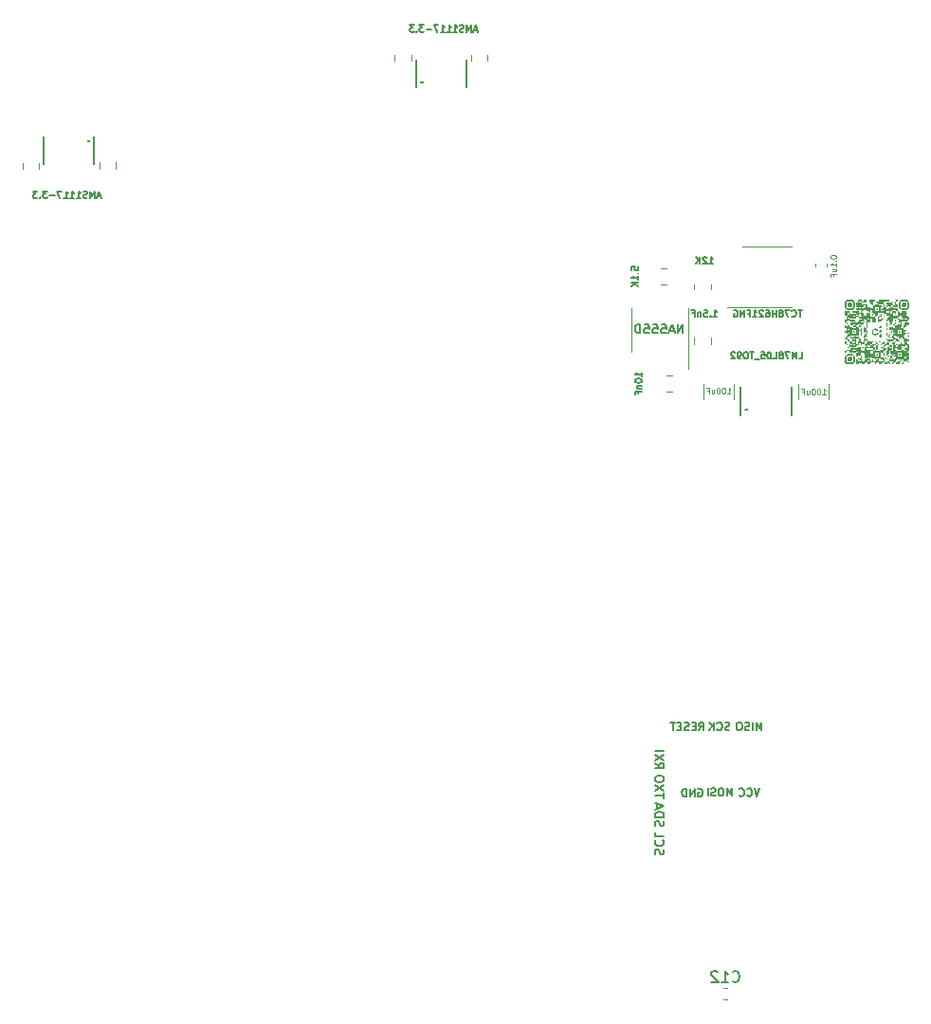
<source format=gbr>
%TF.GenerationSoftware,KiCad,Pcbnew,8.0.3*%
%TF.CreationDate,2024-09-09T16:29:24+03:00*%
%TF.ProjectId,JLC7,4a4c4337-2e6b-4696-9361-645f70636258,rev?*%
%TF.SameCoordinates,Original*%
%TF.FileFunction,Legend,Bot*%
%TF.FilePolarity,Positive*%
%FSLAX46Y46*%
G04 Gerber Fmt 4.6, Leading zero omitted, Abs format (unit mm)*
G04 Created by KiCad (PCBNEW 8.0.3) date 2024-09-09 16:29:24*
%MOMM*%
%LPD*%
G01*
G04 APERTURE LIST*
%ADD10C,0.150000*%
%ADD11C,0.200000*%
%ADD12C,0.125000*%
%ADD13C,0.160000*%
%ADD14C,0.120000*%
%ADD15C,0.254000*%
%ADD16C,0.000000*%
G04 APERTURE END LIST*
D10*
X127608097Y-117086637D02*
X127674764Y-117053304D01*
X127674764Y-117053304D02*
X127774764Y-117053304D01*
X127774764Y-117053304D02*
X127874764Y-117086637D01*
X127874764Y-117086637D02*
X127941431Y-117153304D01*
X127941431Y-117153304D02*
X127974764Y-117219971D01*
X127974764Y-117219971D02*
X128008097Y-117353304D01*
X128008097Y-117353304D02*
X128008097Y-117453304D01*
X128008097Y-117453304D02*
X127974764Y-117586637D01*
X127974764Y-117586637D02*
X127941431Y-117653304D01*
X127941431Y-117653304D02*
X127874764Y-117719971D01*
X127874764Y-117719971D02*
X127774764Y-117753304D01*
X127774764Y-117753304D02*
X127708097Y-117753304D01*
X127708097Y-117753304D02*
X127608097Y-117719971D01*
X127608097Y-117719971D02*
X127574764Y-117686637D01*
X127574764Y-117686637D02*
X127574764Y-117453304D01*
X127574764Y-117453304D02*
X127708097Y-117453304D01*
X127274764Y-117753304D02*
X127274764Y-117053304D01*
X127274764Y-117053304D02*
X126874764Y-117753304D01*
X126874764Y-117753304D02*
X126874764Y-117053304D01*
X126541431Y-117753304D02*
X126541431Y-117053304D01*
X126541431Y-117053304D02*
X126374764Y-117053304D01*
X126374764Y-117053304D02*
X126274764Y-117086637D01*
X126274764Y-117086637D02*
X126208098Y-117153304D01*
X126208098Y-117153304D02*
X126174764Y-117219971D01*
X126174764Y-117219971D02*
X126141431Y-117353304D01*
X126141431Y-117353304D02*
X126141431Y-117453304D01*
X126141431Y-117453304D02*
X126174764Y-117586637D01*
X126174764Y-117586637D02*
X126208098Y-117653304D01*
X126208098Y-117653304D02*
X126274764Y-117719971D01*
X126274764Y-117719971D02*
X126374764Y-117753304D01*
X126374764Y-117753304D02*
X126541431Y-117753304D01*
X130399764Y-111794971D02*
X130299764Y-111828304D01*
X130299764Y-111828304D02*
X130133098Y-111828304D01*
X130133098Y-111828304D02*
X130066431Y-111794971D01*
X130066431Y-111794971D02*
X130033098Y-111761637D01*
X130033098Y-111761637D02*
X129999764Y-111694971D01*
X129999764Y-111694971D02*
X129999764Y-111628304D01*
X129999764Y-111628304D02*
X130033098Y-111561637D01*
X130033098Y-111561637D02*
X130066431Y-111528304D01*
X130066431Y-111528304D02*
X130133098Y-111494971D01*
X130133098Y-111494971D02*
X130266431Y-111461637D01*
X130266431Y-111461637D02*
X130333098Y-111428304D01*
X130333098Y-111428304D02*
X130366431Y-111394971D01*
X130366431Y-111394971D02*
X130399764Y-111328304D01*
X130399764Y-111328304D02*
X130399764Y-111261637D01*
X130399764Y-111261637D02*
X130366431Y-111194971D01*
X130366431Y-111194971D02*
X130333098Y-111161637D01*
X130333098Y-111161637D02*
X130266431Y-111128304D01*
X130266431Y-111128304D02*
X130099764Y-111128304D01*
X130099764Y-111128304D02*
X129999764Y-111161637D01*
X129299764Y-111761637D02*
X129333097Y-111794971D01*
X129333097Y-111794971D02*
X129433097Y-111828304D01*
X129433097Y-111828304D02*
X129499764Y-111828304D01*
X129499764Y-111828304D02*
X129599764Y-111794971D01*
X129599764Y-111794971D02*
X129666431Y-111728304D01*
X129666431Y-111728304D02*
X129699764Y-111661637D01*
X129699764Y-111661637D02*
X129733097Y-111528304D01*
X129733097Y-111528304D02*
X129733097Y-111428304D01*
X129733097Y-111428304D02*
X129699764Y-111294971D01*
X129699764Y-111294971D02*
X129666431Y-111228304D01*
X129666431Y-111228304D02*
X129599764Y-111161637D01*
X129599764Y-111161637D02*
X129499764Y-111128304D01*
X129499764Y-111128304D02*
X129433097Y-111128304D01*
X129433097Y-111128304D02*
X129333097Y-111161637D01*
X129333097Y-111161637D02*
X129299764Y-111194971D01*
X128999764Y-111828304D02*
X128999764Y-111128304D01*
X128599764Y-111828304D02*
X128899764Y-111428304D01*
X128599764Y-111128304D02*
X128999764Y-111528304D01*
D11*
X124540069Y-117889255D02*
X124540069Y-117432112D01*
X123740069Y-117660684D02*
X124540069Y-117660684D01*
X124540069Y-117241636D02*
X123740069Y-116708302D01*
X124540069Y-116708302D02*
X123740069Y-117241636D01*
X124540069Y-116251159D02*
X124540069Y-116098778D01*
X124540069Y-116098778D02*
X124501974Y-116022588D01*
X124501974Y-116022588D02*
X124425784Y-115946397D01*
X124425784Y-115946397D02*
X124273403Y-115908302D01*
X124273403Y-115908302D02*
X124006736Y-115908302D01*
X124006736Y-115908302D02*
X123854355Y-115946397D01*
X123854355Y-115946397D02*
X123778165Y-116022588D01*
X123778165Y-116022588D02*
X123740069Y-116098778D01*
X123740069Y-116098778D02*
X123740069Y-116251159D01*
X123740069Y-116251159D02*
X123778165Y-116327350D01*
X123778165Y-116327350D02*
X123854355Y-116403540D01*
X123854355Y-116403540D02*
X124006736Y-116441636D01*
X124006736Y-116441636D02*
X124273403Y-116441636D01*
X124273403Y-116441636D02*
X124425784Y-116403540D01*
X124425784Y-116403540D02*
X124501974Y-116327350D01*
X124501974Y-116327350D02*
X124540069Y-116251159D01*
D10*
X127666431Y-111853304D02*
X127899764Y-111519971D01*
X128066431Y-111853304D02*
X128066431Y-111153304D01*
X128066431Y-111153304D02*
X127799764Y-111153304D01*
X127799764Y-111153304D02*
X127733098Y-111186637D01*
X127733098Y-111186637D02*
X127699764Y-111219971D01*
X127699764Y-111219971D02*
X127666431Y-111286637D01*
X127666431Y-111286637D02*
X127666431Y-111386637D01*
X127666431Y-111386637D02*
X127699764Y-111453304D01*
X127699764Y-111453304D02*
X127733098Y-111486637D01*
X127733098Y-111486637D02*
X127799764Y-111519971D01*
X127799764Y-111519971D02*
X128066431Y-111519971D01*
X127366431Y-111486637D02*
X127133098Y-111486637D01*
X127033098Y-111853304D02*
X127366431Y-111853304D01*
X127366431Y-111853304D02*
X127366431Y-111153304D01*
X127366431Y-111153304D02*
X127033098Y-111153304D01*
X126766431Y-111819971D02*
X126666431Y-111853304D01*
X126666431Y-111853304D02*
X126499765Y-111853304D01*
X126499765Y-111853304D02*
X126433098Y-111819971D01*
X126433098Y-111819971D02*
X126399765Y-111786637D01*
X126399765Y-111786637D02*
X126366431Y-111719971D01*
X126366431Y-111719971D02*
X126366431Y-111653304D01*
X126366431Y-111653304D02*
X126399765Y-111586637D01*
X126399765Y-111586637D02*
X126433098Y-111553304D01*
X126433098Y-111553304D02*
X126499765Y-111519971D01*
X126499765Y-111519971D02*
X126633098Y-111486637D01*
X126633098Y-111486637D02*
X126699765Y-111453304D01*
X126699765Y-111453304D02*
X126733098Y-111419971D01*
X126733098Y-111419971D02*
X126766431Y-111353304D01*
X126766431Y-111353304D02*
X126766431Y-111286637D01*
X126766431Y-111286637D02*
X126733098Y-111219971D01*
X126733098Y-111219971D02*
X126699765Y-111186637D01*
X126699765Y-111186637D02*
X126633098Y-111153304D01*
X126633098Y-111153304D02*
X126466431Y-111153304D01*
X126466431Y-111153304D02*
X126366431Y-111186637D01*
X126066431Y-111486637D02*
X125833098Y-111486637D01*
X125733098Y-111853304D02*
X126066431Y-111853304D01*
X126066431Y-111853304D02*
X126066431Y-111153304D01*
X126066431Y-111153304D02*
X125733098Y-111153304D01*
X125533098Y-111153304D02*
X125133098Y-111153304D01*
X125333098Y-111853304D02*
X125333098Y-111153304D01*
D11*
X123778165Y-120382905D02*
X123740069Y-120268619D01*
X123740069Y-120268619D02*
X123740069Y-120078143D01*
X123740069Y-120078143D02*
X123778165Y-120001952D01*
X123778165Y-120001952D02*
X123816260Y-119963857D01*
X123816260Y-119963857D02*
X123892450Y-119925762D01*
X123892450Y-119925762D02*
X123968641Y-119925762D01*
X123968641Y-119925762D02*
X124044831Y-119963857D01*
X124044831Y-119963857D02*
X124082926Y-120001952D01*
X124082926Y-120001952D02*
X124121022Y-120078143D01*
X124121022Y-120078143D02*
X124159117Y-120230524D01*
X124159117Y-120230524D02*
X124197212Y-120306714D01*
X124197212Y-120306714D02*
X124235307Y-120344809D01*
X124235307Y-120344809D02*
X124311498Y-120382905D01*
X124311498Y-120382905D02*
X124387688Y-120382905D01*
X124387688Y-120382905D02*
X124463879Y-120344809D01*
X124463879Y-120344809D02*
X124501974Y-120306714D01*
X124501974Y-120306714D02*
X124540069Y-120230524D01*
X124540069Y-120230524D02*
X124540069Y-120040047D01*
X124540069Y-120040047D02*
X124501974Y-119925762D01*
X123740069Y-119582904D02*
X124540069Y-119582904D01*
X124540069Y-119582904D02*
X124540069Y-119392428D01*
X124540069Y-119392428D02*
X124501974Y-119278142D01*
X124501974Y-119278142D02*
X124425784Y-119201952D01*
X124425784Y-119201952D02*
X124349593Y-119163857D01*
X124349593Y-119163857D02*
X124197212Y-119125761D01*
X124197212Y-119125761D02*
X124082926Y-119125761D01*
X124082926Y-119125761D02*
X123930545Y-119163857D01*
X123930545Y-119163857D02*
X123854355Y-119201952D01*
X123854355Y-119201952D02*
X123778165Y-119278142D01*
X123778165Y-119278142D02*
X123740069Y-119392428D01*
X123740069Y-119392428D02*
X123740069Y-119582904D01*
X123968641Y-118821000D02*
X123968641Y-118440047D01*
X123740069Y-118897190D02*
X124540069Y-118630523D01*
X124540069Y-118630523D02*
X123740069Y-118363857D01*
D10*
X133274764Y-111853304D02*
X133274764Y-111153304D01*
X133274764Y-111153304D02*
X133041431Y-111653304D01*
X133041431Y-111653304D02*
X132808097Y-111153304D01*
X132808097Y-111153304D02*
X132808097Y-111853304D01*
X132474764Y-111853304D02*
X132474764Y-111153304D01*
X132174764Y-111819971D02*
X132074764Y-111853304D01*
X132074764Y-111853304D02*
X131908098Y-111853304D01*
X131908098Y-111853304D02*
X131841431Y-111819971D01*
X131841431Y-111819971D02*
X131808098Y-111786637D01*
X131808098Y-111786637D02*
X131774764Y-111719971D01*
X131774764Y-111719971D02*
X131774764Y-111653304D01*
X131774764Y-111653304D02*
X131808098Y-111586637D01*
X131808098Y-111586637D02*
X131841431Y-111553304D01*
X131841431Y-111553304D02*
X131908098Y-111519971D01*
X131908098Y-111519971D02*
X132041431Y-111486637D01*
X132041431Y-111486637D02*
X132108098Y-111453304D01*
X132108098Y-111453304D02*
X132141431Y-111419971D01*
X132141431Y-111419971D02*
X132174764Y-111353304D01*
X132174764Y-111353304D02*
X132174764Y-111286637D01*
X132174764Y-111286637D02*
X132141431Y-111219971D01*
X132141431Y-111219971D02*
X132108098Y-111186637D01*
X132108098Y-111186637D02*
X132041431Y-111153304D01*
X132041431Y-111153304D02*
X131874764Y-111153304D01*
X131874764Y-111153304D02*
X131774764Y-111186637D01*
X131341431Y-111153304D02*
X131208097Y-111153304D01*
X131208097Y-111153304D02*
X131141431Y-111186637D01*
X131141431Y-111186637D02*
X131074764Y-111253304D01*
X131074764Y-111253304D02*
X131041431Y-111386637D01*
X131041431Y-111386637D02*
X131041431Y-111619971D01*
X131041431Y-111619971D02*
X131074764Y-111753304D01*
X131074764Y-111753304D02*
X131141431Y-111819971D01*
X131141431Y-111819971D02*
X131208097Y-111853304D01*
X131208097Y-111853304D02*
X131341431Y-111853304D01*
X131341431Y-111853304D02*
X131408097Y-111819971D01*
X131408097Y-111819971D02*
X131474764Y-111753304D01*
X131474764Y-111753304D02*
X131508097Y-111619971D01*
X131508097Y-111619971D02*
X131508097Y-111386637D01*
X131508097Y-111386637D02*
X131474764Y-111253304D01*
X131474764Y-111253304D02*
X131408097Y-111186637D01*
X131408097Y-111186637D02*
X131341431Y-111153304D01*
D11*
X123778165Y-122914652D02*
X123740069Y-122800366D01*
X123740069Y-122800366D02*
X123740069Y-122609890D01*
X123740069Y-122609890D02*
X123778165Y-122533699D01*
X123778165Y-122533699D02*
X123816260Y-122495604D01*
X123816260Y-122495604D02*
X123892450Y-122457509D01*
X123892450Y-122457509D02*
X123968641Y-122457509D01*
X123968641Y-122457509D02*
X124044831Y-122495604D01*
X124044831Y-122495604D02*
X124082926Y-122533699D01*
X124082926Y-122533699D02*
X124121022Y-122609890D01*
X124121022Y-122609890D02*
X124159117Y-122762271D01*
X124159117Y-122762271D02*
X124197212Y-122838461D01*
X124197212Y-122838461D02*
X124235307Y-122876556D01*
X124235307Y-122876556D02*
X124311498Y-122914652D01*
X124311498Y-122914652D02*
X124387688Y-122914652D01*
X124387688Y-122914652D02*
X124463879Y-122876556D01*
X124463879Y-122876556D02*
X124501974Y-122838461D01*
X124501974Y-122838461D02*
X124540069Y-122762271D01*
X124540069Y-122762271D02*
X124540069Y-122571794D01*
X124540069Y-122571794D02*
X124501974Y-122457509D01*
X123816260Y-121657508D02*
X123778165Y-121695604D01*
X123778165Y-121695604D02*
X123740069Y-121809889D01*
X123740069Y-121809889D02*
X123740069Y-121886080D01*
X123740069Y-121886080D02*
X123778165Y-122000366D01*
X123778165Y-122000366D02*
X123854355Y-122076556D01*
X123854355Y-122076556D02*
X123930545Y-122114651D01*
X123930545Y-122114651D02*
X124082926Y-122152747D01*
X124082926Y-122152747D02*
X124197212Y-122152747D01*
X124197212Y-122152747D02*
X124349593Y-122114651D01*
X124349593Y-122114651D02*
X124425784Y-122076556D01*
X124425784Y-122076556D02*
X124501974Y-122000366D01*
X124501974Y-122000366D02*
X124540069Y-121886080D01*
X124540069Y-121886080D02*
X124540069Y-121809889D01*
X124540069Y-121809889D02*
X124501974Y-121695604D01*
X124501974Y-121695604D02*
X124463879Y-121657508D01*
X123740069Y-120933699D02*
X123740069Y-121314651D01*
X123740069Y-121314651D02*
X124540069Y-121314651D01*
D10*
X133083098Y-117028304D02*
X132849765Y-117728304D01*
X132849765Y-117728304D02*
X132616431Y-117028304D01*
X131983098Y-117661637D02*
X132016431Y-117694971D01*
X132016431Y-117694971D02*
X132116431Y-117728304D01*
X132116431Y-117728304D02*
X132183098Y-117728304D01*
X132183098Y-117728304D02*
X132283098Y-117694971D01*
X132283098Y-117694971D02*
X132349765Y-117628304D01*
X132349765Y-117628304D02*
X132383098Y-117561637D01*
X132383098Y-117561637D02*
X132416431Y-117428304D01*
X132416431Y-117428304D02*
X132416431Y-117328304D01*
X132416431Y-117328304D02*
X132383098Y-117194971D01*
X132383098Y-117194971D02*
X132349765Y-117128304D01*
X132349765Y-117128304D02*
X132283098Y-117061637D01*
X132283098Y-117061637D02*
X132183098Y-117028304D01*
X132183098Y-117028304D02*
X132116431Y-117028304D01*
X132116431Y-117028304D02*
X132016431Y-117061637D01*
X132016431Y-117061637D02*
X131983098Y-117094971D01*
X131283098Y-117661637D02*
X131316431Y-117694971D01*
X131316431Y-117694971D02*
X131416431Y-117728304D01*
X131416431Y-117728304D02*
X131483098Y-117728304D01*
X131483098Y-117728304D02*
X131583098Y-117694971D01*
X131583098Y-117694971D02*
X131649765Y-117628304D01*
X131649765Y-117628304D02*
X131683098Y-117561637D01*
X131683098Y-117561637D02*
X131716431Y-117428304D01*
X131716431Y-117428304D02*
X131716431Y-117328304D01*
X131716431Y-117328304D02*
X131683098Y-117194971D01*
X131683098Y-117194971D02*
X131649765Y-117128304D01*
X131649765Y-117128304D02*
X131583098Y-117061637D01*
X131583098Y-117061637D02*
X131483098Y-117028304D01*
X131483098Y-117028304D02*
X131416431Y-117028304D01*
X131416431Y-117028304D02*
X131316431Y-117061637D01*
X131316431Y-117061637D02*
X131283098Y-117094971D01*
D11*
X123740069Y-114786079D02*
X124121022Y-115052746D01*
X123740069Y-115243222D02*
X124540069Y-115243222D01*
X124540069Y-115243222D02*
X124540069Y-114938460D01*
X124540069Y-114938460D02*
X124501974Y-114862270D01*
X124501974Y-114862270D02*
X124463879Y-114824175D01*
X124463879Y-114824175D02*
X124387688Y-114786079D01*
X124387688Y-114786079D02*
X124273403Y-114786079D01*
X124273403Y-114786079D02*
X124197212Y-114824175D01*
X124197212Y-114824175D02*
X124159117Y-114862270D01*
X124159117Y-114862270D02*
X124121022Y-114938460D01*
X124121022Y-114938460D02*
X124121022Y-115243222D01*
X124540069Y-114519413D02*
X123740069Y-113986079D01*
X124540069Y-113986079D02*
X123740069Y-114519413D01*
X123740069Y-113681317D02*
X124540069Y-113681317D01*
D10*
X130658098Y-117703304D02*
X130658098Y-117003304D01*
X130658098Y-117003304D02*
X130424765Y-117503304D01*
X130424765Y-117503304D02*
X130191431Y-117003304D01*
X130191431Y-117003304D02*
X130191431Y-117703304D01*
X129724765Y-117003304D02*
X129591431Y-117003304D01*
X129591431Y-117003304D02*
X129524765Y-117036637D01*
X129524765Y-117036637D02*
X129458098Y-117103304D01*
X129458098Y-117103304D02*
X129424765Y-117236637D01*
X129424765Y-117236637D02*
X129424765Y-117469971D01*
X129424765Y-117469971D02*
X129458098Y-117603304D01*
X129458098Y-117603304D02*
X129524765Y-117669971D01*
X129524765Y-117669971D02*
X129591431Y-117703304D01*
X129591431Y-117703304D02*
X129724765Y-117703304D01*
X129724765Y-117703304D02*
X129791431Y-117669971D01*
X129791431Y-117669971D02*
X129858098Y-117603304D01*
X129858098Y-117603304D02*
X129891431Y-117469971D01*
X129891431Y-117469971D02*
X129891431Y-117236637D01*
X129891431Y-117236637D02*
X129858098Y-117103304D01*
X129858098Y-117103304D02*
X129791431Y-117036637D01*
X129791431Y-117036637D02*
X129724765Y-117003304D01*
X129158098Y-117669971D02*
X129058098Y-117703304D01*
X129058098Y-117703304D02*
X128891432Y-117703304D01*
X128891432Y-117703304D02*
X128824765Y-117669971D01*
X128824765Y-117669971D02*
X128791432Y-117636637D01*
X128791432Y-117636637D02*
X128758098Y-117569971D01*
X128758098Y-117569971D02*
X128758098Y-117503304D01*
X128758098Y-117503304D02*
X128791432Y-117436637D01*
X128791432Y-117436637D02*
X128824765Y-117403304D01*
X128824765Y-117403304D02*
X128891432Y-117369971D01*
X128891432Y-117369971D02*
X129024765Y-117336637D01*
X129024765Y-117336637D02*
X129091432Y-117303304D01*
X129091432Y-117303304D02*
X129124765Y-117269971D01*
X129124765Y-117269971D02*
X129158098Y-117203304D01*
X129158098Y-117203304D02*
X129158098Y-117136637D01*
X129158098Y-117136637D02*
X129124765Y-117069971D01*
X129124765Y-117069971D02*
X129091432Y-117036637D01*
X129091432Y-117036637D02*
X129024765Y-117003304D01*
X129024765Y-117003304D02*
X128858098Y-117003304D01*
X128858098Y-117003304D02*
X128758098Y-117036637D01*
X128458098Y-117703304D02*
X128458098Y-117003304D01*
X122574771Y-80224642D02*
X122574771Y-79881785D01*
X122574771Y-80053214D02*
X121974771Y-80053214D01*
X121974771Y-80053214D02*
X122060485Y-79996071D01*
X122060485Y-79996071D02*
X122117628Y-79938928D01*
X122117628Y-79938928D02*
X122146200Y-79881785D01*
X121974771Y-80596071D02*
X121974771Y-80653214D01*
X121974771Y-80653214D02*
X122003342Y-80710357D01*
X122003342Y-80710357D02*
X122031914Y-80738929D01*
X122031914Y-80738929D02*
X122089057Y-80767500D01*
X122089057Y-80767500D02*
X122203342Y-80796071D01*
X122203342Y-80796071D02*
X122346200Y-80796071D01*
X122346200Y-80796071D02*
X122460485Y-80767500D01*
X122460485Y-80767500D02*
X122517628Y-80738929D01*
X122517628Y-80738929D02*
X122546200Y-80710357D01*
X122546200Y-80710357D02*
X122574771Y-80653214D01*
X122574771Y-80653214D02*
X122574771Y-80596071D01*
X122574771Y-80596071D02*
X122546200Y-80538929D01*
X122546200Y-80538929D02*
X122517628Y-80510357D01*
X122517628Y-80510357D02*
X122460485Y-80481786D01*
X122460485Y-80481786D02*
X122346200Y-80453214D01*
X122346200Y-80453214D02*
X122203342Y-80453214D01*
X122203342Y-80453214D02*
X122089057Y-80481786D01*
X122089057Y-80481786D02*
X122031914Y-80510357D01*
X122031914Y-80510357D02*
X122003342Y-80538929D01*
X122003342Y-80538929D02*
X121974771Y-80596071D01*
X122174771Y-81053215D02*
X122574771Y-81053215D01*
X122231914Y-81053215D02*
X122203342Y-81081786D01*
X122203342Y-81081786D02*
X122174771Y-81138929D01*
X122174771Y-81138929D02*
X122174771Y-81224643D01*
X122174771Y-81224643D02*
X122203342Y-81281786D01*
X122203342Y-81281786D02*
X122260485Y-81310358D01*
X122260485Y-81310358D02*
X122574771Y-81310358D01*
X122260485Y-81796072D02*
X122260485Y-81596072D01*
X122574771Y-81596072D02*
X121974771Y-81596072D01*
X121974771Y-81596072D02*
X121974771Y-81881786D01*
X136858215Y-74327271D02*
X136515358Y-74327271D01*
X136686786Y-74927271D02*
X136686786Y-74327271D01*
X135972500Y-74870128D02*
X136001072Y-74898700D01*
X136001072Y-74898700D02*
X136086786Y-74927271D01*
X136086786Y-74927271D02*
X136143929Y-74927271D01*
X136143929Y-74927271D02*
X136229643Y-74898700D01*
X136229643Y-74898700D02*
X136286786Y-74841557D01*
X136286786Y-74841557D02*
X136315357Y-74784414D01*
X136315357Y-74784414D02*
X136343929Y-74670128D01*
X136343929Y-74670128D02*
X136343929Y-74584414D01*
X136343929Y-74584414D02*
X136315357Y-74470128D01*
X136315357Y-74470128D02*
X136286786Y-74412985D01*
X136286786Y-74412985D02*
X136229643Y-74355842D01*
X136229643Y-74355842D02*
X136143929Y-74327271D01*
X136143929Y-74327271D02*
X136086786Y-74327271D01*
X136086786Y-74327271D02*
X136001072Y-74355842D01*
X136001072Y-74355842D02*
X135972500Y-74384414D01*
X135772500Y-74327271D02*
X135372500Y-74327271D01*
X135372500Y-74327271D02*
X135629643Y-74927271D01*
X135058214Y-74584414D02*
X135115357Y-74555842D01*
X135115357Y-74555842D02*
X135143928Y-74527271D01*
X135143928Y-74527271D02*
X135172500Y-74470128D01*
X135172500Y-74470128D02*
X135172500Y-74441557D01*
X135172500Y-74441557D02*
X135143928Y-74384414D01*
X135143928Y-74384414D02*
X135115357Y-74355842D01*
X135115357Y-74355842D02*
X135058214Y-74327271D01*
X135058214Y-74327271D02*
X134943928Y-74327271D01*
X134943928Y-74327271D02*
X134886786Y-74355842D01*
X134886786Y-74355842D02*
X134858214Y-74384414D01*
X134858214Y-74384414D02*
X134829643Y-74441557D01*
X134829643Y-74441557D02*
X134829643Y-74470128D01*
X134829643Y-74470128D02*
X134858214Y-74527271D01*
X134858214Y-74527271D02*
X134886786Y-74555842D01*
X134886786Y-74555842D02*
X134943928Y-74584414D01*
X134943928Y-74584414D02*
X135058214Y-74584414D01*
X135058214Y-74584414D02*
X135115357Y-74612985D01*
X135115357Y-74612985D02*
X135143928Y-74641557D01*
X135143928Y-74641557D02*
X135172500Y-74698700D01*
X135172500Y-74698700D02*
X135172500Y-74812985D01*
X135172500Y-74812985D02*
X135143928Y-74870128D01*
X135143928Y-74870128D02*
X135115357Y-74898700D01*
X135115357Y-74898700D02*
X135058214Y-74927271D01*
X135058214Y-74927271D02*
X134943928Y-74927271D01*
X134943928Y-74927271D02*
X134886786Y-74898700D01*
X134886786Y-74898700D02*
X134858214Y-74870128D01*
X134858214Y-74870128D02*
X134829643Y-74812985D01*
X134829643Y-74812985D02*
X134829643Y-74698700D01*
X134829643Y-74698700D02*
X134858214Y-74641557D01*
X134858214Y-74641557D02*
X134886786Y-74612985D01*
X134886786Y-74612985D02*
X134943928Y-74584414D01*
X134572499Y-74927271D02*
X134572499Y-74327271D01*
X134572499Y-74612985D02*
X134229642Y-74612985D01*
X134229642Y-74927271D02*
X134229642Y-74327271D01*
X133686786Y-74327271D02*
X133801071Y-74327271D01*
X133801071Y-74327271D02*
X133858214Y-74355842D01*
X133858214Y-74355842D02*
X133886786Y-74384414D01*
X133886786Y-74384414D02*
X133943928Y-74470128D01*
X133943928Y-74470128D02*
X133972500Y-74584414D01*
X133972500Y-74584414D02*
X133972500Y-74812985D01*
X133972500Y-74812985D02*
X133943928Y-74870128D01*
X133943928Y-74870128D02*
X133915357Y-74898700D01*
X133915357Y-74898700D02*
X133858214Y-74927271D01*
X133858214Y-74927271D02*
X133743928Y-74927271D01*
X133743928Y-74927271D02*
X133686786Y-74898700D01*
X133686786Y-74898700D02*
X133658214Y-74870128D01*
X133658214Y-74870128D02*
X133629643Y-74812985D01*
X133629643Y-74812985D02*
X133629643Y-74670128D01*
X133629643Y-74670128D02*
X133658214Y-74612985D01*
X133658214Y-74612985D02*
X133686786Y-74584414D01*
X133686786Y-74584414D02*
X133743928Y-74555842D01*
X133743928Y-74555842D02*
X133858214Y-74555842D01*
X133858214Y-74555842D02*
X133915357Y-74584414D01*
X133915357Y-74584414D02*
X133943928Y-74612985D01*
X133943928Y-74612985D02*
X133972500Y-74670128D01*
X133401071Y-74384414D02*
X133372499Y-74355842D01*
X133372499Y-74355842D02*
X133315357Y-74327271D01*
X133315357Y-74327271D02*
X133172499Y-74327271D01*
X133172499Y-74327271D02*
X133115357Y-74355842D01*
X133115357Y-74355842D02*
X133086785Y-74384414D01*
X133086785Y-74384414D02*
X133058214Y-74441557D01*
X133058214Y-74441557D02*
X133058214Y-74498700D01*
X133058214Y-74498700D02*
X133086785Y-74584414D01*
X133086785Y-74584414D02*
X133429642Y-74927271D01*
X133429642Y-74927271D02*
X133058214Y-74927271D01*
X132486785Y-74927271D02*
X132829642Y-74927271D01*
X132658213Y-74927271D02*
X132658213Y-74327271D01*
X132658213Y-74327271D02*
X132715356Y-74412985D01*
X132715356Y-74412985D02*
X132772499Y-74470128D01*
X132772499Y-74470128D02*
X132829642Y-74498700D01*
X132029641Y-74612985D02*
X132229641Y-74612985D01*
X132229641Y-74927271D02*
X132229641Y-74327271D01*
X132229641Y-74327271D02*
X131943927Y-74327271D01*
X131715355Y-74927271D02*
X131715355Y-74327271D01*
X131715355Y-74327271D02*
X131372498Y-74927271D01*
X131372498Y-74927271D02*
X131372498Y-74327271D01*
X130772499Y-74355842D02*
X130829642Y-74327271D01*
X130829642Y-74327271D02*
X130915356Y-74327271D01*
X130915356Y-74327271D02*
X131001070Y-74355842D01*
X131001070Y-74355842D02*
X131058213Y-74412985D01*
X131058213Y-74412985D02*
X131086784Y-74470128D01*
X131086784Y-74470128D02*
X131115356Y-74584414D01*
X131115356Y-74584414D02*
X131115356Y-74670128D01*
X131115356Y-74670128D02*
X131086784Y-74784414D01*
X131086784Y-74784414D02*
X131058213Y-74841557D01*
X131058213Y-74841557D02*
X131001070Y-74898700D01*
X131001070Y-74898700D02*
X130915356Y-74927271D01*
X130915356Y-74927271D02*
X130858213Y-74927271D01*
X130858213Y-74927271D02*
X130772499Y-74898700D01*
X130772499Y-74898700D02*
X130743927Y-74870128D01*
X130743927Y-74870128D02*
X130743927Y-74670128D01*
X130743927Y-74670128D02*
X130858213Y-74670128D01*
X74225001Y-64133342D02*
X73939287Y-64133342D01*
X74282144Y-64304771D02*
X74082144Y-63704771D01*
X74082144Y-63704771D02*
X73882144Y-64304771D01*
X73682143Y-64304771D02*
X73682143Y-63704771D01*
X73682143Y-63704771D02*
X73482143Y-64133342D01*
X73482143Y-64133342D02*
X73282143Y-63704771D01*
X73282143Y-63704771D02*
X73282143Y-64304771D01*
X73025001Y-64276200D02*
X72939287Y-64304771D01*
X72939287Y-64304771D02*
X72796429Y-64304771D01*
X72796429Y-64304771D02*
X72739287Y-64276200D01*
X72739287Y-64276200D02*
X72710715Y-64247628D01*
X72710715Y-64247628D02*
X72682144Y-64190485D01*
X72682144Y-64190485D02*
X72682144Y-64133342D01*
X72682144Y-64133342D02*
X72710715Y-64076200D01*
X72710715Y-64076200D02*
X72739287Y-64047628D01*
X72739287Y-64047628D02*
X72796429Y-64019057D01*
X72796429Y-64019057D02*
X72910715Y-63990485D01*
X72910715Y-63990485D02*
X72967858Y-63961914D01*
X72967858Y-63961914D02*
X72996429Y-63933342D01*
X72996429Y-63933342D02*
X73025001Y-63876200D01*
X73025001Y-63876200D02*
X73025001Y-63819057D01*
X73025001Y-63819057D02*
X72996429Y-63761914D01*
X72996429Y-63761914D02*
X72967858Y-63733342D01*
X72967858Y-63733342D02*
X72910715Y-63704771D01*
X72910715Y-63704771D02*
X72767858Y-63704771D01*
X72767858Y-63704771D02*
X72682144Y-63733342D01*
X72110715Y-64304771D02*
X72453572Y-64304771D01*
X72282143Y-64304771D02*
X72282143Y-63704771D01*
X72282143Y-63704771D02*
X72339286Y-63790485D01*
X72339286Y-63790485D02*
X72396429Y-63847628D01*
X72396429Y-63847628D02*
X72453572Y-63876200D01*
X71539286Y-64304771D02*
X71882143Y-64304771D01*
X71710714Y-64304771D02*
X71710714Y-63704771D01*
X71710714Y-63704771D02*
X71767857Y-63790485D01*
X71767857Y-63790485D02*
X71825000Y-63847628D01*
X71825000Y-63847628D02*
X71882143Y-63876200D01*
X70967857Y-64304771D02*
X71310714Y-64304771D01*
X71139285Y-64304771D02*
X71139285Y-63704771D01*
X71139285Y-63704771D02*
X71196428Y-63790485D01*
X71196428Y-63790485D02*
X71253571Y-63847628D01*
X71253571Y-63847628D02*
X71310714Y-63876200D01*
X70767856Y-63704771D02*
X70367856Y-63704771D01*
X70367856Y-63704771D02*
X70624999Y-64304771D01*
X70139284Y-64076200D02*
X69682142Y-64076200D01*
X69453570Y-63704771D02*
X69082142Y-63704771D01*
X69082142Y-63704771D02*
X69282142Y-63933342D01*
X69282142Y-63933342D02*
X69196427Y-63933342D01*
X69196427Y-63933342D02*
X69139285Y-63961914D01*
X69139285Y-63961914D02*
X69110713Y-63990485D01*
X69110713Y-63990485D02*
X69082142Y-64047628D01*
X69082142Y-64047628D02*
X69082142Y-64190485D01*
X69082142Y-64190485D02*
X69110713Y-64247628D01*
X69110713Y-64247628D02*
X69139285Y-64276200D01*
X69139285Y-64276200D02*
X69196427Y-64304771D01*
X69196427Y-64304771D02*
X69367856Y-64304771D01*
X69367856Y-64304771D02*
X69424999Y-64276200D01*
X69424999Y-64276200D02*
X69453570Y-64247628D01*
X68824998Y-64247628D02*
X68796427Y-64276200D01*
X68796427Y-64276200D02*
X68824998Y-64304771D01*
X68824998Y-64304771D02*
X68853570Y-64276200D01*
X68853570Y-64276200D02*
X68824998Y-64247628D01*
X68824998Y-64247628D02*
X68824998Y-64304771D01*
X68596427Y-63704771D02*
X68224999Y-63704771D01*
X68224999Y-63704771D02*
X68424999Y-63933342D01*
X68424999Y-63933342D02*
X68339284Y-63933342D01*
X68339284Y-63933342D02*
X68282142Y-63961914D01*
X68282142Y-63961914D02*
X68253570Y-63990485D01*
X68253570Y-63990485D02*
X68224999Y-64047628D01*
X68224999Y-64047628D02*
X68224999Y-64190485D01*
X68224999Y-64190485D02*
X68253570Y-64247628D01*
X68253570Y-64247628D02*
X68282142Y-64276200D01*
X68282142Y-64276200D02*
X68339284Y-64304771D01*
X68339284Y-64304771D02*
X68510713Y-64304771D01*
X68510713Y-64304771D02*
X68567856Y-64276200D01*
X68567856Y-64276200D02*
X68596427Y-64247628D01*
X136605714Y-78659771D02*
X136891428Y-78659771D01*
X136891428Y-78659771D02*
X136891428Y-78059771D01*
X136405714Y-78659771D02*
X136405714Y-78059771D01*
X136405714Y-78059771D02*
X136205714Y-78488342D01*
X136205714Y-78488342D02*
X136005714Y-78059771D01*
X136005714Y-78059771D02*
X136005714Y-78659771D01*
X135777143Y-78059771D02*
X135377143Y-78059771D01*
X135377143Y-78059771D02*
X135634286Y-78659771D01*
X135062857Y-78316914D02*
X135120000Y-78288342D01*
X135120000Y-78288342D02*
X135148571Y-78259771D01*
X135148571Y-78259771D02*
X135177143Y-78202628D01*
X135177143Y-78202628D02*
X135177143Y-78174057D01*
X135177143Y-78174057D02*
X135148571Y-78116914D01*
X135148571Y-78116914D02*
X135120000Y-78088342D01*
X135120000Y-78088342D02*
X135062857Y-78059771D01*
X135062857Y-78059771D02*
X134948571Y-78059771D01*
X134948571Y-78059771D02*
X134891429Y-78088342D01*
X134891429Y-78088342D02*
X134862857Y-78116914D01*
X134862857Y-78116914D02*
X134834286Y-78174057D01*
X134834286Y-78174057D02*
X134834286Y-78202628D01*
X134834286Y-78202628D02*
X134862857Y-78259771D01*
X134862857Y-78259771D02*
X134891429Y-78288342D01*
X134891429Y-78288342D02*
X134948571Y-78316914D01*
X134948571Y-78316914D02*
X135062857Y-78316914D01*
X135062857Y-78316914D02*
X135120000Y-78345485D01*
X135120000Y-78345485D02*
X135148571Y-78374057D01*
X135148571Y-78374057D02*
X135177143Y-78431200D01*
X135177143Y-78431200D02*
X135177143Y-78545485D01*
X135177143Y-78545485D02*
X135148571Y-78602628D01*
X135148571Y-78602628D02*
X135120000Y-78631200D01*
X135120000Y-78631200D02*
X135062857Y-78659771D01*
X135062857Y-78659771D02*
X134948571Y-78659771D01*
X134948571Y-78659771D02*
X134891429Y-78631200D01*
X134891429Y-78631200D02*
X134862857Y-78602628D01*
X134862857Y-78602628D02*
X134834286Y-78545485D01*
X134834286Y-78545485D02*
X134834286Y-78431200D01*
X134834286Y-78431200D02*
X134862857Y-78374057D01*
X134862857Y-78374057D02*
X134891429Y-78345485D01*
X134891429Y-78345485D02*
X134948571Y-78316914D01*
X134291428Y-78659771D02*
X134577142Y-78659771D01*
X134577142Y-78659771D02*
X134577142Y-78059771D01*
X133977143Y-78059771D02*
X133920000Y-78059771D01*
X133920000Y-78059771D02*
X133862857Y-78088342D01*
X133862857Y-78088342D02*
X133834286Y-78116914D01*
X133834286Y-78116914D02*
X133805714Y-78174057D01*
X133805714Y-78174057D02*
X133777143Y-78288342D01*
X133777143Y-78288342D02*
X133777143Y-78431200D01*
X133777143Y-78431200D02*
X133805714Y-78545485D01*
X133805714Y-78545485D02*
X133834286Y-78602628D01*
X133834286Y-78602628D02*
X133862857Y-78631200D01*
X133862857Y-78631200D02*
X133920000Y-78659771D01*
X133920000Y-78659771D02*
X133977143Y-78659771D01*
X133977143Y-78659771D02*
X134034286Y-78631200D01*
X134034286Y-78631200D02*
X134062857Y-78602628D01*
X134062857Y-78602628D02*
X134091428Y-78545485D01*
X134091428Y-78545485D02*
X134120000Y-78431200D01*
X134120000Y-78431200D02*
X134120000Y-78288342D01*
X134120000Y-78288342D02*
X134091428Y-78174057D01*
X134091428Y-78174057D02*
X134062857Y-78116914D01*
X134062857Y-78116914D02*
X134034286Y-78088342D01*
X134034286Y-78088342D02*
X133977143Y-78059771D01*
X133234285Y-78059771D02*
X133519999Y-78059771D01*
X133519999Y-78059771D02*
X133548571Y-78345485D01*
X133548571Y-78345485D02*
X133519999Y-78316914D01*
X133519999Y-78316914D02*
X133462857Y-78288342D01*
X133462857Y-78288342D02*
X133319999Y-78288342D01*
X133319999Y-78288342D02*
X133262857Y-78316914D01*
X133262857Y-78316914D02*
X133234285Y-78345485D01*
X133234285Y-78345485D02*
X133205714Y-78402628D01*
X133205714Y-78402628D02*
X133205714Y-78545485D01*
X133205714Y-78545485D02*
X133234285Y-78602628D01*
X133234285Y-78602628D02*
X133262857Y-78631200D01*
X133262857Y-78631200D02*
X133319999Y-78659771D01*
X133319999Y-78659771D02*
X133462857Y-78659771D01*
X133462857Y-78659771D02*
X133519999Y-78631200D01*
X133519999Y-78631200D02*
X133548571Y-78602628D01*
X133091428Y-78716914D02*
X132634285Y-78716914D01*
X132577142Y-78059771D02*
X132234285Y-78059771D01*
X132405713Y-78659771D02*
X132405713Y-78059771D01*
X131919999Y-78059771D02*
X131805713Y-78059771D01*
X131805713Y-78059771D02*
X131748570Y-78088342D01*
X131748570Y-78088342D02*
X131691427Y-78145485D01*
X131691427Y-78145485D02*
X131662856Y-78259771D01*
X131662856Y-78259771D02*
X131662856Y-78459771D01*
X131662856Y-78459771D02*
X131691427Y-78574057D01*
X131691427Y-78574057D02*
X131748570Y-78631200D01*
X131748570Y-78631200D02*
X131805713Y-78659771D01*
X131805713Y-78659771D02*
X131919999Y-78659771D01*
X131919999Y-78659771D02*
X131977142Y-78631200D01*
X131977142Y-78631200D02*
X132034284Y-78574057D01*
X132034284Y-78574057D02*
X132062856Y-78459771D01*
X132062856Y-78459771D02*
X132062856Y-78259771D01*
X132062856Y-78259771D02*
X132034284Y-78145485D01*
X132034284Y-78145485D02*
X131977142Y-78088342D01*
X131977142Y-78088342D02*
X131919999Y-78059771D01*
X131377142Y-78659771D02*
X131262856Y-78659771D01*
X131262856Y-78659771D02*
X131205713Y-78631200D01*
X131205713Y-78631200D02*
X131177142Y-78602628D01*
X131177142Y-78602628D02*
X131119999Y-78516914D01*
X131119999Y-78516914D02*
X131091428Y-78402628D01*
X131091428Y-78402628D02*
X131091428Y-78174057D01*
X131091428Y-78174057D02*
X131119999Y-78116914D01*
X131119999Y-78116914D02*
X131148571Y-78088342D01*
X131148571Y-78088342D02*
X131205713Y-78059771D01*
X131205713Y-78059771D02*
X131319999Y-78059771D01*
X131319999Y-78059771D02*
X131377142Y-78088342D01*
X131377142Y-78088342D02*
X131405713Y-78116914D01*
X131405713Y-78116914D02*
X131434285Y-78174057D01*
X131434285Y-78174057D02*
X131434285Y-78316914D01*
X131434285Y-78316914D02*
X131405713Y-78374057D01*
X131405713Y-78374057D02*
X131377142Y-78402628D01*
X131377142Y-78402628D02*
X131319999Y-78431200D01*
X131319999Y-78431200D02*
X131205713Y-78431200D01*
X131205713Y-78431200D02*
X131148571Y-78402628D01*
X131148571Y-78402628D02*
X131119999Y-78374057D01*
X131119999Y-78374057D02*
X131091428Y-78316914D01*
X130862856Y-78116914D02*
X130834284Y-78088342D01*
X130834284Y-78088342D02*
X130777142Y-78059771D01*
X130777142Y-78059771D02*
X130634284Y-78059771D01*
X130634284Y-78059771D02*
X130577142Y-78088342D01*
X130577142Y-78088342D02*
X130548570Y-78116914D01*
X130548570Y-78116914D02*
X130519999Y-78174057D01*
X130519999Y-78174057D02*
X130519999Y-78231200D01*
X130519999Y-78231200D02*
X130548570Y-78316914D01*
X130548570Y-78316914D02*
X130891427Y-78659771D01*
X130891427Y-78659771D02*
X130519999Y-78659771D01*
X107860001Y-49300842D02*
X107574287Y-49300842D01*
X107917144Y-49472271D02*
X107717144Y-48872271D01*
X107717144Y-48872271D02*
X107517144Y-49472271D01*
X107317143Y-49472271D02*
X107317143Y-48872271D01*
X107317143Y-48872271D02*
X107117143Y-49300842D01*
X107117143Y-49300842D02*
X106917143Y-48872271D01*
X106917143Y-48872271D02*
X106917143Y-49472271D01*
X106660001Y-49443700D02*
X106574287Y-49472271D01*
X106574287Y-49472271D02*
X106431429Y-49472271D01*
X106431429Y-49472271D02*
X106374287Y-49443700D01*
X106374287Y-49443700D02*
X106345715Y-49415128D01*
X106345715Y-49415128D02*
X106317144Y-49357985D01*
X106317144Y-49357985D02*
X106317144Y-49300842D01*
X106317144Y-49300842D02*
X106345715Y-49243700D01*
X106345715Y-49243700D02*
X106374287Y-49215128D01*
X106374287Y-49215128D02*
X106431429Y-49186557D01*
X106431429Y-49186557D02*
X106545715Y-49157985D01*
X106545715Y-49157985D02*
X106602858Y-49129414D01*
X106602858Y-49129414D02*
X106631429Y-49100842D01*
X106631429Y-49100842D02*
X106660001Y-49043700D01*
X106660001Y-49043700D02*
X106660001Y-48986557D01*
X106660001Y-48986557D02*
X106631429Y-48929414D01*
X106631429Y-48929414D02*
X106602858Y-48900842D01*
X106602858Y-48900842D02*
X106545715Y-48872271D01*
X106545715Y-48872271D02*
X106402858Y-48872271D01*
X106402858Y-48872271D02*
X106317144Y-48900842D01*
X105745715Y-49472271D02*
X106088572Y-49472271D01*
X105917143Y-49472271D02*
X105917143Y-48872271D01*
X105917143Y-48872271D02*
X105974286Y-48957985D01*
X105974286Y-48957985D02*
X106031429Y-49015128D01*
X106031429Y-49015128D02*
X106088572Y-49043700D01*
X105174286Y-49472271D02*
X105517143Y-49472271D01*
X105345714Y-49472271D02*
X105345714Y-48872271D01*
X105345714Y-48872271D02*
X105402857Y-48957985D01*
X105402857Y-48957985D02*
X105460000Y-49015128D01*
X105460000Y-49015128D02*
X105517143Y-49043700D01*
X104602857Y-49472271D02*
X104945714Y-49472271D01*
X104774285Y-49472271D02*
X104774285Y-48872271D01*
X104774285Y-48872271D02*
X104831428Y-48957985D01*
X104831428Y-48957985D02*
X104888571Y-49015128D01*
X104888571Y-49015128D02*
X104945714Y-49043700D01*
X104402856Y-48872271D02*
X104002856Y-48872271D01*
X104002856Y-48872271D02*
X104259999Y-49472271D01*
X103774284Y-49243700D02*
X103317142Y-49243700D01*
X103088570Y-48872271D02*
X102717142Y-48872271D01*
X102717142Y-48872271D02*
X102917142Y-49100842D01*
X102917142Y-49100842D02*
X102831427Y-49100842D01*
X102831427Y-49100842D02*
X102774285Y-49129414D01*
X102774285Y-49129414D02*
X102745713Y-49157985D01*
X102745713Y-49157985D02*
X102717142Y-49215128D01*
X102717142Y-49215128D02*
X102717142Y-49357985D01*
X102717142Y-49357985D02*
X102745713Y-49415128D01*
X102745713Y-49415128D02*
X102774285Y-49443700D01*
X102774285Y-49443700D02*
X102831427Y-49472271D01*
X102831427Y-49472271D02*
X103002856Y-49472271D01*
X103002856Y-49472271D02*
X103059999Y-49443700D01*
X103059999Y-49443700D02*
X103088570Y-49415128D01*
X102459998Y-49415128D02*
X102431427Y-49443700D01*
X102431427Y-49443700D02*
X102459998Y-49472271D01*
X102459998Y-49472271D02*
X102488570Y-49443700D01*
X102488570Y-49443700D02*
X102459998Y-49415128D01*
X102459998Y-49415128D02*
X102459998Y-49472271D01*
X102231427Y-48872271D02*
X101859999Y-48872271D01*
X101859999Y-48872271D02*
X102059999Y-49100842D01*
X102059999Y-49100842D02*
X101974284Y-49100842D01*
X101974284Y-49100842D02*
X101917142Y-49129414D01*
X101917142Y-49129414D02*
X101888570Y-49157985D01*
X101888570Y-49157985D02*
X101859999Y-49215128D01*
X101859999Y-49215128D02*
X101859999Y-49357985D01*
X101859999Y-49357985D02*
X101888570Y-49415128D01*
X101888570Y-49415128D02*
X101917142Y-49443700D01*
X101917142Y-49443700D02*
X101974284Y-49472271D01*
X101974284Y-49472271D02*
X102145713Y-49472271D01*
X102145713Y-49472271D02*
X102202856Y-49443700D01*
X102202856Y-49443700D02*
X102231427Y-49415128D01*
D12*
X130203808Y-81754809D02*
X130489522Y-81754809D01*
X130346665Y-81754809D02*
X130346665Y-81254809D01*
X130346665Y-81254809D02*
X130394284Y-81326238D01*
X130394284Y-81326238D02*
X130441903Y-81373857D01*
X130441903Y-81373857D02*
X130489522Y-81397666D01*
X129894285Y-81254809D02*
X129846666Y-81254809D01*
X129846666Y-81254809D02*
X129799047Y-81278619D01*
X129799047Y-81278619D02*
X129775237Y-81302428D01*
X129775237Y-81302428D02*
X129751428Y-81350047D01*
X129751428Y-81350047D02*
X129727618Y-81445285D01*
X129727618Y-81445285D02*
X129727618Y-81564333D01*
X129727618Y-81564333D02*
X129751428Y-81659571D01*
X129751428Y-81659571D02*
X129775237Y-81707190D01*
X129775237Y-81707190D02*
X129799047Y-81731000D01*
X129799047Y-81731000D02*
X129846666Y-81754809D01*
X129846666Y-81754809D02*
X129894285Y-81754809D01*
X129894285Y-81754809D02*
X129941904Y-81731000D01*
X129941904Y-81731000D02*
X129965713Y-81707190D01*
X129965713Y-81707190D02*
X129989523Y-81659571D01*
X129989523Y-81659571D02*
X130013332Y-81564333D01*
X130013332Y-81564333D02*
X130013332Y-81445285D01*
X130013332Y-81445285D02*
X129989523Y-81350047D01*
X129989523Y-81350047D02*
X129965713Y-81302428D01*
X129965713Y-81302428D02*
X129941904Y-81278619D01*
X129941904Y-81278619D02*
X129894285Y-81254809D01*
X129418095Y-81254809D02*
X129370476Y-81254809D01*
X129370476Y-81254809D02*
X129322857Y-81278619D01*
X129322857Y-81278619D02*
X129299047Y-81302428D01*
X129299047Y-81302428D02*
X129275238Y-81350047D01*
X129275238Y-81350047D02*
X129251428Y-81445285D01*
X129251428Y-81445285D02*
X129251428Y-81564333D01*
X129251428Y-81564333D02*
X129275238Y-81659571D01*
X129275238Y-81659571D02*
X129299047Y-81707190D01*
X129299047Y-81707190D02*
X129322857Y-81731000D01*
X129322857Y-81731000D02*
X129370476Y-81754809D01*
X129370476Y-81754809D02*
X129418095Y-81754809D01*
X129418095Y-81754809D02*
X129465714Y-81731000D01*
X129465714Y-81731000D02*
X129489523Y-81707190D01*
X129489523Y-81707190D02*
X129513333Y-81659571D01*
X129513333Y-81659571D02*
X129537142Y-81564333D01*
X129537142Y-81564333D02*
X129537142Y-81445285D01*
X129537142Y-81445285D02*
X129513333Y-81350047D01*
X129513333Y-81350047D02*
X129489523Y-81302428D01*
X129489523Y-81302428D02*
X129465714Y-81278619D01*
X129465714Y-81278619D02*
X129418095Y-81254809D01*
X128822857Y-81421476D02*
X128822857Y-81754809D01*
X129037143Y-81421476D02*
X129037143Y-81683380D01*
X129037143Y-81683380D02*
X129013333Y-81731000D01*
X129013333Y-81731000D02*
X128965714Y-81754809D01*
X128965714Y-81754809D02*
X128894286Y-81754809D01*
X128894286Y-81754809D02*
X128846667Y-81731000D01*
X128846667Y-81731000D02*
X128822857Y-81707190D01*
X128418095Y-81492904D02*
X128584762Y-81492904D01*
X128584762Y-81754809D02*
X128584762Y-81254809D01*
X128584762Y-81254809D02*
X128346667Y-81254809D01*
D10*
X121659771Y-70736785D02*
X121659771Y-70451071D01*
X121659771Y-70451071D02*
X121945485Y-70422499D01*
X121945485Y-70422499D02*
X121916914Y-70451071D01*
X121916914Y-70451071D02*
X121888342Y-70508214D01*
X121888342Y-70508214D02*
X121888342Y-70651071D01*
X121888342Y-70651071D02*
X121916914Y-70708214D01*
X121916914Y-70708214D02*
X121945485Y-70736785D01*
X121945485Y-70736785D02*
X122002628Y-70765356D01*
X122002628Y-70765356D02*
X122145485Y-70765356D01*
X122145485Y-70765356D02*
X122202628Y-70736785D01*
X122202628Y-70736785D02*
X122231200Y-70708214D01*
X122231200Y-70708214D02*
X122259771Y-70651071D01*
X122259771Y-70651071D02*
X122259771Y-70508214D01*
X122259771Y-70508214D02*
X122231200Y-70451071D01*
X122231200Y-70451071D02*
X122202628Y-70422499D01*
X122202628Y-71022500D02*
X122231200Y-71051071D01*
X122231200Y-71051071D02*
X122259771Y-71022500D01*
X122259771Y-71022500D02*
X122231200Y-70993928D01*
X122231200Y-70993928D02*
X122202628Y-71022500D01*
X122202628Y-71022500D02*
X122259771Y-71022500D01*
X122259771Y-71622499D02*
X122259771Y-71279642D01*
X122259771Y-71451071D02*
X121659771Y-71451071D01*
X121659771Y-71451071D02*
X121745485Y-71393928D01*
X121745485Y-71393928D02*
X121802628Y-71336785D01*
X121802628Y-71336785D02*
X121831200Y-71279642D01*
X122259771Y-71879643D02*
X121659771Y-71879643D01*
X122259771Y-72222500D02*
X121916914Y-71965357D01*
X121659771Y-72222500D02*
X122002628Y-71879643D01*
X128579286Y-70167271D02*
X128922143Y-70167271D01*
X128750714Y-70167271D02*
X128750714Y-69567271D01*
X128750714Y-69567271D02*
X128807857Y-69652985D01*
X128807857Y-69652985D02*
X128865000Y-69710128D01*
X128865000Y-69710128D02*
X128922143Y-69738700D01*
X128350714Y-69624414D02*
X128322142Y-69595842D01*
X128322142Y-69595842D02*
X128265000Y-69567271D01*
X128265000Y-69567271D02*
X128122142Y-69567271D01*
X128122142Y-69567271D02*
X128065000Y-69595842D01*
X128065000Y-69595842D02*
X128036428Y-69624414D01*
X128036428Y-69624414D02*
X128007857Y-69681557D01*
X128007857Y-69681557D02*
X128007857Y-69738700D01*
X128007857Y-69738700D02*
X128036428Y-69824414D01*
X128036428Y-69824414D02*
X128379285Y-70167271D01*
X128379285Y-70167271D02*
X128007857Y-70167271D01*
X127750713Y-70167271D02*
X127750713Y-69567271D01*
X127407856Y-70167271D02*
X127664999Y-69824414D01*
X127407856Y-69567271D02*
X127750713Y-69910128D01*
D12*
X139414809Y-69541072D02*
X139414809Y-69588691D01*
X139414809Y-69588691D02*
X139438619Y-69636310D01*
X139438619Y-69636310D02*
X139462428Y-69660120D01*
X139462428Y-69660120D02*
X139510047Y-69683929D01*
X139510047Y-69683929D02*
X139605285Y-69707739D01*
X139605285Y-69707739D02*
X139724333Y-69707739D01*
X139724333Y-69707739D02*
X139819571Y-69683929D01*
X139819571Y-69683929D02*
X139867190Y-69660120D01*
X139867190Y-69660120D02*
X139891000Y-69636310D01*
X139891000Y-69636310D02*
X139914809Y-69588691D01*
X139914809Y-69588691D02*
X139914809Y-69541072D01*
X139914809Y-69541072D02*
X139891000Y-69493453D01*
X139891000Y-69493453D02*
X139867190Y-69469644D01*
X139867190Y-69469644D02*
X139819571Y-69445834D01*
X139819571Y-69445834D02*
X139724333Y-69422025D01*
X139724333Y-69422025D02*
X139605285Y-69422025D01*
X139605285Y-69422025D02*
X139510047Y-69445834D01*
X139510047Y-69445834D02*
X139462428Y-69469644D01*
X139462428Y-69469644D02*
X139438619Y-69493453D01*
X139438619Y-69493453D02*
X139414809Y-69541072D01*
X139867190Y-69922024D02*
X139891000Y-69945834D01*
X139891000Y-69945834D02*
X139914809Y-69922024D01*
X139914809Y-69922024D02*
X139891000Y-69898215D01*
X139891000Y-69898215D02*
X139867190Y-69922024D01*
X139867190Y-69922024D02*
X139914809Y-69922024D01*
X139914809Y-70422024D02*
X139914809Y-70136310D01*
X139914809Y-70279167D02*
X139414809Y-70279167D01*
X139414809Y-70279167D02*
X139486238Y-70231548D01*
X139486238Y-70231548D02*
X139533857Y-70183929D01*
X139533857Y-70183929D02*
X139557666Y-70136310D01*
X139581476Y-70850595D02*
X139914809Y-70850595D01*
X139581476Y-70636309D02*
X139843380Y-70636309D01*
X139843380Y-70636309D02*
X139891000Y-70660119D01*
X139891000Y-70660119D02*
X139914809Y-70707738D01*
X139914809Y-70707738D02*
X139914809Y-70779166D01*
X139914809Y-70779166D02*
X139891000Y-70826785D01*
X139891000Y-70826785D02*
X139867190Y-70850595D01*
X139652904Y-71255357D02*
X139652904Y-71088690D01*
X139914809Y-71088690D02*
X139414809Y-71088690D01*
X139414809Y-71088690D02*
X139414809Y-71326785D01*
D10*
X130677857Y-134252086D02*
X130725476Y-134299706D01*
X130725476Y-134299706D02*
X130868333Y-134347325D01*
X130868333Y-134347325D02*
X130963571Y-134347325D01*
X130963571Y-134347325D02*
X131106428Y-134299706D01*
X131106428Y-134299706D02*
X131201666Y-134204467D01*
X131201666Y-134204467D02*
X131249285Y-134109229D01*
X131249285Y-134109229D02*
X131296904Y-133918753D01*
X131296904Y-133918753D02*
X131296904Y-133775896D01*
X131296904Y-133775896D02*
X131249285Y-133585420D01*
X131249285Y-133585420D02*
X131201666Y-133490182D01*
X131201666Y-133490182D02*
X131106428Y-133394944D01*
X131106428Y-133394944D02*
X130963571Y-133347325D01*
X130963571Y-133347325D02*
X130868333Y-133347325D01*
X130868333Y-133347325D02*
X130725476Y-133394944D01*
X130725476Y-133394944D02*
X130677857Y-133442563D01*
X129725476Y-134347325D02*
X130296904Y-134347325D01*
X130011190Y-134347325D02*
X130011190Y-133347325D01*
X130011190Y-133347325D02*
X130106428Y-133490182D01*
X130106428Y-133490182D02*
X130201666Y-133585420D01*
X130201666Y-133585420D02*
X130296904Y-133633039D01*
X129344523Y-133442563D02*
X129296904Y-133394944D01*
X129296904Y-133394944D02*
X129201666Y-133347325D01*
X129201666Y-133347325D02*
X128963571Y-133347325D01*
X128963571Y-133347325D02*
X128868333Y-133394944D01*
X128868333Y-133394944D02*
X128820714Y-133442563D01*
X128820714Y-133442563D02*
X128773095Y-133537801D01*
X128773095Y-133537801D02*
X128773095Y-133633039D01*
X128773095Y-133633039D02*
X128820714Y-133775896D01*
X128820714Y-133775896D02*
X129392142Y-134347325D01*
X129392142Y-134347325D02*
X128773095Y-134347325D01*
D12*
X138693808Y-81844809D02*
X138979522Y-81844809D01*
X138836665Y-81844809D02*
X138836665Y-81344809D01*
X138836665Y-81344809D02*
X138884284Y-81416238D01*
X138884284Y-81416238D02*
X138931903Y-81463857D01*
X138931903Y-81463857D02*
X138979522Y-81487666D01*
X138384285Y-81344809D02*
X138336666Y-81344809D01*
X138336666Y-81344809D02*
X138289047Y-81368619D01*
X138289047Y-81368619D02*
X138265237Y-81392428D01*
X138265237Y-81392428D02*
X138241428Y-81440047D01*
X138241428Y-81440047D02*
X138217618Y-81535285D01*
X138217618Y-81535285D02*
X138217618Y-81654333D01*
X138217618Y-81654333D02*
X138241428Y-81749571D01*
X138241428Y-81749571D02*
X138265237Y-81797190D01*
X138265237Y-81797190D02*
X138289047Y-81821000D01*
X138289047Y-81821000D02*
X138336666Y-81844809D01*
X138336666Y-81844809D02*
X138384285Y-81844809D01*
X138384285Y-81844809D02*
X138431904Y-81821000D01*
X138431904Y-81821000D02*
X138455713Y-81797190D01*
X138455713Y-81797190D02*
X138479523Y-81749571D01*
X138479523Y-81749571D02*
X138503332Y-81654333D01*
X138503332Y-81654333D02*
X138503332Y-81535285D01*
X138503332Y-81535285D02*
X138479523Y-81440047D01*
X138479523Y-81440047D02*
X138455713Y-81392428D01*
X138455713Y-81392428D02*
X138431904Y-81368619D01*
X138431904Y-81368619D02*
X138384285Y-81344809D01*
X137908095Y-81344809D02*
X137860476Y-81344809D01*
X137860476Y-81344809D02*
X137812857Y-81368619D01*
X137812857Y-81368619D02*
X137789047Y-81392428D01*
X137789047Y-81392428D02*
X137765238Y-81440047D01*
X137765238Y-81440047D02*
X137741428Y-81535285D01*
X137741428Y-81535285D02*
X137741428Y-81654333D01*
X137741428Y-81654333D02*
X137765238Y-81749571D01*
X137765238Y-81749571D02*
X137789047Y-81797190D01*
X137789047Y-81797190D02*
X137812857Y-81821000D01*
X137812857Y-81821000D02*
X137860476Y-81844809D01*
X137860476Y-81844809D02*
X137908095Y-81844809D01*
X137908095Y-81844809D02*
X137955714Y-81821000D01*
X137955714Y-81821000D02*
X137979523Y-81797190D01*
X137979523Y-81797190D02*
X138003333Y-81749571D01*
X138003333Y-81749571D02*
X138027142Y-81654333D01*
X138027142Y-81654333D02*
X138027142Y-81535285D01*
X138027142Y-81535285D02*
X138003333Y-81440047D01*
X138003333Y-81440047D02*
X137979523Y-81392428D01*
X137979523Y-81392428D02*
X137955714Y-81368619D01*
X137955714Y-81368619D02*
X137908095Y-81344809D01*
X137312857Y-81511476D02*
X137312857Y-81844809D01*
X137527143Y-81511476D02*
X137527143Y-81773380D01*
X137527143Y-81773380D02*
X137503333Y-81821000D01*
X137503333Y-81821000D02*
X137455714Y-81844809D01*
X137455714Y-81844809D02*
X137384286Y-81844809D01*
X137384286Y-81844809D02*
X137336667Y-81821000D01*
X137336667Y-81821000D02*
X137312857Y-81797190D01*
X136908095Y-81582904D02*
X137074762Y-81582904D01*
X137074762Y-81844809D02*
X137074762Y-81344809D01*
X137074762Y-81344809D02*
X136836667Y-81344809D01*
D13*
X126239285Y-76389275D02*
X126239285Y-75589275D01*
X126239285Y-75589275D02*
X125782142Y-76389275D01*
X125782142Y-76389275D02*
X125782142Y-75589275D01*
X125439286Y-76160703D02*
X125058333Y-76160703D01*
X125515476Y-76389275D02*
X125248809Y-75589275D01*
X125248809Y-75589275D02*
X124982143Y-76389275D01*
X124334524Y-75589275D02*
X124715476Y-75589275D01*
X124715476Y-75589275D02*
X124753572Y-75970227D01*
X124753572Y-75970227D02*
X124715476Y-75932132D01*
X124715476Y-75932132D02*
X124639286Y-75894037D01*
X124639286Y-75894037D02*
X124448810Y-75894037D01*
X124448810Y-75894037D02*
X124372619Y-75932132D01*
X124372619Y-75932132D02*
X124334524Y-75970227D01*
X124334524Y-75970227D02*
X124296429Y-76046418D01*
X124296429Y-76046418D02*
X124296429Y-76236894D01*
X124296429Y-76236894D02*
X124334524Y-76313084D01*
X124334524Y-76313084D02*
X124372619Y-76351180D01*
X124372619Y-76351180D02*
X124448810Y-76389275D01*
X124448810Y-76389275D02*
X124639286Y-76389275D01*
X124639286Y-76389275D02*
X124715476Y-76351180D01*
X124715476Y-76351180D02*
X124753572Y-76313084D01*
X123572619Y-75589275D02*
X123953571Y-75589275D01*
X123953571Y-75589275D02*
X123991667Y-75970227D01*
X123991667Y-75970227D02*
X123953571Y-75932132D01*
X123953571Y-75932132D02*
X123877381Y-75894037D01*
X123877381Y-75894037D02*
X123686905Y-75894037D01*
X123686905Y-75894037D02*
X123610714Y-75932132D01*
X123610714Y-75932132D02*
X123572619Y-75970227D01*
X123572619Y-75970227D02*
X123534524Y-76046418D01*
X123534524Y-76046418D02*
X123534524Y-76236894D01*
X123534524Y-76236894D02*
X123572619Y-76313084D01*
X123572619Y-76313084D02*
X123610714Y-76351180D01*
X123610714Y-76351180D02*
X123686905Y-76389275D01*
X123686905Y-76389275D02*
X123877381Y-76389275D01*
X123877381Y-76389275D02*
X123953571Y-76351180D01*
X123953571Y-76351180D02*
X123991667Y-76313084D01*
X122810714Y-75589275D02*
X123191666Y-75589275D01*
X123191666Y-75589275D02*
X123229762Y-75970227D01*
X123229762Y-75970227D02*
X123191666Y-75932132D01*
X123191666Y-75932132D02*
X123115476Y-75894037D01*
X123115476Y-75894037D02*
X122925000Y-75894037D01*
X122925000Y-75894037D02*
X122848809Y-75932132D01*
X122848809Y-75932132D02*
X122810714Y-75970227D01*
X122810714Y-75970227D02*
X122772619Y-76046418D01*
X122772619Y-76046418D02*
X122772619Y-76236894D01*
X122772619Y-76236894D02*
X122810714Y-76313084D01*
X122810714Y-76313084D02*
X122848809Y-76351180D01*
X122848809Y-76351180D02*
X122925000Y-76389275D01*
X122925000Y-76389275D02*
X123115476Y-76389275D01*
X123115476Y-76389275D02*
X123191666Y-76351180D01*
X123191666Y-76351180D02*
X123229762Y-76313084D01*
X122429761Y-76389275D02*
X122429761Y-75589275D01*
X122429761Y-75589275D02*
X122239285Y-75589275D01*
X122239285Y-75589275D02*
X122124999Y-75627370D01*
X122124999Y-75627370D02*
X122048809Y-75703560D01*
X122048809Y-75703560D02*
X122010714Y-75779751D01*
X122010714Y-75779751D02*
X121972618Y-75932132D01*
X121972618Y-75932132D02*
X121972618Y-76046418D01*
X121972618Y-76046418D02*
X122010714Y-76198799D01*
X122010714Y-76198799D02*
X122048809Y-76274989D01*
X122048809Y-76274989D02*
X122124999Y-76351180D01*
X122124999Y-76351180D02*
X122239285Y-76389275D01*
X122239285Y-76389275D02*
X122429761Y-76389275D01*
D10*
X128950714Y-74917271D02*
X129293571Y-74917271D01*
X129122142Y-74917271D02*
X129122142Y-74317271D01*
X129122142Y-74317271D02*
X129179285Y-74402985D01*
X129179285Y-74402985D02*
X129236428Y-74460128D01*
X129236428Y-74460128D02*
X129293571Y-74488700D01*
X128693570Y-74860128D02*
X128664999Y-74888700D01*
X128664999Y-74888700D02*
X128693570Y-74917271D01*
X128693570Y-74917271D02*
X128722142Y-74888700D01*
X128722142Y-74888700D02*
X128693570Y-74860128D01*
X128693570Y-74860128D02*
X128693570Y-74917271D01*
X128122142Y-74317271D02*
X128407856Y-74317271D01*
X128407856Y-74317271D02*
X128436428Y-74602985D01*
X128436428Y-74602985D02*
X128407856Y-74574414D01*
X128407856Y-74574414D02*
X128350714Y-74545842D01*
X128350714Y-74545842D02*
X128207856Y-74545842D01*
X128207856Y-74545842D02*
X128150714Y-74574414D01*
X128150714Y-74574414D02*
X128122142Y-74602985D01*
X128122142Y-74602985D02*
X128093571Y-74660128D01*
X128093571Y-74660128D02*
X128093571Y-74802985D01*
X128093571Y-74802985D02*
X128122142Y-74860128D01*
X128122142Y-74860128D02*
X128150714Y-74888700D01*
X128150714Y-74888700D02*
X128207856Y-74917271D01*
X128207856Y-74917271D02*
X128350714Y-74917271D01*
X128350714Y-74917271D02*
X128407856Y-74888700D01*
X128407856Y-74888700D02*
X128436428Y-74860128D01*
X127836427Y-74517271D02*
X127836427Y-74917271D01*
X127836427Y-74574414D02*
X127807856Y-74545842D01*
X127807856Y-74545842D02*
X127750713Y-74517271D01*
X127750713Y-74517271D02*
X127664999Y-74517271D01*
X127664999Y-74517271D02*
X127607856Y-74545842D01*
X127607856Y-74545842D02*
X127579285Y-74602985D01*
X127579285Y-74602985D02*
X127579285Y-74917271D01*
X127093570Y-74602985D02*
X127293570Y-74602985D01*
X127293570Y-74917271D02*
X127293570Y-74317271D01*
X127293570Y-74317271D02*
X127007856Y-74317271D01*
D14*
%TO.C,C4*%
X125296252Y-80142500D02*
X124773748Y-80142500D01*
X125296252Y-81612500D02*
X124773748Y-81612500D01*
%TO.C,C1*%
X107320000Y-51516248D02*
X107320000Y-52038752D01*
X108790000Y-51516248D02*
X108790000Y-52038752D01*
%TO.C,U1*%
X133772500Y-68622500D02*
X131572500Y-68622500D01*
X133772500Y-68622500D02*
X135972500Y-68622500D01*
X133772500Y-74092500D02*
X130172500Y-74092500D01*
X133772500Y-74092500D02*
X135972500Y-74092500D01*
D11*
X69155000Y-58785000D02*
X69155000Y-61285000D01*
X73655000Y-61285000D02*
X73655000Y-58785000D01*
D15*
X73199380Y-59235000D02*
G75*
G02*
X73110620Y-59235000I-44380J0D01*
G01*
X73110620Y-59235000D02*
G75*
G02*
X73199380Y-59235000I44380J0D01*
G01*
D11*
%TO.C,U2*%
X131410000Y-81172500D02*
X131410000Y-83672500D01*
X135910000Y-83672500D02*
X135910000Y-81172500D01*
D15*
X131954380Y-83222500D02*
G75*
G02*
X131865620Y-83222500I-44380J0D01*
G01*
X131865620Y-83222500D02*
G75*
G02*
X131954380Y-83222500I44380J0D01*
G01*
D11*
%TO.C,U1*%
X102430000Y-51952500D02*
X102430000Y-54452500D01*
X106930000Y-54452500D02*
X106930000Y-51952500D01*
D15*
X102974380Y-54002500D02*
G75*
G02*
X102885620Y-54002500I-44380J0D01*
G01*
X102885620Y-54002500D02*
G75*
G02*
X102974380Y-54002500I44380J0D01*
G01*
D14*
%TO.C,C3*%
X128070000Y-80888748D02*
X128070000Y-82311252D01*
X130790000Y-80888748D02*
X130790000Y-82311252D01*
D16*
%TO.C,G\u002A\u002A\u002A*%
G36*
X143823564Y-76004488D02*
G01*
X143819348Y-76013857D01*
X143798542Y-76029510D01*
X143788112Y-76026214D01*
X143782716Y-76006177D01*
X143805770Y-75986695D01*
X143816568Y-75985514D01*
X143823564Y-76004488D01*
G37*
G36*
X144538634Y-75627492D02*
G01*
X144538634Y-75827667D01*
X144471909Y-75827667D01*
X144405184Y-75827667D01*
X144405184Y-75627492D01*
X144405184Y-75427317D01*
X144471909Y-75427317D01*
X144538634Y-75427317D01*
X144538634Y-75627492D01*
G37*
G36*
X144916742Y-78496669D02*
G01*
X144916742Y-78630119D01*
X144850017Y-78630119D01*
X144783292Y-78630119D01*
X144783292Y-78496669D01*
X144783292Y-78363219D01*
X144850017Y-78363219D01*
X144916742Y-78363219D01*
X144916742Y-78496669D01*
G37*
G36*
X141571224Y-76207820D02*
G01*
X141597221Y-76225239D01*
X141602732Y-76272500D01*
X141600688Y-76307718D01*
X141583268Y-76333714D01*
X141536007Y-76339226D01*
X141500790Y-76337181D01*
X141474793Y-76319762D01*
X141469282Y-76272500D01*
X141471326Y-76237283D01*
X141488745Y-76211287D01*
X141536007Y-76205775D01*
X141571224Y-76207820D01*
G37*
G36*
X142327441Y-77609045D02*
G01*
X142353438Y-77626465D01*
X142358949Y-77673726D01*
X142356905Y-77708944D01*
X142339485Y-77734940D01*
X142292224Y-77740451D01*
X142257007Y-77738407D01*
X142231010Y-77720988D01*
X142225499Y-77673726D01*
X142227543Y-77638509D01*
X142244963Y-77612513D01*
X142292224Y-77607001D01*
X142327441Y-77609045D01*
G37*
G36*
X143217108Y-74673144D02*
G01*
X143243105Y-74690563D01*
X143248616Y-74737824D01*
X143246572Y-74773042D01*
X143229153Y-74799038D01*
X143181891Y-74804550D01*
X143146674Y-74802505D01*
X143120677Y-74785086D01*
X143115166Y-74737824D01*
X143117210Y-74702607D01*
X143134630Y-74676611D01*
X143181891Y-74671099D01*
X143217108Y-74673144D01*
G37*
G36*
X143617459Y-74161585D02*
G01*
X143643455Y-74179004D01*
X143648967Y-74226266D01*
X143646922Y-74261483D01*
X143629503Y-74287480D01*
X143582241Y-74292991D01*
X143547024Y-74290947D01*
X143521028Y-74273527D01*
X143515516Y-74226266D01*
X143517561Y-74191049D01*
X143534980Y-74165052D01*
X143582241Y-74159541D01*
X143617459Y-74161585D01*
G37*
G36*
X143617459Y-78231813D02*
G01*
X143643455Y-78249232D01*
X143648967Y-78296493D01*
X143646922Y-78331711D01*
X143629503Y-78357707D01*
X143582241Y-78363219D01*
X143547024Y-78361174D01*
X143521028Y-78343755D01*
X143515516Y-78296493D01*
X143517561Y-78261276D01*
X143534980Y-78235280D01*
X143582241Y-78229768D01*
X143617459Y-78231813D01*
G37*
G36*
X143862117Y-77097487D02*
G01*
X143888114Y-77114906D01*
X143893625Y-77162168D01*
X143891581Y-77197385D01*
X143874161Y-77223382D01*
X143826900Y-77228893D01*
X143791683Y-77226849D01*
X143765686Y-77209429D01*
X143760175Y-77162168D01*
X143762219Y-77126951D01*
X143779639Y-77100954D01*
X143826900Y-77095443D01*
X143862117Y-77097487D01*
G37*
G36*
X143958051Y-75983926D02*
G01*
X144007343Y-75991672D01*
X144027075Y-76005600D01*
X144024806Y-76010586D01*
X143993820Y-76022909D01*
X143938108Y-76027842D01*
X143918166Y-76027275D01*
X143868873Y-76019528D01*
X143849142Y-76005600D01*
X143851410Y-76000615D01*
X143882397Y-75988292D01*
X143938108Y-75983359D01*
X143958051Y-75983926D01*
G37*
G36*
X144234025Y-74805877D02*
G01*
X144264552Y-74820415D01*
X144271734Y-74860154D01*
X144270140Y-74884334D01*
X144252695Y-74909773D01*
X144205009Y-74915758D01*
X144175992Y-74914430D01*
X144145465Y-74899892D01*
X144138284Y-74860154D01*
X144139877Y-74835974D01*
X144157322Y-74810534D01*
X144205009Y-74804550D01*
X144234025Y-74805877D01*
G37*
G36*
X144507126Y-75940919D02*
G01*
X144533123Y-75958339D01*
X144538634Y-76005600D01*
X144536590Y-76040817D01*
X144519170Y-76066814D01*
X144471909Y-76072325D01*
X144436692Y-76070281D01*
X144410695Y-76052862D01*
X144405184Y-76005600D01*
X144407228Y-75970383D01*
X144424647Y-75944386D01*
X144471909Y-75938875D01*
X144507126Y-75940919D01*
G37*
G36*
X144751784Y-75562811D02*
G01*
X144777781Y-75580230D01*
X144783292Y-75627492D01*
X144781248Y-75662709D01*
X144763829Y-75688706D01*
X144716567Y-75694217D01*
X144681350Y-75692173D01*
X144655353Y-75674753D01*
X144649842Y-75627492D01*
X144651886Y-75592275D01*
X144669306Y-75566278D01*
X144716567Y-75560767D01*
X144751784Y-75562811D01*
G37*
G36*
X144885234Y-76207820D02*
G01*
X144911231Y-76225239D01*
X144916742Y-76272500D01*
X144914698Y-76307718D01*
X144897279Y-76333714D01*
X144850017Y-76339226D01*
X144814800Y-76337181D01*
X144788803Y-76319762D01*
X144783292Y-76272500D01*
X144785336Y-76237283D01*
X144802756Y-76211287D01*
X144850017Y-76205775D01*
X144885234Y-76207820D01*
G37*
G36*
X145263343Y-75184702D02*
G01*
X145289340Y-75202122D01*
X145294851Y-75249383D01*
X145292807Y-75284600D01*
X145275387Y-75310597D01*
X145228126Y-75316108D01*
X145192909Y-75314064D01*
X145166912Y-75296644D01*
X145161401Y-75249383D01*
X145163445Y-75214166D01*
X145180865Y-75188169D01*
X145228126Y-75182658D01*
X145263343Y-75184702D01*
G37*
G36*
X145263343Y-75429361D02*
G01*
X145289340Y-75446780D01*
X145294851Y-75494042D01*
X145292807Y-75529259D01*
X145275387Y-75555255D01*
X145228126Y-75560767D01*
X145192909Y-75558723D01*
X145166912Y-75541303D01*
X145161401Y-75494042D01*
X145163445Y-75458824D01*
X145180865Y-75432828D01*
X145228126Y-75427317D01*
X145263343Y-75429361D01*
G37*
G36*
X145263343Y-77097487D02*
G01*
X145289340Y-77114906D01*
X145294851Y-77162168D01*
X145292807Y-77197385D01*
X145275387Y-77223382D01*
X145228126Y-77228893D01*
X145192909Y-77226849D01*
X145166912Y-77209429D01*
X145161401Y-77162168D01*
X145163445Y-77126951D01*
X145180865Y-77100954D01*
X145228126Y-77095443D01*
X145263343Y-77097487D01*
G37*
G36*
X145396793Y-77342145D02*
G01*
X145422790Y-77359565D01*
X145428301Y-77406826D01*
X145426257Y-77442043D01*
X145408837Y-77468040D01*
X145361576Y-77473551D01*
X145326359Y-77471507D01*
X145300362Y-77454088D01*
X145294851Y-77406826D01*
X145296895Y-77371609D01*
X145314315Y-77345612D01*
X145361576Y-77340101D01*
X145396793Y-77342145D01*
G37*
G36*
X145641452Y-76207820D02*
G01*
X145667448Y-76225239D01*
X145672960Y-76272500D01*
X145670915Y-76307718D01*
X145653496Y-76333714D01*
X145606234Y-76339226D01*
X145571017Y-76337181D01*
X145545021Y-76319762D01*
X145539509Y-76272500D01*
X145541554Y-76237283D01*
X145558973Y-76211287D01*
X145606234Y-76205775D01*
X145641452Y-76207820D01*
G37*
G36*
X145641452Y-78231813D02*
G01*
X145667448Y-78249232D01*
X145672960Y-78296493D01*
X145670915Y-78331711D01*
X145653496Y-78357707D01*
X145606234Y-78363219D01*
X145571017Y-78361174D01*
X145545021Y-78343755D01*
X145539509Y-78296493D01*
X145541554Y-78261276D01*
X145558973Y-78235280D01*
X145606234Y-78229768D01*
X145641452Y-78231813D01*
G37*
G36*
X145774902Y-76830587D02*
G01*
X145800898Y-76848006D01*
X145806410Y-76895268D01*
X145804365Y-76930485D01*
X145786946Y-76956481D01*
X145739685Y-76961993D01*
X145704467Y-76959948D01*
X145678471Y-76942529D01*
X145672960Y-76895268D01*
X145675004Y-76860050D01*
X145692423Y-76834054D01*
X145739685Y-76828543D01*
X145774902Y-76830587D01*
G37*
G36*
X146419911Y-76319028D02*
G01*
X146445907Y-76336448D01*
X146451418Y-76383709D01*
X146449374Y-76418926D01*
X146431955Y-76444923D01*
X146384693Y-76450434D01*
X146349476Y-76448390D01*
X146323479Y-76430970D01*
X146317968Y-76383709D01*
X146320012Y-76348492D01*
X146337432Y-76322495D01*
X146384693Y-76316984D01*
X146419911Y-76319028D01*
G37*
G36*
X146419911Y-76585928D02*
G01*
X146445907Y-76603348D01*
X146451418Y-76650609D01*
X146449374Y-76685826D01*
X146431955Y-76711823D01*
X146384693Y-76717334D01*
X146349476Y-76715290D01*
X146323479Y-76697870D01*
X146317968Y-76650609D01*
X146320012Y-76615392D01*
X146337432Y-76589395D01*
X146384693Y-76583884D01*
X146419911Y-76585928D01*
G37*
G36*
X141266978Y-73656478D02*
G01*
X141309142Y-73674672D01*
X141313200Y-73679597D01*
X141329561Y-73727831D01*
X141336077Y-73799708D01*
X141333179Y-73878622D01*
X141321303Y-73947967D01*
X141300880Y-73991139D01*
X141295737Y-73995461D01*
X141246582Y-74014364D01*
X141174267Y-74024643D01*
X141095397Y-74025865D01*
X141026577Y-74017595D01*
X140984413Y-73999401D01*
X140980355Y-73994476D01*
X140963993Y-73946241D01*
X140957478Y-73874365D01*
X140960376Y-73795451D01*
X140972252Y-73726105D01*
X140992674Y-73682933D01*
X140997818Y-73678612D01*
X141046973Y-73659708D01*
X141119288Y-73649429D01*
X141198158Y-73648208D01*
X141266978Y-73656478D01*
G37*
G36*
X141266978Y-78505164D02*
G01*
X141309142Y-78523359D01*
X141313200Y-78528283D01*
X141329561Y-78576518D01*
X141336077Y-78648395D01*
X141333179Y-78727308D01*
X141321303Y-78796654D01*
X141300880Y-78839826D01*
X141295737Y-78844147D01*
X141246582Y-78863051D01*
X141174267Y-78873330D01*
X141095397Y-78874551D01*
X141026577Y-78866282D01*
X140984413Y-78848087D01*
X140980355Y-78843163D01*
X140963993Y-78794928D01*
X140957478Y-78723051D01*
X140960376Y-78644137D01*
X140972252Y-78574792D01*
X140992674Y-78531620D01*
X140997818Y-78527298D01*
X141046973Y-78508395D01*
X141119288Y-78498116D01*
X141198158Y-78496894D01*
X141266978Y-78505164D01*
G37*
G36*
X143905756Y-76067672D02*
G01*
X143935654Y-76082462D01*
X143988152Y-76103366D01*
X144001279Y-76109805D01*
X144023206Y-76138250D01*
X144025693Y-76169084D01*
X144004833Y-76183534D01*
X143999517Y-76182887D01*
X143982592Y-76161292D01*
X143978008Y-76149814D01*
X143948844Y-76139622D01*
X143910596Y-76145700D01*
X143884358Y-76166852D01*
X143873016Y-76183209D01*
X143858409Y-76166852D01*
X143850887Y-76156060D01*
X143813926Y-76139050D01*
X143800295Y-76136848D01*
X143782417Y-76116809D01*
X143785537Y-76107187D01*
X143813926Y-76094567D01*
X143827375Y-76092401D01*
X143853859Y-76069295D01*
X143867858Y-76055461D01*
X143905756Y-76067672D01*
G37*
G36*
X143927558Y-76405976D02*
G01*
X143981902Y-76410820D01*
X144012976Y-76421507D01*
X144021704Y-76452231D01*
X144020906Y-76504914D01*
X144011661Y-76548167D01*
X143986420Y-76570649D01*
X143931210Y-76579666D01*
X143900962Y-76581310D01*
X143860512Y-76574864D01*
X143849142Y-76551864D01*
X143863776Y-76526498D01*
X143915867Y-76517159D01*
X143916697Y-76517157D01*
X143963264Y-76510534D01*
X143982592Y-76494917D01*
X143982587Y-76494641D01*
X143962717Y-76479118D01*
X143915867Y-76472676D01*
X143869035Y-76465800D01*
X143849142Y-76439313D01*
X143849143Y-76439066D01*
X143867190Y-76413954D01*
X143923281Y-76405951D01*
X143927558Y-76405976D01*
G37*
G36*
X144373676Y-78498713D02*
G01*
X144399672Y-78516132D01*
X144405184Y-78563394D01*
X144407228Y-78598611D01*
X144424647Y-78624607D01*
X144471909Y-78630119D01*
X144500925Y-78631447D01*
X144531452Y-78645984D01*
X144538634Y-78685723D01*
X144537040Y-78709903D01*
X144519595Y-78735343D01*
X144471909Y-78741327D01*
X144442893Y-78739999D01*
X144412365Y-78725462D01*
X144405184Y-78685723D01*
X144403590Y-78661543D01*
X144386145Y-78636103D01*
X144338459Y-78630119D01*
X144303241Y-78628075D01*
X144277245Y-78610655D01*
X144271734Y-78563394D01*
X144273778Y-78528176D01*
X144291197Y-78502180D01*
X144338459Y-78496669D01*
X144373676Y-78498713D01*
G37*
G36*
X146115664Y-73656478D02*
G01*
X146157828Y-73674672D01*
X146161887Y-73679597D01*
X146178248Y-73727831D01*
X146184763Y-73799708D01*
X146181866Y-73878622D01*
X146169989Y-73947967D01*
X146149567Y-73991139D01*
X146144424Y-73995461D01*
X146095268Y-74014364D01*
X146022953Y-74024643D01*
X145944083Y-74025865D01*
X145875264Y-74017595D01*
X145833100Y-73999401D01*
X145829041Y-73994476D01*
X145812680Y-73946241D01*
X145806165Y-73874365D01*
X145809062Y-73795451D01*
X145820939Y-73726105D01*
X145841361Y-73682933D01*
X145846504Y-73678612D01*
X145895659Y-73659708D01*
X145967975Y-73649429D01*
X146046844Y-73648208D01*
X146115664Y-73656478D01*
G37*
G36*
X143939962Y-76606126D02*
G01*
X144020403Y-76606126D01*
X144018178Y-76678411D01*
X144015038Y-76714932D01*
X143997391Y-76746133D01*
X143953445Y-76757864D01*
X143935454Y-76758903D01*
X143878102Y-76747555D01*
X143841023Y-76718725D01*
X143836950Y-76685602D01*
X143893625Y-76685602D01*
X143898961Y-76703823D01*
X143930705Y-76713405D01*
X143944769Y-76709484D01*
X143973410Y-76687129D01*
X143972571Y-76662327D01*
X143939962Y-76650609D01*
X143912334Y-76656728D01*
X143893625Y-76685602D01*
X143836950Y-76685602D01*
X143836311Y-76680408D01*
X143835902Y-76661806D01*
X143803960Y-76650609D01*
X143778773Y-76646533D01*
X143760175Y-76628367D01*
X143773456Y-76618559D01*
X143820575Y-76609579D01*
X143890289Y-76606126D01*
X143939962Y-76606126D01*
G37*
G36*
X143953892Y-76208138D02*
G01*
X144006816Y-76216170D01*
X144027075Y-76228017D01*
X144013270Y-76242645D01*
X143971471Y-76250259D01*
X143928899Y-76259860D01*
X143915867Y-76294742D01*
X143927868Y-76328800D01*
X143971471Y-76339226D01*
X144008041Y-76344748D01*
X144027075Y-76361467D01*
X144012900Y-76371512D01*
X143964708Y-76380332D01*
X143893625Y-76383709D01*
X143833358Y-76381346D01*
X143780434Y-76373314D01*
X143760175Y-76361467D01*
X143768516Y-76348540D01*
X143804658Y-76339226D01*
X143833414Y-76331915D01*
X143849142Y-76294742D01*
X143841831Y-76265986D01*
X143804658Y-76250259D01*
X143778803Y-76246088D01*
X143760175Y-76228017D01*
X143774350Y-76217973D01*
X143822542Y-76209152D01*
X143893625Y-76205775D01*
X143953892Y-76208138D01*
G37*
G36*
X143942412Y-75770194D02*
G01*
X143992124Y-75795893D01*
X144023690Y-75846445D01*
X144024412Y-75901682D01*
X143993646Y-75944141D01*
X143935729Y-75961117D01*
X143920385Y-75960727D01*
X143881701Y-75949094D01*
X143871383Y-75915135D01*
X143871393Y-75913249D01*
X143880982Y-75881372D01*
X143915867Y-75883271D01*
X143935924Y-75886232D01*
X143959207Y-75871851D01*
X143956516Y-75843867D01*
X143925376Y-75819005D01*
X143921046Y-75817514D01*
X143868665Y-75819809D01*
X143823730Y-75849570D01*
X143804658Y-75895174D01*
X143800594Y-75920281D01*
X143782417Y-75938875D01*
X143780413Y-75938706D01*
X143764704Y-75917426D01*
X143760897Y-75873118D01*
X143768461Y-75823836D01*
X143786865Y-75787632D01*
X143813872Y-75771618D01*
X143875802Y-75761812D01*
X143942412Y-75770194D01*
G37*
G36*
X140775014Y-77096030D02*
G01*
X140807080Y-77105581D01*
X140823992Y-77133535D01*
X140828901Y-77188463D01*
X140824954Y-77278937D01*
X140825081Y-77312311D01*
X140841670Y-77335223D01*
X140889322Y-77340101D01*
X140927102Y-77342367D01*
X140952418Y-77359960D01*
X140957723Y-77406826D01*
X140955679Y-77442043D01*
X140938259Y-77468040D01*
X140890998Y-77473551D01*
X140855781Y-77471507D01*
X140829784Y-77454088D01*
X140824273Y-77406826D01*
X140822229Y-77371609D01*
X140804809Y-77345612D01*
X140757548Y-77340101D01*
X140756528Y-77340101D01*
X140718823Y-77337921D01*
X140699286Y-77324106D01*
X140691943Y-77287706D01*
X140690823Y-77217772D01*
X140690823Y-77215901D01*
X140692012Y-77146777D01*
X140699548Y-77110959D01*
X140719402Y-77097497D01*
X140757548Y-77095443D01*
X140775014Y-77096030D01*
G37*
G36*
X144538634Y-76450434D02*
G01*
X144538635Y-76455111D01*
X144539972Y-76527117D01*
X144546784Y-76565618D01*
X144563421Y-76581058D01*
X144594238Y-76583884D01*
X144618418Y-76582291D01*
X144643858Y-76564845D01*
X144649842Y-76517159D01*
X144651886Y-76481942D01*
X144669306Y-76455945D01*
X144716567Y-76450434D01*
X144751784Y-76452478D01*
X144777781Y-76469898D01*
X144783292Y-76517159D01*
X144781004Y-76553826D01*
X144763041Y-76578671D01*
X144715090Y-76583884D01*
X144676815Y-76586050D01*
X144654097Y-76602230D01*
X144653925Y-76645049D01*
X144655324Y-76655248D01*
X144674490Y-76697321D01*
X144722128Y-76713251D01*
X144734143Y-76714923D01*
X144773065Y-76732555D01*
X144783292Y-76774416D01*
X144781787Y-76797039D01*
X144764346Y-76822467D01*
X144716567Y-76828543D01*
X144687551Y-76827215D01*
X144657024Y-76812677D01*
X144649842Y-76772938D01*
X144649607Y-76762691D01*
X144636564Y-76726520D01*
X144594238Y-76717334D01*
X144570058Y-76715741D01*
X144544618Y-76698296D01*
X144538634Y-76650609D01*
X144536590Y-76615392D01*
X144519170Y-76589395D01*
X144471909Y-76583884D01*
X144405184Y-76583884D01*
X144405184Y-76450434D01*
X144405184Y-76316984D01*
X144471909Y-76316984D01*
X144538634Y-76316984D01*
X144538634Y-76450434D01*
G37*
G36*
X143484009Y-77097487D02*
G01*
X143510005Y-77114906D01*
X143515516Y-77162168D01*
X143517561Y-77197385D01*
X143534980Y-77223382D01*
X143582241Y-77228893D01*
X143611258Y-77230221D01*
X143641785Y-77244758D01*
X143648967Y-77284497D01*
X143649201Y-77294744D01*
X143662245Y-77330915D01*
X143704571Y-77340101D01*
X143728751Y-77341695D01*
X143754190Y-77359140D01*
X143760175Y-77406826D01*
X143758847Y-77435842D01*
X143744309Y-77466370D01*
X143704571Y-77473551D01*
X143677857Y-77475238D01*
X143661332Y-77486180D01*
X143652736Y-77515184D01*
X143649477Y-77571057D01*
X143648967Y-77662606D01*
X143648967Y-77851660D01*
X143582241Y-77851660D01*
X143577775Y-77851661D01*
X143545278Y-77849973D01*
X143525714Y-77839031D01*
X143515802Y-77810027D01*
X143512261Y-77754154D01*
X143511809Y-77662606D01*
X143512338Y-77572359D01*
X143515770Y-77515921D01*
X143524870Y-77486511D01*
X143542399Y-77475324D01*
X143571121Y-77473551D01*
X143595301Y-77471958D01*
X143620740Y-77454513D01*
X143626725Y-77406826D01*
X143625397Y-77377810D01*
X143610859Y-77347283D01*
X143571121Y-77340101D01*
X143560874Y-77339866D01*
X143524703Y-77326823D01*
X143515516Y-77284497D01*
X143513923Y-77260317D01*
X143496478Y-77234877D01*
X143448791Y-77228893D01*
X143413574Y-77226849D01*
X143387578Y-77209429D01*
X143382066Y-77162168D01*
X143384110Y-77126951D01*
X143401530Y-77100954D01*
X143448791Y-77095443D01*
X143484009Y-77097487D01*
G37*
G36*
X143999135Y-74673272D02*
G01*
X144018550Y-74687086D01*
X144025917Y-74723490D01*
X144027075Y-74793429D01*
X144027075Y-74915758D01*
X143954790Y-74917950D01*
X143921542Y-74918895D01*
X143843845Y-74922006D01*
X143798825Y-74930261D01*
X143777629Y-74949990D01*
X143771403Y-74987528D01*
X143771296Y-75049208D01*
X143772316Y-75112617D01*
X143779196Y-75153510D01*
X143797418Y-75171635D01*
X143832460Y-75178575D01*
X143867009Y-75180135D01*
X143889053Y-75164630D01*
X143893625Y-75117410D01*
X143893625Y-75115391D01*
X143895810Y-75077278D01*
X143909625Y-75057613D01*
X143946024Y-75050292D01*
X144015954Y-75049208D01*
X144017825Y-75049208D01*
X144086949Y-75050397D01*
X144122768Y-75057933D01*
X144136229Y-75077787D01*
X144138284Y-75115933D01*
X144136956Y-75144949D01*
X144122418Y-75175477D01*
X144082679Y-75182658D01*
X144058499Y-75184252D01*
X144033060Y-75201697D01*
X144027075Y-75249383D01*
X144027075Y-75316108D01*
X143893625Y-75316108D01*
X143888947Y-75316109D01*
X143816942Y-75317447D01*
X143778441Y-75324258D01*
X143763001Y-75340896D01*
X143760175Y-75371712D01*
X143758581Y-75395892D01*
X143741136Y-75421332D01*
X143693450Y-75427317D01*
X143626725Y-75427317D01*
X143626725Y-75171537D01*
X143626725Y-74915758D01*
X143693450Y-74915758D01*
X143721339Y-74914537D01*
X143752685Y-74900389D01*
X143760175Y-74861631D01*
X143760502Y-74850961D01*
X143775366Y-74814807D01*
X143821340Y-74800466D01*
X143831539Y-74799068D01*
X143873612Y-74779902D01*
X143889542Y-74732264D01*
X143893492Y-74708504D01*
X143913670Y-74678285D01*
X143961827Y-74671099D01*
X143961834Y-74671099D01*
X143999135Y-74673272D01*
G37*
G36*
X143465912Y-75961559D02*
G01*
X143524378Y-75969961D01*
X143572475Y-75995716D01*
X143629342Y-76047467D01*
X143659253Y-76078601D01*
X143704612Y-76136963D01*
X143712291Y-76171907D01*
X143682329Y-76183534D01*
X143665465Y-76178498D01*
X143648967Y-76147063D01*
X143641744Y-76120481D01*
X143610044Y-76081045D01*
X143594345Y-76069819D01*
X143558052Y-76052007D01*
X143548055Y-76060622D01*
X143570371Y-76093739D01*
X143592131Y-76127887D01*
X143595103Y-76175896D01*
X143583944Y-76194380D01*
X143566559Y-76186652D01*
X143537129Y-76143362D01*
X143514126Y-76110972D01*
X143471779Y-76080119D01*
X143412312Y-76072595D01*
X143323682Y-76085114D01*
X143300339Y-76090309D01*
X143277013Y-76102130D01*
X143264943Y-76127767D01*
X143260420Y-76177443D01*
X143259737Y-76261380D01*
X143259943Y-76321098D01*
X143262742Y-76381291D01*
X143271826Y-76413965D01*
X143290903Y-76429342D01*
X143323682Y-76437645D01*
X143366389Y-76445233D01*
X143442922Y-76449136D01*
X143494601Y-76431338D01*
X143532525Y-76389269D01*
X143545994Y-76369626D01*
X143585327Y-76338289D01*
X143643406Y-76335074D01*
X143648765Y-76335655D01*
X143696208Y-76347641D01*
X143715692Y-76365493D01*
X143708654Y-76381778D01*
X143677300Y-76423357D01*
X143629342Y-76475292D01*
X143606309Y-76497788D01*
X143554871Y-76539025D01*
X143505200Y-76557429D01*
X143438159Y-76561642D01*
X143418850Y-76561095D01*
X143335181Y-76548312D01*
X143268257Y-76523205D01*
X143219774Y-76480271D01*
X143168769Y-76408923D01*
X143130345Y-76329879D01*
X143115166Y-76261380D01*
X143127935Y-76199558D01*
X143164751Y-76120708D01*
X143215081Y-76047959D01*
X143268257Y-75999554D01*
X143281159Y-75992815D01*
X143354524Y-75970071D01*
X143438159Y-75961117D01*
X143465912Y-75961559D01*
G37*
G36*
X141504103Y-73481189D02*
G01*
X141524419Y-73504605D01*
X141566499Y-73566916D01*
X141588173Y-73620199D01*
X141590111Y-73635848D01*
X141593379Y-73699419D01*
X141594355Y-73787565D01*
X141592795Y-73886182D01*
X141589483Y-73959927D01*
X141577218Y-74063568D01*
X141553671Y-74138233D01*
X141515121Y-74193674D01*
X141457846Y-74239639D01*
X141420490Y-74256845D01*
X141335055Y-74276970D01*
X141226254Y-74288712D01*
X141106547Y-74290933D01*
X140988399Y-74282497D01*
X140969771Y-74280043D01*
X140893072Y-74264137D01*
X140838133Y-74236753D01*
X140785873Y-74189090D01*
X140713065Y-74111890D01*
X140713065Y-73856590D01*
X140713121Y-73829915D01*
X140713230Y-73826109D01*
X140824273Y-73826109D01*
X140827660Y-73938205D01*
X140843791Y-74034292D01*
X140878949Y-74098317D01*
X140939342Y-74136432D01*
X141031175Y-74154789D01*
X141160656Y-74159541D01*
X141214556Y-74159281D01*
X141286435Y-74156092D01*
X141333513Y-74146505D01*
X141368541Y-74127117D01*
X141404268Y-74094527D01*
X141428065Y-74069596D01*
X141450815Y-74036847D01*
X141462932Y-73996597D01*
X141467543Y-73936524D01*
X141467776Y-73844308D01*
X141467396Y-73820412D01*
X141462687Y-73729746D01*
X141453996Y-73655077D01*
X141442842Y-73610642D01*
X141408263Y-73566472D01*
X141343414Y-73533914D01*
X141246323Y-73518211D01*
X141112010Y-73517966D01*
X141067697Y-73520163D01*
X140991362Y-73526531D01*
X140942281Y-73537603D01*
X140908415Y-73556995D01*
X140877726Y-73588320D01*
X140874990Y-73591528D01*
X140848412Y-73629106D01*
X140833051Y-73672051D01*
X140825980Y-73733380D01*
X140824273Y-73826109D01*
X140713230Y-73826109D01*
X140717338Y-73683318D01*
X140732131Y-73574556D01*
X140762926Y-73498059D01*
X140815150Y-73448258D01*
X140894229Y-73419581D01*
X141005591Y-73406460D01*
X141112010Y-73404221D01*
X141154660Y-73403324D01*
X141430667Y-73403324D01*
X141504103Y-73481189D01*
G37*
G36*
X141276824Y-78237698D02*
G01*
X141369194Y-78251232D01*
X141412330Y-78266236D01*
X141490710Y-78317322D01*
X141553815Y-78386832D01*
X141587481Y-78461147D01*
X141595361Y-78530179D01*
X141598750Y-78628838D01*
X141597342Y-78736580D01*
X141591388Y-78835613D01*
X141581140Y-78908140D01*
X141552009Y-78981481D01*
X141492353Y-79058271D01*
X141492147Y-79058456D01*
X141462242Y-79083703D01*
X141433128Y-79100800D01*
X141395751Y-79111335D01*
X141341056Y-79116894D01*
X141259988Y-79119065D01*
X141143492Y-79119436D01*
X140862888Y-79119436D01*
X140787976Y-79040006D01*
X140713065Y-78960577D01*
X140713065Y-78698549D01*
X140713096Y-78668873D01*
X140713220Y-78658451D01*
X140824273Y-78658451D01*
X140829335Y-78791002D01*
X140848620Y-78888212D01*
X140887807Y-78952693D01*
X140952572Y-78989948D01*
X141048592Y-79005480D01*
X141181545Y-79004793D01*
X141225858Y-79002596D01*
X141302192Y-78996228D01*
X141351273Y-78985156D01*
X141385139Y-78965765D01*
X141415829Y-78934439D01*
X141423831Y-78924890D01*
X141447775Y-78888769D01*
X141461298Y-78845976D01*
X141467073Y-78783928D01*
X141467776Y-78690043D01*
X141463329Y-78573493D01*
X141446826Y-78481112D01*
X141411941Y-78420150D01*
X141352265Y-78384351D01*
X141261387Y-78367459D01*
X141132899Y-78363219D01*
X141078999Y-78363478D01*
X141007120Y-78366667D01*
X140960042Y-78376254D01*
X140925014Y-78395642D01*
X140889287Y-78428233D01*
X140878105Y-78439611D01*
X140848760Y-78475503D01*
X140832582Y-78514823D01*
X140825706Y-78571247D01*
X140824273Y-78658451D01*
X140713220Y-78658451D01*
X140714361Y-78562716D01*
X140718572Y-78488805D01*
X140727229Y-78437179D01*
X140741832Y-78397879D01*
X140763879Y-78360947D01*
X140765205Y-78359001D01*
X140823227Y-78298562D01*
X140891768Y-78258826D01*
X140950986Y-78245186D01*
X141051145Y-78234938D01*
X141132899Y-78233087D01*
X141165282Y-78232354D01*
X141276824Y-78237698D01*
G37*
G36*
X146021839Y-73403596D02*
G01*
X146093084Y-73406372D01*
X146150233Y-73408599D01*
X146244250Y-73421634D01*
X146311322Y-73444958D01*
X146358882Y-73480825D01*
X146394360Y-73531493D01*
X146401982Y-73548496D01*
X146416654Y-73610968D01*
X146425207Y-73705954D01*
X146428286Y-73839308D01*
X146428301Y-73843528D01*
X146427723Y-73953665D01*
X146424054Y-74030120D01*
X146415676Y-74083334D01*
X146400970Y-74123751D01*
X146378320Y-74161812D01*
X146351636Y-74196022D01*
X146289373Y-74245076D01*
X146205803Y-74275225D01*
X146093820Y-74288529D01*
X145946318Y-74287047D01*
X145878822Y-74282799D01*
X145772383Y-74268763D01*
X145695676Y-74244165D01*
X145639053Y-74205210D01*
X145592862Y-74148105D01*
X145575644Y-74110696D01*
X145555537Y-74025310D01*
X145543785Y-73916623D01*
X145541992Y-73821595D01*
X145673263Y-73821595D01*
X145673306Y-73832017D01*
X145675566Y-73921322D01*
X145680524Y-73997014D01*
X145687211Y-74043663D01*
X145713528Y-74091418D01*
X145774480Y-74130030D01*
X145871309Y-74152355D01*
X146007191Y-74159541D01*
X146064965Y-74159245D01*
X146136094Y-74155966D01*
X146182723Y-74146312D01*
X146217471Y-74126945D01*
X146252954Y-74094527D01*
X146271180Y-74075728D01*
X146296867Y-74041842D01*
X146310642Y-74002495D01*
X146315944Y-73944690D01*
X146316212Y-73855429D01*
X146316207Y-73854880D01*
X146310033Y-73722343D01*
X146290651Y-73627976D01*
X146252044Y-73566067D01*
X146188194Y-73530903D01*
X146093084Y-73516774D01*
X145960697Y-73517966D01*
X145916383Y-73520163D01*
X145840049Y-73526531D01*
X145790968Y-73537603D01*
X145757102Y-73556995D01*
X145726412Y-73588320D01*
X145726320Y-73588427D01*
X145698409Y-73626716D01*
X145682285Y-73669465D01*
X145674914Y-73729986D01*
X145673263Y-73821595D01*
X145541992Y-73821595D01*
X145541531Y-73797129D01*
X145549920Y-73679324D01*
X145565676Y-73593676D01*
X145592667Y-73532589D01*
X145639519Y-73476799D01*
X145712995Y-73403324D01*
X145972103Y-73403324D01*
X146021839Y-73403596D01*
G37*
G36*
X144243733Y-77097623D02*
G01*
X144263270Y-77111438D01*
X144270613Y-77147838D01*
X144271734Y-77217772D01*
X144271734Y-77219643D01*
X144272923Y-77288767D01*
X144280458Y-77324585D01*
X144300313Y-77338047D01*
X144338459Y-77340101D01*
X144367475Y-77338773D01*
X144398002Y-77324236D01*
X144405184Y-77284497D01*
X144411723Y-77251279D01*
X144438311Y-77230889D01*
X144492827Y-77224149D01*
X144583117Y-77228594D01*
X144595022Y-77229575D01*
X144629990Y-77235028D01*
X144647373Y-77251214D01*
X144653141Y-77289382D01*
X144653263Y-77360783D01*
X144652389Y-77473551D01*
X144784566Y-77473551D01*
X144803985Y-77473561D01*
X144869119Y-77475170D01*
X144902600Y-77483280D01*
X144914963Y-77503209D01*
X144916742Y-77540276D01*
X144916742Y-77607001D01*
X144783292Y-77607001D01*
X144778615Y-77607003D01*
X144706609Y-77608340D01*
X144668108Y-77615151D01*
X144652668Y-77631789D01*
X144649842Y-77662606D01*
X144649845Y-77664555D01*
X144653054Y-77694557D01*
X144669402Y-77710599D01*
X144709333Y-77717032D01*
X144783292Y-77718210D01*
X144803100Y-77718222D01*
X144868545Y-77719848D01*
X144902311Y-77727846D01*
X144914882Y-77747340D01*
X144916742Y-77783457D01*
X144915602Y-77808935D01*
X144899947Y-77842973D01*
X144855578Y-77855743D01*
X144846702Y-77856934D01*
X144803732Y-77875802D01*
X144787505Y-77922598D01*
X144786704Y-77928786D01*
X144768031Y-77972675D01*
X144720780Y-77989323D01*
X144692562Y-77993914D01*
X144672304Y-78006243D01*
X144661037Y-78035115D01*
X144655401Y-78089839D01*
X144652034Y-78179725D01*
X144649071Y-78216031D01*
X144633181Y-78245226D01*
X144594238Y-78252010D01*
X144583991Y-78252245D01*
X144547820Y-78265288D01*
X144538634Y-78307614D01*
X144538869Y-78317861D01*
X144551912Y-78354032D01*
X144594238Y-78363219D01*
X144618418Y-78364812D01*
X144643858Y-78382257D01*
X144649842Y-78429944D01*
X144648621Y-78457833D01*
X144634473Y-78489179D01*
X144595715Y-78496669D01*
X144585045Y-78496341D01*
X144548891Y-78481477D01*
X144534551Y-78435504D01*
X144533152Y-78425305D01*
X144513986Y-78383231D01*
X144466348Y-78367302D01*
X144405184Y-78360264D01*
X144405184Y-78174164D01*
X144405184Y-77988065D01*
X144466348Y-77981027D01*
X144489351Y-77978798D01*
X144506810Y-77973922D01*
X144518345Y-77959626D01*
X144525533Y-77928907D01*
X144529951Y-77874760D01*
X144533176Y-77790181D01*
X144536784Y-77668166D01*
X144537967Y-77649880D01*
X144552839Y-77615509D01*
X144594238Y-77607001D01*
X144618418Y-77605408D01*
X144643858Y-77587963D01*
X144649842Y-77540276D01*
X144648621Y-77512387D01*
X144634473Y-77481041D01*
X144595715Y-77473551D01*
X144585045Y-77473224D01*
X144548891Y-77458360D01*
X144534551Y-77412387D01*
X144533152Y-77402188D01*
X144513986Y-77360114D01*
X144466348Y-77344184D01*
X144431800Y-77342624D01*
X144409756Y-77358129D01*
X144405184Y-77405349D01*
X144402945Y-77442828D01*
X144385371Y-77468222D01*
X144338459Y-77473551D01*
X144303241Y-77475595D01*
X144277245Y-77493015D01*
X144271734Y-77540276D01*
X144269689Y-77575493D01*
X144252270Y-77601490D01*
X144205009Y-77607001D01*
X144169791Y-77604957D01*
X144143795Y-77587538D01*
X144138284Y-77540276D01*
X144140328Y-77505059D01*
X144157747Y-77479062D01*
X144205009Y-77473551D01*
X144239527Y-77471601D01*
X144266036Y-77454590D01*
X144271734Y-77408415D01*
X144269562Y-77371214D01*
X144255747Y-77351809D01*
X144219344Y-77344440D01*
X144149404Y-77343279D01*
X144079540Y-77344435D01*
X144043095Y-77351791D01*
X144029256Y-77371175D01*
X144027075Y-77408415D01*
X144025077Y-77442111D01*
X144007651Y-77467990D01*
X143960350Y-77473551D01*
X143925133Y-77471507D01*
X143899136Y-77454088D01*
X143893625Y-77406826D01*
X143895669Y-77371609D01*
X143913089Y-77345612D01*
X143960350Y-77340101D01*
X143989366Y-77338773D01*
X144019894Y-77324236D01*
X144027075Y-77284497D01*
X144027310Y-77274250D01*
X144040353Y-77238079D01*
X144082679Y-77228893D01*
X144106859Y-77227299D01*
X144132299Y-77209854D01*
X144138284Y-77162168D01*
X144140328Y-77126951D01*
X144157747Y-77100954D01*
X144205009Y-77095443D01*
X144206029Y-77095443D01*
X144243733Y-77097623D01*
G37*
G36*
X142103170Y-73381082D02*
G01*
X142225499Y-73381082D01*
X142225499Y-73447807D01*
X142227543Y-73483024D01*
X142244963Y-73509021D01*
X142292224Y-73514532D01*
X142327441Y-73512488D01*
X142353438Y-73495068D01*
X142358949Y-73447807D01*
X142358949Y-73381082D01*
X142492399Y-73381082D01*
X142625849Y-73381082D01*
X142625849Y-73514532D01*
X142625837Y-73534340D01*
X142624211Y-73599785D01*
X142616213Y-73633551D01*
X142596719Y-73646122D01*
X142560601Y-73647982D01*
X142535124Y-73646842D01*
X142501086Y-73631186D01*
X142488316Y-73586817D01*
X142486918Y-73576618D01*
X142467751Y-73534545D01*
X142420114Y-73518615D01*
X142386770Y-73516954D01*
X142363765Y-73531811D01*
X142358949Y-73578302D01*
X142357622Y-73606342D01*
X142341783Y-73639601D01*
X142297784Y-73652065D01*
X142284211Y-73653996D01*
X142246400Y-73671932D01*
X142236620Y-73714707D01*
X142237026Y-73727093D01*
X142251969Y-73763187D01*
X142297784Y-73777349D01*
X142327976Y-73782584D01*
X142348970Y-73798077D01*
X142357401Y-73834556D01*
X142358949Y-73903761D01*
X142358047Y-73962791D01*
X142351346Y-74004536D01*
X142333152Y-74023083D01*
X142297784Y-74030174D01*
X142284211Y-74032105D01*
X142246400Y-74050040D01*
X142236620Y-74092816D01*
X142237026Y-74105202D01*
X142251969Y-74141295D01*
X142297784Y-74155458D01*
X142300689Y-74155796D01*
X142333513Y-74162647D01*
X142350904Y-74180634D01*
X142357753Y-74220869D01*
X142358949Y-74294468D01*
X142358940Y-74313535D01*
X142357339Y-74378746D01*
X142349240Y-74412272D01*
X142329312Y-74424656D01*
X142292224Y-74426441D01*
X142263208Y-74427769D01*
X142232680Y-74442306D01*
X142225499Y-74482045D01*
X142227092Y-74506225D01*
X142236620Y-74520120D01*
X142244537Y-74531665D01*
X142292224Y-74537649D01*
X142358949Y-74537649D01*
X142358949Y-74726704D01*
X142358949Y-74915758D01*
X142384643Y-74915758D01*
X142425674Y-74915758D01*
X142454690Y-74914430D01*
X142485218Y-74899892D01*
X142492399Y-74860154D01*
X142492634Y-74849907D01*
X142505677Y-74813736D01*
X142548003Y-74804550D01*
X142549952Y-74804547D01*
X142579955Y-74801337D01*
X142595997Y-74784990D01*
X142602430Y-74745059D01*
X142603607Y-74671099D01*
X142603607Y-74537649D01*
X142681453Y-74537649D01*
X142737058Y-74537649D01*
X142741735Y-74537648D01*
X142813741Y-74536311D01*
X142852242Y-74529500D01*
X142867682Y-74512862D01*
X142870508Y-74482045D01*
X142870505Y-74480096D01*
X142867296Y-74450094D01*
X142850948Y-74434052D01*
X142811017Y-74427618D01*
X142737058Y-74426441D01*
X142603607Y-74426441D01*
X142603607Y-74359716D01*
X142602280Y-74330700D01*
X142587742Y-74300172D01*
X142548003Y-74292991D01*
X142546054Y-74292988D01*
X142516052Y-74289779D01*
X142500010Y-74273431D01*
X142493576Y-74233500D01*
X142493461Y-74226266D01*
X142625849Y-74226266D01*
X142627177Y-74255282D01*
X142641715Y-74285809D01*
X142681453Y-74292991D01*
X142705633Y-74291397D01*
X142731073Y-74273952D01*
X142737058Y-74226266D01*
X142736803Y-74220705D01*
X142874591Y-74220705D01*
X142876522Y-74234278D01*
X142894457Y-74272090D01*
X142937233Y-74281870D01*
X142949619Y-74281464D01*
X142985712Y-74266521D01*
X142999875Y-74220705D01*
X143001316Y-74185025D01*
X142985172Y-74163887D01*
X142937233Y-74159541D01*
X142896854Y-74161879D01*
X142874649Y-74178185D01*
X142874591Y-74220705D01*
X142736803Y-74220705D01*
X142735730Y-74197250D01*
X142721192Y-74166722D01*
X142681453Y-74159541D01*
X142657273Y-74161134D01*
X142631834Y-74178579D01*
X142625849Y-74226266D01*
X142493461Y-74226266D01*
X142492399Y-74159541D01*
X142492400Y-74154863D01*
X142493737Y-74082857D01*
X142500549Y-74044357D01*
X142517187Y-74028916D01*
X142548003Y-74026091D01*
X142558250Y-74025856D01*
X142594421Y-74012813D01*
X142603607Y-73970486D01*
X142603373Y-73960239D01*
X142590329Y-73924069D01*
X142548003Y-73914882D01*
X142523823Y-73913289D01*
X142498384Y-73895844D01*
X142492399Y-73848157D01*
X142492527Y-73840070D01*
X142500633Y-73802701D01*
X142527376Y-73782529D01*
X142581145Y-73776393D01*
X142670333Y-73781133D01*
X142681453Y-73782049D01*
X142682237Y-73782114D01*
X142717205Y-73787567D01*
X142734588Y-73803753D01*
X142740356Y-73841921D01*
X142740478Y-73913322D01*
X142739605Y-74026091D01*
X142871781Y-74026091D01*
X142891200Y-74026100D01*
X142937233Y-74027237D01*
X142956335Y-74027709D01*
X142989815Y-74035820D01*
X143002178Y-74055749D01*
X143003958Y-74092816D01*
X143006002Y-74128033D01*
X143023421Y-74154030D01*
X143070683Y-74159541D01*
X143105900Y-74161585D01*
X143131897Y-74179004D01*
X143137408Y-74226266D01*
X143138736Y-74255282D01*
X143153273Y-74285809D01*
X143193012Y-74292991D01*
X143219725Y-74291304D01*
X143236251Y-74280362D01*
X143244847Y-74251358D01*
X143246841Y-74217167D01*
X143382066Y-74217167D01*
X143382066Y-74404199D01*
X143571121Y-74404199D01*
X143760175Y-74404199D01*
X143760175Y-74217167D01*
X143760175Y-74030135D01*
X143571121Y-74030135D01*
X143382066Y-74030135D01*
X143382066Y-74217167D01*
X143246841Y-74217167D01*
X143248106Y-74195485D01*
X143248616Y-74103937D01*
X143248616Y-73914882D01*
X143181891Y-73914882D01*
X143146674Y-73912838D01*
X143120677Y-73895419D01*
X143115166Y-73848157D01*
X143113838Y-73819141D01*
X143099301Y-73788614D01*
X143059562Y-73781432D01*
X143035382Y-73779839D01*
X143009942Y-73762394D01*
X143003958Y-73714707D01*
X143001914Y-73679490D01*
X142984494Y-73653493D01*
X142937233Y-73647982D01*
X142870508Y-73647982D01*
X142870508Y-73514532D01*
X142870508Y-73381082D01*
X143003958Y-73381082D01*
X143137408Y-73381082D01*
X143137408Y-73447807D01*
X143138736Y-73476823D01*
X143153273Y-73507351D01*
X143193012Y-73514532D01*
X143217192Y-73512939D01*
X143242632Y-73495493D01*
X143248616Y-73447807D01*
X143250660Y-73412590D01*
X143268080Y-73386593D01*
X143315341Y-73381082D01*
X143349910Y-73383039D01*
X143376383Y-73400078D01*
X143382066Y-73446330D01*
X143380926Y-73471807D01*
X143365271Y-73505845D01*
X143320902Y-73518615D01*
X143292203Y-73523292D01*
X143273274Y-73535540D01*
X143262953Y-73564409D01*
X143258048Y-73619183D01*
X143255365Y-73709147D01*
X143250994Y-73892641D01*
X143316530Y-73892641D01*
X143343634Y-73891446D01*
X143374706Y-73877029D01*
X143382066Y-73837036D01*
X143760175Y-73837036D01*
X143760178Y-73838985D01*
X143763387Y-73868988D01*
X143779734Y-73885030D01*
X143819665Y-73891463D01*
X143893625Y-73892641D01*
X144027075Y-73892641D01*
X144027075Y-73959366D01*
X144025031Y-73994583D01*
X144007611Y-74020579D01*
X143960350Y-74026091D01*
X143893625Y-74026091D01*
X143893625Y-74215145D01*
X143893625Y-74404199D01*
X144015954Y-74404199D01*
X144077048Y-74403288D01*
X144118325Y-74397023D01*
X144135108Y-74380441D01*
X144138284Y-74348595D01*
X144138049Y-74338348D01*
X144125005Y-74302177D01*
X144082679Y-74292991D01*
X144058499Y-74291397D01*
X144033060Y-74273952D01*
X144027075Y-74226266D01*
X144149404Y-74226266D01*
X144149811Y-74238652D01*
X144164754Y-74274745D01*
X144210569Y-74288908D01*
X144246249Y-74290349D01*
X144267388Y-74274205D01*
X144271734Y-74226266D01*
X144269395Y-74185888D01*
X144253089Y-74163682D01*
X144210569Y-74163624D01*
X144196996Y-74165555D01*
X144159184Y-74183490D01*
X144149404Y-74226266D01*
X144027075Y-74226266D01*
X144028403Y-74197250D01*
X144042941Y-74166722D01*
X144082679Y-74159541D01*
X144109393Y-74157854D01*
X144125918Y-74146912D01*
X144134515Y-74117908D01*
X144137773Y-74062035D01*
X144138284Y-73970486D01*
X144137806Y-73882383D01*
X144134675Y-73825012D01*
X144126370Y-73794932D01*
X144110371Y-73783340D01*
X144084157Y-73781432D01*
X144073486Y-73781105D01*
X144037333Y-73766241D01*
X144022992Y-73720268D01*
X144021594Y-73710069D01*
X144002427Y-73667995D01*
X143954790Y-73652065D01*
X143920241Y-73650505D01*
X143898198Y-73666010D01*
X143893625Y-73713230D01*
X143891386Y-73750709D01*
X143873812Y-73776103D01*
X143826900Y-73781432D01*
X143797884Y-73782760D01*
X143767356Y-73797298D01*
X143760175Y-73837036D01*
X143382066Y-73837036D01*
X143382216Y-73830100D01*
X143390889Y-73799185D01*
X143418843Y-73782341D01*
X143474319Y-73777039D01*
X143565560Y-73780752D01*
X143598935Y-73780624D01*
X143621846Y-73764036D01*
X143626725Y-73716383D01*
X143625207Y-73684711D01*
X143610510Y-73654923D01*
X143571121Y-73647982D01*
X143546941Y-73646389D01*
X143521501Y-73628944D01*
X143515516Y-73581257D01*
X143515517Y-73580237D01*
X143517697Y-73542533D01*
X143531512Y-73522995D01*
X143567912Y-73515652D01*
X143637846Y-73514532D01*
X143639716Y-73514532D01*
X143708841Y-73513343D01*
X143744659Y-73505807D01*
X143758121Y-73485953D01*
X143760175Y-73447807D01*
X143760175Y-73381082D01*
X143920241Y-73381082D01*
X144205009Y-73381082D01*
X144649842Y-73381082D01*
X144649842Y-73447807D01*
X144648229Y-73479256D01*
X144632272Y-73508548D01*
X144588678Y-73516382D01*
X144475355Y-73519733D01*
X144387929Y-73522942D01*
X144331520Y-73527186D01*
X144299123Y-73534013D01*
X144283732Y-73544971D01*
X144278342Y-73561608D01*
X144275947Y-73585470D01*
X144275145Y-73591658D01*
X144256472Y-73635548D01*
X144209222Y-73652195D01*
X144198087Y-73653741D01*
X144159482Y-73671545D01*
X144149404Y-73714707D01*
X144149811Y-73727093D01*
X144164754Y-73763187D01*
X144210569Y-73777349D01*
X144241501Y-73782807D01*
X144262015Y-73798585D01*
X144270234Y-73835509D01*
X144271734Y-73905239D01*
X144272861Y-73974149D01*
X144280303Y-74010349D01*
X144300142Y-74023991D01*
X144338459Y-74026091D01*
X144405184Y-74026091D01*
X144405184Y-74161018D01*
X144405198Y-74182498D01*
X144406783Y-74247580D01*
X144414354Y-74280424D01*
X144432634Y-74290907D01*
X144466348Y-74288908D01*
X144476547Y-74287509D01*
X144518621Y-74268343D01*
X144534551Y-74220705D01*
X144535951Y-74210394D01*
X144553278Y-74170263D01*
X144594238Y-74159541D01*
X144603142Y-74159789D01*
X144639386Y-74174554D01*
X144653925Y-74220705D01*
X144655324Y-74230904D01*
X144674490Y-74272978D01*
X144722128Y-74288908D01*
X144731866Y-74289996D01*
X144755705Y-74289922D01*
X144761451Y-74289904D01*
X144776734Y-74274962D01*
X144782440Y-74235293D01*
X144783292Y-74161018D01*
X144783292Y-74026091D01*
X144905622Y-74026091D01*
X144966715Y-74025180D01*
X145007992Y-74018914D01*
X145024775Y-74002332D01*
X145027951Y-73970486D01*
X145025947Y-73942717D01*
X145012162Y-73923954D01*
X144975682Y-73916326D01*
X144905622Y-73914882D01*
X144844528Y-73915793D01*
X144803251Y-73922059D01*
X144786468Y-73938641D01*
X144783292Y-73970486D01*
X144781699Y-73994667D01*
X144764254Y-74020106D01*
X144716567Y-74026091D01*
X144687551Y-74024763D01*
X144657024Y-74010225D01*
X144649842Y-73970486D01*
X144649607Y-73960239D01*
X144636564Y-73924069D01*
X144594238Y-73914882D01*
X144583991Y-73915117D01*
X144547820Y-73928160D01*
X144538634Y-73970486D01*
X144537040Y-73994667D01*
X144519595Y-74020106D01*
X144471909Y-74026091D01*
X144405184Y-74026091D01*
X144338459Y-74026091D01*
X144373676Y-74024047D01*
X144399672Y-74006627D01*
X144405184Y-73959366D01*
X144407228Y-73924148D01*
X144424647Y-73898152D01*
X144471909Y-73892641D01*
X144500925Y-73891313D01*
X144531452Y-73876775D01*
X144538634Y-73837036D01*
X144537040Y-73812856D01*
X144519595Y-73787417D01*
X144471909Y-73781432D01*
X144436692Y-73779388D01*
X144410695Y-73761968D01*
X144405184Y-73714707D01*
X144407226Y-73676660D01*
X144420705Y-73656673D01*
X144456637Y-73649141D01*
X144526036Y-73647982D01*
X144587264Y-73648943D01*
X144628578Y-73655734D01*
X144646911Y-73673943D01*
X144653925Y-73709147D01*
X144655324Y-73719346D01*
X144674490Y-73761419D01*
X144722128Y-73777349D01*
X144756676Y-73778909D01*
X144778720Y-73763404D01*
X144783292Y-73716184D01*
X144785531Y-73678706D01*
X144803105Y-73653311D01*
X144850017Y-73647982D01*
X144885234Y-73645938D01*
X144905622Y-73632276D01*
X144911231Y-73628518D01*
X144916742Y-73581257D01*
X144918786Y-73546040D01*
X144936206Y-73520043D01*
X144983467Y-73514532D01*
X145018685Y-73516576D01*
X145044681Y-73533996D01*
X145050192Y-73581257D01*
X145048148Y-73616474D01*
X145030729Y-73642471D01*
X144983467Y-73647982D01*
X144948250Y-73650026D01*
X144922254Y-73667446D01*
X144916742Y-73714707D01*
X144918786Y-73749924D01*
X144936206Y-73775921D01*
X144983467Y-73781432D01*
X145012483Y-73782760D01*
X145043011Y-73797298D01*
X145050192Y-73837036D01*
X145050427Y-73847283D01*
X145063470Y-73883454D01*
X145105797Y-73892641D01*
X145132510Y-73890954D01*
X145149035Y-73880012D01*
X145157632Y-73851008D01*
X145160890Y-73795135D01*
X145161401Y-73703586D01*
X145161401Y-73514532D01*
X145228126Y-73514532D01*
X145263343Y-73512488D01*
X145289340Y-73495068D01*
X145294851Y-73447807D01*
X145296895Y-73412590D01*
X145314315Y-73386593D01*
X145361576Y-73381082D01*
X145396793Y-73383126D01*
X145422790Y-73400546D01*
X145428301Y-73447807D01*
X145426257Y-73483024D01*
X145408837Y-73509021D01*
X145361576Y-73514532D01*
X145294851Y-73514532D01*
X145294851Y-73647982D01*
X145294851Y-73781432D01*
X145361576Y-73781432D01*
X145362596Y-73781432D01*
X145400300Y-73783612D01*
X145419838Y-73797428D01*
X145427181Y-73833828D01*
X145428301Y-73903761D01*
X145428301Y-74026091D01*
X145300411Y-74028447D01*
X145247953Y-74029035D01*
X145168279Y-74028632D01*
X145111357Y-74026771D01*
X145077983Y-74026899D01*
X145055071Y-74043487D01*
X145050192Y-74091139D01*
X145051711Y-74122812D01*
X145066407Y-74152600D01*
X145105797Y-74159541D01*
X145129977Y-74161134D01*
X145155416Y-74178579D01*
X145161401Y-74226266D01*
X145159357Y-74261483D01*
X145141937Y-74287480D01*
X145094676Y-74292991D01*
X145059459Y-74290947D01*
X145033462Y-74273527D01*
X145027951Y-74226266D01*
X145026623Y-74197250D01*
X145012085Y-74166722D01*
X144972347Y-74159541D01*
X144944577Y-74161545D01*
X144925815Y-74175330D01*
X144918186Y-74211809D01*
X144916742Y-74281870D01*
X144916742Y-74404199D01*
X144919067Y-74404199D01*
X144972347Y-74404199D01*
X145105797Y-74404199D01*
X145294851Y-74404199D01*
X145294851Y-74281870D01*
X145294851Y-74279999D01*
X145296040Y-74210875D01*
X145303576Y-74175057D01*
X145323430Y-74161595D01*
X145361576Y-74159541D01*
X145362596Y-74159541D01*
X145400300Y-74161721D01*
X145419838Y-74175536D01*
X145425924Y-74205705D01*
X145427181Y-74211936D01*
X145428301Y-74281870D01*
X145428301Y-74283741D01*
X145429490Y-74352865D01*
X145437026Y-74388683D01*
X145456880Y-74402145D01*
X145495026Y-74404199D01*
X145530243Y-74406243D01*
X145556240Y-74423663D01*
X145561751Y-74470924D01*
X145562972Y-74498813D01*
X145577120Y-74530160D01*
X145615878Y-74537649D01*
X145626548Y-74537977D01*
X145662702Y-74552841D01*
X145677043Y-74598814D01*
X145678441Y-74609013D01*
X145697607Y-74651086D01*
X145745245Y-74667016D01*
X145754983Y-74668105D01*
X145784568Y-74668013D01*
X145799852Y-74653071D01*
X145805558Y-74613402D01*
X145806410Y-74539127D01*
X145806410Y-74404199D01*
X145995464Y-74404199D01*
X146184518Y-74404199D01*
X146184518Y-74470924D01*
X146186562Y-74506141D01*
X146203982Y-74532138D01*
X146251243Y-74537649D01*
X146286460Y-74539693D01*
X146312457Y-74557113D01*
X146317968Y-74604374D01*
X146315680Y-74641041D01*
X146297717Y-74665886D01*
X146249766Y-74671099D01*
X146211491Y-74673266D01*
X146188773Y-74689445D01*
X146188601Y-74732264D01*
X146190000Y-74742463D01*
X146209166Y-74784537D01*
X146245494Y-74796684D01*
X146256804Y-74800466D01*
X146268819Y-74802139D01*
X146307741Y-74819771D01*
X146317968Y-74861631D01*
X146319473Y-74884254D01*
X146336914Y-74909682D01*
X146384693Y-74915758D01*
X146451418Y-74915758D01*
X146451418Y-75049208D01*
X146451418Y-75182658D01*
X146384693Y-75182658D01*
X146383673Y-75182658D01*
X146345969Y-75184838D01*
X146326431Y-75198654D01*
X146319089Y-75235054D01*
X146317968Y-75304987D01*
X146317968Y-75306858D01*
X146319157Y-75375982D01*
X146326693Y-75411801D01*
X146346548Y-75425262D01*
X146384693Y-75427317D01*
X146451418Y-75427317D01*
X146451418Y-75560767D01*
X146451418Y-75694217D01*
X146317968Y-75694217D01*
X146184518Y-75694217D01*
X146184518Y-75760942D01*
X146182474Y-75796159D01*
X146165054Y-75822156D01*
X146117793Y-75827667D01*
X146088777Y-75828995D01*
X146058250Y-75843532D01*
X146051068Y-75883271D01*
X146050833Y-75893518D01*
X146037790Y-75929689D01*
X145995464Y-75938875D01*
X145993515Y-75938878D01*
X145963512Y-75942087D01*
X145947471Y-75958435D01*
X145941037Y-75998366D01*
X145939860Y-76072325D01*
X145939861Y-76077003D01*
X145941198Y-76149009D01*
X145948009Y-76187509D01*
X145964647Y-76202950D01*
X145995464Y-76205775D01*
X146019644Y-76204182D01*
X146045084Y-76186737D01*
X146051068Y-76139050D01*
X146053112Y-76103833D01*
X146070532Y-76077837D01*
X146117793Y-76072325D01*
X146153010Y-76074369D01*
X146179007Y-76091789D01*
X146184518Y-76139050D01*
X146182474Y-76174268D01*
X146165054Y-76200264D01*
X146117793Y-76205775D01*
X146088777Y-76207103D01*
X146058250Y-76221641D01*
X146051068Y-76261380D01*
X146052662Y-76285560D01*
X146070107Y-76310999D01*
X146117793Y-76316984D01*
X146152362Y-76318941D01*
X146178834Y-76335980D01*
X146184518Y-76382232D01*
X146183378Y-76407709D01*
X146167722Y-76441747D01*
X146123354Y-76454517D01*
X146113155Y-76455915D01*
X146071081Y-76475082D01*
X146055151Y-76522719D01*
X146053479Y-76534735D01*
X146035847Y-76573656D01*
X145993987Y-76583884D01*
X145971363Y-76585389D01*
X145945935Y-76602830D01*
X145939860Y-76650609D01*
X145941188Y-76679625D01*
X145955725Y-76710153D01*
X145995464Y-76717334D01*
X146005711Y-76717569D01*
X146041882Y-76730612D01*
X146051068Y-76772938D01*
X146051071Y-76774887D01*
X146054280Y-76804890D01*
X146070628Y-76820932D01*
X146110558Y-76827365D01*
X146184518Y-76828543D01*
X146317968Y-76828543D01*
X146317968Y-76895268D01*
X146320012Y-76930485D01*
X146337432Y-76956481D01*
X146384693Y-76961993D01*
X146419911Y-76964037D01*
X146445907Y-76981456D01*
X146451418Y-77028718D01*
X146451418Y-77095443D01*
X146316491Y-77095443D01*
X146295011Y-77095457D01*
X146229929Y-77097042D01*
X146197085Y-77104613D01*
X146186602Y-77122893D01*
X146188601Y-77156607D01*
X146190000Y-77166806D01*
X146209166Y-77208880D01*
X146256804Y-77224810D01*
X146268819Y-77226482D01*
X146307741Y-77244114D01*
X146317968Y-77285974D01*
X146319473Y-77308598D01*
X146336914Y-77334025D01*
X146384693Y-77340101D01*
X146451418Y-77340101D01*
X146451418Y-77662606D01*
X146451418Y-77985110D01*
X146384693Y-77985110D01*
X146349476Y-77987154D01*
X146323479Y-78004574D01*
X146317968Y-78051835D01*
X146320012Y-78087052D01*
X146337432Y-78113049D01*
X146384693Y-78118560D01*
X146385714Y-78118560D01*
X146423418Y-78120740D01*
X146442955Y-78134556D01*
X146450298Y-78170956D01*
X146451418Y-78240889D01*
X146451418Y-78242760D01*
X146450229Y-78311884D01*
X146442693Y-78347703D01*
X146422839Y-78361164D01*
X146384693Y-78363219D01*
X146349476Y-78365263D01*
X146323479Y-78382682D01*
X146317968Y-78429944D01*
X146320012Y-78465161D01*
X146337432Y-78491157D01*
X146384693Y-78496669D01*
X146385714Y-78496669D01*
X146423418Y-78498849D01*
X146442955Y-78512664D01*
X146450298Y-78549064D01*
X146451418Y-78618998D01*
X146451418Y-78620869D01*
X146450229Y-78689993D01*
X146442693Y-78725811D01*
X146422839Y-78739273D01*
X146384693Y-78741327D01*
X146349476Y-78743371D01*
X146323479Y-78760791D01*
X146317968Y-78808052D01*
X146320012Y-78843269D01*
X146337432Y-78869266D01*
X146384693Y-78874777D01*
X146419911Y-78876821D01*
X146445907Y-78894241D01*
X146451418Y-78941502D01*
X146449374Y-78976719D01*
X146431955Y-79002716D01*
X146384693Y-79008227D01*
X146348378Y-79006000D01*
X146323254Y-78988172D01*
X146317968Y-78940392D01*
X146317968Y-78872557D01*
X146190079Y-78879228D01*
X146122204Y-78883963D01*
X146080824Y-78893258D01*
X146062237Y-78912399D01*
X146055151Y-78947063D01*
X146053479Y-78959078D01*
X146035847Y-78998000D01*
X145993987Y-79008227D01*
X145971363Y-79009732D01*
X145945935Y-79027173D01*
X145939860Y-79074952D01*
X145937816Y-79110170D01*
X145920396Y-79136166D01*
X145873135Y-79141677D01*
X145838566Y-79139720D01*
X145812093Y-79122681D01*
X145806410Y-79076430D01*
X145807550Y-79050952D01*
X145823205Y-79016915D01*
X145867574Y-79004144D01*
X145896254Y-78999470D01*
X145915198Y-78987221D01*
X145925541Y-78958351D01*
X145930482Y-78903576D01*
X145933220Y-78813613D01*
X145937701Y-78630119D01*
X145872055Y-78630119D01*
X145871774Y-78630119D01*
X145834365Y-78632293D01*
X145814918Y-78646108D01*
X145807558Y-78682511D01*
X145806410Y-78752448D01*
X145806410Y-78754319D01*
X145805220Y-78823443D01*
X145797685Y-78859261D01*
X145777830Y-78872723D01*
X145739685Y-78874777D01*
X145704467Y-78876821D01*
X145678471Y-78894241D01*
X145672960Y-78941502D01*
X145671632Y-78970518D01*
X145657094Y-79001046D01*
X145617355Y-79008227D01*
X145593175Y-79009821D01*
X145567736Y-79027266D01*
X145561751Y-79074952D01*
X145561751Y-79141677D01*
X145428301Y-79141677D01*
X145294851Y-79141677D01*
X145294851Y-79074952D01*
X145294851Y-79073932D01*
X145292671Y-79036228D01*
X145278855Y-79016690D01*
X145252653Y-79011405D01*
X145292536Y-79011405D01*
X145354858Y-79004256D01*
X145367339Y-79002501D01*
X145408630Y-78983193D01*
X145424218Y-78935942D01*
X145429676Y-78905009D01*
X145445454Y-78884495D01*
X145482377Y-78876277D01*
X145552108Y-78874777D01*
X145672960Y-78874777D01*
X145672960Y-78752448D01*
X145672049Y-78691354D01*
X145665783Y-78650078D01*
X145649201Y-78633294D01*
X145617355Y-78630119D01*
X145607108Y-78630354D01*
X145570937Y-78643397D01*
X145561751Y-78685723D01*
X145559331Y-78713724D01*
X145539824Y-78736774D01*
X145489466Y-78743519D01*
X145456363Y-78744458D01*
X145378705Y-78747625D01*
X145333325Y-78756291D01*
X145311062Y-78777121D01*
X145302758Y-78816778D01*
X145299254Y-78881927D01*
X145292536Y-79011405D01*
X145252653Y-79011405D01*
X145242455Y-79009348D01*
X145172522Y-79008227D01*
X145170651Y-79008227D01*
X145101527Y-79009416D01*
X145065708Y-79016952D01*
X145052247Y-79036807D01*
X145050192Y-79074952D01*
X145048148Y-79110170D01*
X145030729Y-79136166D01*
X144983467Y-79141677D01*
X144948250Y-79139633D01*
X144922254Y-79122214D01*
X144916742Y-79074952D01*
X144918070Y-79045936D01*
X144932608Y-79015409D01*
X144972347Y-79008227D01*
X144997382Y-79006488D01*
X145022153Y-78988703D01*
X145027951Y-78940603D01*
X145027951Y-78872978D01*
X144844457Y-78879438D01*
X144764982Y-78882643D01*
X144706081Y-78887773D01*
X144675063Y-78897280D01*
X144663000Y-78914183D01*
X144660963Y-78941502D01*
X144661369Y-78953888D01*
X144676312Y-78989982D01*
X144722128Y-79004144D01*
X144745888Y-79008094D01*
X144776107Y-79028272D01*
X144783292Y-79076430D01*
X144781291Y-79110233D01*
X144763866Y-79136119D01*
X144716567Y-79141677D01*
X144681350Y-79139633D01*
X144655353Y-79122214D01*
X144649842Y-79074952D01*
X144648514Y-79045936D01*
X144633977Y-79015409D01*
X144594238Y-79008227D01*
X144570058Y-79009821D01*
X144544618Y-79027266D01*
X144538634Y-79074952D01*
X144538634Y-79141677D01*
X144405184Y-79141677D01*
X144271734Y-79141677D01*
X144271734Y-79074952D01*
X144271733Y-79073932D01*
X144269553Y-79036228D01*
X144255738Y-79016690D01*
X144219338Y-79009348D01*
X144149404Y-79008227D01*
X144147534Y-79008227D01*
X144078409Y-79009416D01*
X144042591Y-79016952D01*
X144029129Y-79036807D01*
X144027075Y-79074952D01*
X144027075Y-79141677D01*
X143893625Y-79141677D01*
X143760175Y-79141677D01*
X143760175Y-79074952D01*
X143760175Y-79073932D01*
X143757995Y-79036228D01*
X143744179Y-79016690D01*
X143707779Y-79009348D01*
X143637846Y-79008227D01*
X143635975Y-79008227D01*
X143566851Y-79009416D01*
X143531032Y-79016952D01*
X143517571Y-79036807D01*
X143515516Y-79074952D01*
X143513472Y-79110170D01*
X143496053Y-79136166D01*
X143448791Y-79141677D01*
X143413574Y-79139633D01*
X143387578Y-79122214D01*
X143382066Y-79074952D01*
X143382066Y-79008227D01*
X143193012Y-79008227D01*
X143003958Y-79008227D01*
X143003958Y-79074952D01*
X143003958Y-79141677D01*
X142870508Y-79141677D01*
X142737058Y-79141677D01*
X142737058Y-79008227D01*
X142737056Y-79003550D01*
X142735719Y-78931544D01*
X142728908Y-78893043D01*
X142712270Y-78877603D01*
X142681453Y-78874777D01*
X142657273Y-78876371D01*
X142631834Y-78893816D01*
X142625849Y-78941502D01*
X142623805Y-78976719D01*
X142606385Y-79002716D01*
X142559124Y-79008227D01*
X142523907Y-79010271D01*
X142497910Y-79027691D01*
X142492399Y-79074952D01*
X142492399Y-79141677D01*
X142358949Y-79141677D01*
X142225499Y-79141677D01*
X142225499Y-79074952D01*
X142225499Y-79073932D01*
X142223319Y-79036228D01*
X142209503Y-79016690D01*
X142173103Y-79009348D01*
X142103170Y-79008227D01*
X142101299Y-79008227D01*
X142032175Y-79009416D01*
X141996356Y-79016952D01*
X141982895Y-79036807D01*
X141980840Y-79074952D01*
X141980840Y-79141677D01*
X141847390Y-79141677D01*
X141713940Y-79141677D01*
X141713940Y-78941502D01*
X141713940Y-78752448D01*
X141858511Y-78752448D01*
X141858511Y-78874777D01*
X141859532Y-78938186D01*
X141866411Y-78979080D01*
X141884633Y-78997204D01*
X141919676Y-79004144D01*
X141954225Y-79005704D01*
X141976268Y-78990199D01*
X141980840Y-78942980D01*
X141983079Y-78905501D01*
X142000653Y-78880106D01*
X142047565Y-78874777D01*
X142077082Y-78873400D01*
X142107246Y-78858679D01*
X142114291Y-78818475D01*
X142109890Y-78781700D01*
X142088483Y-78756464D01*
X142041034Y-78746391D01*
X141958599Y-78747401D01*
X141858511Y-78752448D01*
X141713940Y-78752448D01*
X141713940Y-78741327D01*
X141780665Y-78741327D01*
X141809681Y-78739999D01*
X141840209Y-78725462D01*
X141847390Y-78685723D01*
X141848072Y-78669230D01*
X141863279Y-78637363D01*
X141908555Y-78628075D01*
X141963878Y-78626376D01*
X142036885Y-78622833D01*
X142041034Y-78621946D01*
X142078745Y-78613880D01*
X142098030Y-78593727D01*
X142103314Y-78556586D01*
X142103170Y-78496669D01*
X142102149Y-78433259D01*
X142095270Y-78392366D01*
X142077047Y-78374242D01*
X142042005Y-78367302D01*
X142029990Y-78365629D01*
X141991068Y-78347997D01*
X141980840Y-78306137D01*
X141979335Y-78283514D01*
X141961895Y-78258086D01*
X141914115Y-78252010D01*
X141913095Y-78252010D01*
X141875391Y-78254190D01*
X141855854Y-78268006D01*
X141848511Y-78304406D01*
X141847390Y-78374339D01*
X141847390Y-78376210D01*
X141846201Y-78445334D01*
X141838665Y-78481153D01*
X141818811Y-78494614D01*
X141780665Y-78496669D01*
X141713940Y-78496669D01*
X141713940Y-78307614D01*
X141713940Y-78240889D01*
X142114291Y-78240889D01*
X142115201Y-78301983D01*
X142121467Y-78343260D01*
X142138049Y-78360043D01*
X142169895Y-78363219D01*
X142188658Y-78363297D01*
X142206694Y-78367162D01*
X142218498Y-78381548D01*
X142225328Y-78413250D01*
X142228439Y-78469058D01*
X142229089Y-78555764D01*
X142228534Y-78680162D01*
X142227546Y-78874777D01*
X142293247Y-78874777D01*
X142327486Y-78876792D01*
X142353406Y-78894216D01*
X142358949Y-78941502D01*
X142360993Y-78976719D01*
X142378413Y-79002716D01*
X142425674Y-79008227D01*
X142492399Y-79008227D01*
X142492399Y-78874777D01*
X142492400Y-78870100D01*
X142492807Y-78848161D01*
X142739581Y-78848161D01*
X142755086Y-78870205D01*
X142802305Y-78874777D01*
X142839784Y-78877016D01*
X142865179Y-78894590D01*
X142870508Y-78941502D01*
X142872552Y-78976719D01*
X142889971Y-79002716D01*
X142937233Y-79008227D01*
X142972450Y-79006183D01*
X142998447Y-78988764D01*
X143003958Y-78941502D01*
X143005286Y-78912486D01*
X143019823Y-78881959D01*
X143059562Y-78874777D01*
X143083742Y-78873184D01*
X143109182Y-78855739D01*
X143115166Y-78808052D01*
X143117210Y-78772835D01*
X143134630Y-78746838D01*
X143181891Y-78741327D01*
X143217108Y-78743371D01*
X143243105Y-78760791D01*
X143248616Y-78808052D01*
X143250660Y-78843269D01*
X143268080Y-78869266D01*
X143315341Y-78874777D01*
X143350558Y-78876821D01*
X143376555Y-78894241D01*
X143382066Y-78941502D01*
X143384017Y-78976020D01*
X143401028Y-79002530D01*
X143447203Y-79008227D01*
X143483433Y-79006253D01*
X143503480Y-78992921D01*
X143511121Y-78957189D01*
X143512339Y-78888016D01*
X143512326Y-78877776D01*
X143509880Y-78803266D01*
X143499522Y-78762272D01*
X143475975Y-78744917D01*
X143433964Y-78741327D01*
X143427474Y-78741211D01*
X143391545Y-78728346D01*
X143382066Y-78685723D01*
X143515516Y-78685723D01*
X143515751Y-78695970D01*
X143528794Y-78732141D01*
X143571121Y-78741327D01*
X143581368Y-78741092D01*
X143617538Y-78728049D01*
X143626725Y-78685723D01*
X143626490Y-78675476D01*
X143613447Y-78639305D01*
X143571121Y-78630119D01*
X143560874Y-78630354D01*
X143524703Y-78643397D01*
X143515516Y-78685723D01*
X143382066Y-78685723D01*
X143382063Y-78683774D01*
X143378854Y-78653771D01*
X143362507Y-78637730D01*
X143322576Y-78631296D01*
X143248616Y-78630119D01*
X143115166Y-78630119D01*
X143115166Y-78563394D01*
X143113838Y-78534378D01*
X143099301Y-78503850D01*
X143059562Y-78496669D01*
X143035382Y-78498262D01*
X143009942Y-78515707D01*
X143003958Y-78563394D01*
X143001914Y-78598611D01*
X142984494Y-78624607D01*
X142937233Y-78630119D01*
X142902016Y-78628075D01*
X142876019Y-78610655D01*
X142870508Y-78563394D01*
X142868219Y-78526727D01*
X142850256Y-78501882D01*
X142802305Y-78496669D01*
X142764030Y-78498835D01*
X142741312Y-78515014D01*
X142741141Y-78557833D01*
X142742539Y-78568032D01*
X142761705Y-78610106D01*
X142809343Y-78626036D01*
X142821358Y-78627708D01*
X142860280Y-78645340D01*
X142870508Y-78687200D01*
X142872013Y-78709824D01*
X142889453Y-78735251D01*
X142937233Y-78741327D01*
X142972450Y-78743371D01*
X142998447Y-78760791D01*
X143003958Y-78808052D01*
X143002001Y-78842621D01*
X142984961Y-78869093D01*
X142938710Y-78874777D01*
X142913232Y-78873637D01*
X142879195Y-78857981D01*
X142866425Y-78813613D01*
X142864493Y-78800040D01*
X142846558Y-78762228D01*
X142803783Y-78752448D01*
X142791397Y-78752854D01*
X142755303Y-78767797D01*
X142741141Y-78813613D01*
X142739581Y-78848161D01*
X142492807Y-78848161D01*
X142493737Y-78798094D01*
X142500549Y-78759593D01*
X142517187Y-78744153D01*
X142548003Y-78741327D01*
X142558250Y-78741092D01*
X142594421Y-78728049D01*
X142603607Y-78685723D01*
X142603373Y-78675476D01*
X142590329Y-78639305D01*
X142548003Y-78630119D01*
X142521290Y-78628432D01*
X142504765Y-78617490D01*
X142496168Y-78588486D01*
X142492910Y-78532613D01*
X142492399Y-78441064D01*
X142492399Y-78307614D01*
X142870508Y-78307614D01*
X142872101Y-78331794D01*
X142889546Y-78357234D01*
X142937233Y-78363219D01*
X142966249Y-78361891D01*
X142996776Y-78347353D01*
X143003958Y-78307614D01*
X143002364Y-78283434D01*
X142984919Y-78257995D01*
X142937233Y-78252010D01*
X142908217Y-78253338D01*
X142877689Y-78267876D01*
X142870508Y-78307614D01*
X142492399Y-78307614D01*
X142492399Y-78252010D01*
X142425674Y-78252010D01*
X142390457Y-78249966D01*
X142364460Y-78232546D01*
X142358949Y-78185285D01*
X142358949Y-78184265D01*
X142356769Y-78146561D01*
X142342953Y-78127023D01*
X142306553Y-78119680D01*
X142236620Y-78118560D01*
X142114291Y-78118560D01*
X142114291Y-78240889D01*
X141713940Y-78240889D01*
X141713940Y-78118560D01*
X141591611Y-78118560D01*
X141589740Y-78118560D01*
X141520616Y-78117371D01*
X141484798Y-78109835D01*
X141471336Y-78089981D01*
X141469282Y-78051835D01*
X141736182Y-78051835D01*
X141737510Y-78080851D01*
X141752047Y-78111379D01*
X141791786Y-78118560D01*
X141815966Y-78116967D01*
X141841406Y-78099521D01*
X141847390Y-78051835D01*
X142625849Y-78051835D01*
X142627177Y-78080851D01*
X142641715Y-78111379D01*
X142681453Y-78118560D01*
X142705633Y-78116967D01*
X142731073Y-78099521D01*
X142737058Y-78051835D01*
X142735730Y-78022819D01*
X142721192Y-77992291D01*
X142681453Y-77985110D01*
X142657273Y-77986703D01*
X142631834Y-78004148D01*
X142625849Y-78051835D01*
X141847390Y-78051835D01*
X141846062Y-78022819D01*
X141831525Y-77992291D01*
X141791786Y-77985110D01*
X141767606Y-77986703D01*
X141742166Y-78004148D01*
X141736182Y-78051835D01*
X141469282Y-78051835D01*
X141469282Y-78050815D01*
X141471462Y-78013110D01*
X141485277Y-77993573D01*
X141521677Y-77986230D01*
X141591611Y-77985110D01*
X141595461Y-77985110D01*
X141663722Y-77983888D01*
X141698921Y-77976163D01*
X141712011Y-77955811D01*
X141713940Y-77916709D01*
X141711858Y-77879523D01*
X141695674Y-77854968D01*
X141652776Y-77852340D01*
X141634137Y-77853513D01*
X141549649Y-77855852D01*
X141499505Y-77848741D01*
X141475464Y-77829652D01*
X141469282Y-77796056D01*
X141847390Y-77796056D01*
X141848984Y-77820236D01*
X141866429Y-77845675D01*
X141914115Y-77851660D01*
X141943131Y-77850332D01*
X141973659Y-77835794D01*
X141980840Y-77796056D01*
X141979247Y-77771876D01*
X141961802Y-77746436D01*
X141914115Y-77740451D01*
X141885099Y-77741779D01*
X141854572Y-77756317D01*
X141847390Y-77796056D01*
X141469282Y-77796056D01*
X141467414Y-77770308D01*
X141449335Y-77746094D01*
X141400880Y-77740451D01*
X141363694Y-77742533D01*
X141339139Y-77758718D01*
X141336512Y-77801616D01*
X141337852Y-77833946D01*
X141338810Y-77907820D01*
X141338188Y-77990670D01*
X141335832Y-78118560D01*
X141213502Y-78118560D01*
X141211632Y-78118560D01*
X141142508Y-78117371D01*
X141106689Y-78109835D01*
X141093227Y-78089981D01*
X141091173Y-78051835D01*
X141091173Y-77985110D01*
X140957723Y-77985110D01*
X140824273Y-77985110D01*
X140824273Y-78051835D01*
X140822229Y-78087052D01*
X140804809Y-78113049D01*
X140757548Y-78118560D01*
X140722331Y-78116516D01*
X140696334Y-78099096D01*
X140690823Y-78051835D01*
X140692867Y-78016618D01*
X140710287Y-77990621D01*
X140757548Y-77985110D01*
X140792765Y-77983066D01*
X140818762Y-77965646D01*
X140824273Y-77918385D01*
X140824273Y-77851660D01*
X141013327Y-77851660D01*
X141202382Y-77851660D01*
X141202382Y-77784935D01*
X141204426Y-77749718D01*
X141221845Y-77723721D01*
X141269107Y-77718210D01*
X141298123Y-77716882D01*
X141328650Y-77702344D01*
X141335832Y-77662606D01*
X141469282Y-77662606D01*
X141470969Y-77689319D01*
X141481910Y-77705844D01*
X141510914Y-77714441D01*
X141566787Y-77717699D01*
X141658336Y-77718210D01*
X141749161Y-77717714D01*
X141791786Y-77715272D01*
X141805347Y-77714495D01*
X141834576Y-77705965D01*
X141845655Y-77689532D01*
X141847390Y-77662606D01*
X141847393Y-77660657D01*
X141850602Y-77630654D01*
X141866950Y-77614612D01*
X141906881Y-77608179D01*
X141914115Y-77608064D01*
X141980840Y-77607001D01*
X142114291Y-77607001D01*
X142114291Y-77729331D01*
X142115154Y-77788653D01*
X142121248Y-77830900D01*
X142137400Y-77848281D01*
X142168417Y-77851660D01*
X142179088Y-77851987D01*
X142215241Y-77866851D01*
X142229582Y-77912824D01*
X142235823Y-77945351D01*
X142253069Y-77965530D01*
X142292200Y-77975407D01*
X142364509Y-77980659D01*
X142492399Y-77987330D01*
X142492399Y-77797166D01*
X142492399Y-77796381D01*
X142492712Y-77740451D01*
X142625849Y-77740451D01*
X142625849Y-77796056D01*
X142625849Y-77851660D01*
X142681453Y-77851660D01*
X142937233Y-77851660D01*
X143248616Y-77851660D01*
X143248616Y-77729331D01*
X143247705Y-77668237D01*
X143241440Y-77626960D01*
X143224858Y-77610177D01*
X143193012Y-77607001D01*
X143168832Y-77608595D01*
X143143392Y-77626040D01*
X143137408Y-77673726D01*
X143137408Y-77740451D01*
X142881629Y-77740451D01*
X142625849Y-77740451D01*
X142492712Y-77740451D01*
X142492912Y-77704787D01*
X142496162Y-77648834D01*
X142504715Y-77619739D01*
X142521139Y-77608722D01*
X142548003Y-77607001D01*
X142572183Y-77605408D01*
X142597623Y-77587963D01*
X142603607Y-77540276D01*
X142602386Y-77512387D01*
X142588239Y-77481041D01*
X142549481Y-77473551D01*
X142538810Y-77473224D01*
X142502657Y-77458360D01*
X142488316Y-77412387D01*
X142487317Y-77406826D01*
X142625849Y-77406826D01*
X142627070Y-77434715D01*
X142641218Y-77466061D01*
X142679976Y-77473551D01*
X142690646Y-77473879D01*
X142726800Y-77488743D01*
X142741141Y-77534716D01*
X142746823Y-77566362D01*
X142762889Y-77586413D01*
X142800256Y-77594426D01*
X142870508Y-77595881D01*
X142933917Y-77594860D01*
X142974810Y-77587980D01*
X142992934Y-77569758D01*
X142999875Y-77534716D01*
X143001547Y-77522701D01*
X143019179Y-77483779D01*
X143061039Y-77473551D01*
X143083663Y-77472046D01*
X143109090Y-77454605D01*
X143115166Y-77406826D01*
X143113838Y-77377810D01*
X143099301Y-77347283D01*
X143059562Y-77340101D01*
X143035382Y-77341695D01*
X143009942Y-77359140D01*
X143003958Y-77406826D01*
X143003958Y-77473551D01*
X142870508Y-77473551D01*
X142737058Y-77473551D01*
X142737058Y-77406826D01*
X142735730Y-77377810D01*
X142721192Y-77347283D01*
X142681453Y-77340101D01*
X142657273Y-77341695D01*
X142631834Y-77359140D01*
X142625849Y-77406826D01*
X142487317Y-77406826D01*
X142482633Y-77380741D01*
X142466568Y-77360690D01*
X142429201Y-77352676D01*
X142358949Y-77351222D01*
X142295540Y-77352243D01*
X142254647Y-77359122D01*
X142236522Y-77377344D01*
X142229582Y-77412387D01*
X142227910Y-77424402D01*
X142210278Y-77463324D01*
X142168417Y-77473551D01*
X142162985Y-77473453D01*
X142132181Y-77464977D01*
X142115311Y-77437035D01*
X142109935Y-77381454D01*
X142113610Y-77290057D01*
X142113483Y-77256683D01*
X142096894Y-77233771D01*
X142049242Y-77228893D01*
X142047089Y-77228893D01*
X142008920Y-77231078D01*
X141989238Y-77244894D01*
X141981919Y-77281292D01*
X141980840Y-77351222D01*
X141980840Y-77473551D01*
X141858511Y-77473551D01*
X141856640Y-77473551D01*
X141787516Y-77474740D01*
X141751698Y-77482276D01*
X141738236Y-77502131D01*
X141736182Y-77540276D01*
X141736182Y-77607001D01*
X141602732Y-77607001D01*
X141598054Y-77607003D01*
X141526048Y-77608340D01*
X141487548Y-77615151D01*
X141472107Y-77631789D01*
X141469282Y-77662606D01*
X141335832Y-77662606D01*
X141333828Y-77634836D01*
X141320043Y-77616074D01*
X141283563Y-77608445D01*
X141213502Y-77607001D01*
X141211632Y-77607001D01*
X141142508Y-77608190D01*
X141106689Y-77615726D01*
X141093227Y-77635581D01*
X141091173Y-77673726D01*
X141089129Y-77708944D01*
X141071709Y-77734940D01*
X141024448Y-77740451D01*
X140989879Y-77738495D01*
X140963407Y-77721455D01*
X140957723Y-77675204D01*
X140958863Y-77649726D01*
X140974519Y-77615689D01*
X141018888Y-77602918D01*
X141051414Y-77596677D01*
X141071593Y-77579432D01*
X141081470Y-77540300D01*
X141086723Y-77467991D01*
X141091099Y-77403840D01*
X141099720Y-77361356D01*
X141116958Y-77343647D01*
X141147887Y-77340101D01*
X141157033Y-77339902D01*
X141193117Y-77326903D01*
X141202382Y-77284497D01*
X141202147Y-77274250D01*
X141189104Y-77238079D01*
X141146777Y-77228893D01*
X141122597Y-77227299D01*
X141097158Y-77209854D01*
X141091173Y-77162168D01*
X141089129Y-77126951D01*
X141071709Y-77100954D01*
X141024448Y-77095443D01*
X140989231Y-77093399D01*
X140963234Y-77075979D01*
X140957723Y-77028718D01*
X140957723Y-76961993D01*
X140824273Y-76961993D01*
X140690823Y-76961993D01*
X140690823Y-76895268D01*
X140692867Y-76860050D01*
X140710287Y-76834054D01*
X140757548Y-76828543D01*
X140758568Y-76828542D01*
X140796272Y-76826362D01*
X140815810Y-76812547D01*
X140823153Y-76776147D01*
X140824095Y-76717334D01*
X140957723Y-76717334D01*
X140957723Y-76839663D01*
X140957723Y-76841534D01*
X140958912Y-76910658D01*
X140966448Y-76946477D01*
X140986303Y-76959938D01*
X141024448Y-76961993D01*
X141059665Y-76964037D01*
X141085662Y-76981456D01*
X141091173Y-77028718D01*
X141093120Y-77066269D01*
X141106362Y-77086584D01*
X141141960Y-77094255D01*
X141210978Y-77095443D01*
X141270112Y-77096353D01*
X141312155Y-77103074D01*
X141331134Y-77121275D01*
X141338868Y-77156607D01*
X141341921Y-77182828D01*
X141342273Y-77271577D01*
X141321441Y-77323314D01*
X141278750Y-77340101D01*
X141256127Y-77341606D01*
X141230699Y-77359047D01*
X141224623Y-77406826D01*
X141225951Y-77435842D01*
X141240489Y-77466370D01*
X141280227Y-77473551D01*
X141304408Y-77471958D01*
X141329847Y-77454513D01*
X141335832Y-77406826D01*
X141337876Y-77371609D01*
X141355295Y-77345612D01*
X141402557Y-77340101D01*
X141437774Y-77342145D01*
X141463771Y-77359565D01*
X141469282Y-77406826D01*
X141471570Y-77443493D01*
X141489533Y-77468338D01*
X141537484Y-77473551D01*
X141575759Y-77471385D01*
X141598477Y-77455206D01*
X141598649Y-77412387D01*
X141597250Y-77402188D01*
X141578084Y-77360114D01*
X141530446Y-77344184D01*
X141520135Y-77342784D01*
X141480004Y-77325457D01*
X141469282Y-77284497D01*
X141469530Y-77275592D01*
X141484295Y-77239349D01*
X141530446Y-77224810D01*
X141540645Y-77223411D01*
X141582719Y-77204245D01*
X141598649Y-77156607D01*
X141599737Y-77146869D01*
X141599645Y-77117284D01*
X141584703Y-77102000D01*
X141545034Y-77096295D01*
X141470759Y-77095443D01*
X141335832Y-77095443D01*
X141335832Y-77085134D01*
X141736182Y-77085134D01*
X141736182Y-77340101D01*
X141791786Y-77340101D01*
X141819556Y-77338097D01*
X141838318Y-77324312D01*
X141845947Y-77287832D01*
X141847390Y-77217772D01*
X141847390Y-77215901D01*
X141848579Y-77146777D01*
X141856115Y-77110959D01*
X141875970Y-77097497D01*
X141914115Y-77095443D01*
X141952239Y-77093385D01*
X141972175Y-77079868D01*
X141979686Y-77043885D01*
X141980840Y-76974426D01*
X141979468Y-76925679D01*
X141973411Y-76869481D01*
X141964159Y-76843569D01*
X141953802Y-76840438D01*
X141907644Y-76834925D01*
X141841830Y-76831947D01*
X141736182Y-76830166D01*
X141736182Y-77085134D01*
X141335832Y-77085134D01*
X141335832Y-76961993D01*
X141335832Y-76905690D01*
X141469282Y-76905690D01*
X141470914Y-76930596D01*
X141488360Y-76956048D01*
X141536007Y-76961993D01*
X141565524Y-76960615D01*
X141595687Y-76945894D01*
X141602732Y-76905690D01*
X141594759Y-76866208D01*
X141569369Y-76836586D01*
X141529823Y-76830055D01*
X141486170Y-76852199D01*
X141469282Y-76905690D01*
X141335832Y-76905690D01*
X141335832Y-76828543D01*
X141402557Y-76828543D01*
X141430446Y-76827321D01*
X141461792Y-76813174D01*
X141469282Y-76774416D01*
X141469609Y-76763745D01*
X141484473Y-76727592D01*
X141529823Y-76713445D01*
X141530446Y-76713251D01*
X141540645Y-76711853D01*
X141582719Y-76692686D01*
X141596229Y-76652285D01*
X141736182Y-76652285D01*
X141738264Y-76689471D01*
X141754448Y-76714026D01*
X141797347Y-76716654D01*
X141815985Y-76715480D01*
X141900473Y-76713142D01*
X141950617Y-76720253D01*
X141974658Y-76739342D01*
X141980840Y-76772938D01*
X141982434Y-76797118D01*
X141999879Y-76822558D01*
X142047565Y-76828543D01*
X142049242Y-76828543D01*
X142114291Y-76828543D01*
X142114291Y-76961993D01*
X142114291Y-76963664D01*
X142115573Y-77036962D01*
X142122201Y-77076405D01*
X142138406Y-77092422D01*
X142168417Y-77095443D01*
X142179088Y-77095770D01*
X142215241Y-77110634D01*
X142229582Y-77156607D01*
X142230980Y-77166806D01*
X142250147Y-77208880D01*
X142297784Y-77224810D01*
X142307522Y-77225898D01*
X142337108Y-77225806D01*
X142352391Y-77210864D01*
X142358097Y-77171195D01*
X142358949Y-77096920D01*
X142358949Y-76961993D01*
X142425674Y-76961993D01*
X142492399Y-76961993D01*
X142492399Y-77151047D01*
X142492895Y-77241872D01*
X142496113Y-77298058D01*
X142504644Y-77327287D01*
X142521077Y-77338365D01*
X142548003Y-77340101D01*
X142558250Y-77339866D01*
X142594421Y-77326823D01*
X142603607Y-77284497D01*
X142605201Y-77260317D01*
X142622646Y-77234877D01*
X142670333Y-77228893D01*
X142705550Y-77226849D01*
X142731546Y-77209429D01*
X142737058Y-77162168D01*
X142735013Y-77126951D01*
X142717594Y-77100954D01*
X142670333Y-77095443D01*
X142635115Y-77093399D01*
X142609119Y-77075979D01*
X142603607Y-77028718D01*
X142602386Y-77000829D01*
X142588239Y-76969482D01*
X142549481Y-76961993D01*
X142538810Y-76961665D01*
X142502657Y-76946801D01*
X142488316Y-76900828D01*
X142486918Y-76890629D01*
X142467751Y-76848555D01*
X142420114Y-76832626D01*
X142389181Y-76827167D01*
X142368667Y-76811389D01*
X142360449Y-76774466D01*
X142360416Y-76772938D01*
X142492399Y-76772938D01*
X142493993Y-76797118D01*
X142511438Y-76822558D01*
X142559124Y-76828543D01*
X142594341Y-76830587D01*
X142620338Y-76848006D01*
X142625849Y-76895268D01*
X142627070Y-76923157D01*
X142641218Y-76954503D01*
X142679976Y-76961993D01*
X142690646Y-76962320D01*
X142726800Y-76977184D01*
X142741141Y-77023157D01*
X142742332Y-77032033D01*
X142761200Y-77075003D01*
X142807996Y-77091230D01*
X142814183Y-77092031D01*
X142858073Y-77110704D01*
X142874721Y-77157955D01*
X142876267Y-77169089D01*
X142894070Y-77207694D01*
X142937233Y-77217772D01*
X142949619Y-77217365D01*
X142985712Y-77202423D01*
X142999875Y-77156607D01*
X143005333Y-77125675D01*
X143021111Y-77105161D01*
X143058034Y-77096943D01*
X143059562Y-77096910D01*
X143127764Y-77095443D01*
X143196675Y-77096570D01*
X143232875Y-77104013D01*
X143246517Y-77123851D01*
X143248616Y-77162168D01*
X143247288Y-77191184D01*
X143232751Y-77221711D01*
X143193012Y-77228893D01*
X143182765Y-77229128D01*
X143146594Y-77242171D01*
X143137408Y-77284497D01*
X143139095Y-77311210D01*
X143150037Y-77327735D01*
X143179040Y-77336332D01*
X143193012Y-77337147D01*
X143234913Y-77339591D01*
X143326462Y-77340101D01*
X143515516Y-77340101D01*
X143515516Y-77405716D01*
X143515514Y-77408956D01*
X143512797Y-77444614D01*
X143497703Y-77463979D01*
X143459543Y-77473095D01*
X143387627Y-77478002D01*
X143322031Y-77482497D01*
X143280339Y-77491212D01*
X143263116Y-77508747D01*
X143259737Y-77540276D01*
X143260144Y-77552662D01*
X143275086Y-77588756D01*
X143320902Y-77602918D01*
X143351094Y-77608153D01*
X143372088Y-77623646D01*
X143380518Y-77660125D01*
X143382066Y-77729331D01*
X143381164Y-77788360D01*
X143374464Y-77830105D01*
X143356270Y-77848652D01*
X143320902Y-77855743D01*
X143310703Y-77857141D01*
X143268629Y-77876308D01*
X143252699Y-77923945D01*
X143247241Y-77954878D01*
X143231463Y-77975392D01*
X143194540Y-77983610D01*
X143124810Y-77985110D01*
X143003958Y-77985110D01*
X143003958Y-78107439D01*
X143003958Y-78109310D01*
X143005147Y-78178434D01*
X143012683Y-78214253D01*
X143032537Y-78227714D01*
X143059562Y-78229169D01*
X143070683Y-78229768D01*
X143105900Y-78231813D01*
X143131897Y-78249232D01*
X143137408Y-78296493D01*
X143138736Y-78325510D01*
X143153273Y-78356037D01*
X143193012Y-78363219D01*
X143219725Y-78361532D01*
X143236251Y-78350590D01*
X143244847Y-78321586D01*
X143245662Y-78307614D01*
X143382066Y-78307614D01*
X143382066Y-78496669D01*
X143571121Y-78496669D01*
X143760175Y-78496669D01*
X143760175Y-78307614D01*
X143760175Y-78118560D01*
X143571121Y-78118560D01*
X143382066Y-78118560D01*
X143382066Y-78307614D01*
X143245662Y-78307614D01*
X143248106Y-78265713D01*
X143248616Y-78174164D01*
X143248616Y-77985110D01*
X143315341Y-77985110D01*
X143350558Y-77983066D01*
X143376555Y-77965646D01*
X143382066Y-77918385D01*
X143384110Y-77883168D01*
X143401530Y-77857171D01*
X143448791Y-77851660D01*
X143484009Y-77853704D01*
X143510005Y-77871124D01*
X143515516Y-77918385D01*
X143515516Y-77985110D01*
X143704571Y-77985110D01*
X143893625Y-77985110D01*
X143893625Y-77918385D01*
X143893625Y-77917365D01*
X143895805Y-77879660D01*
X143909621Y-77860123D01*
X143946021Y-77852780D01*
X144015954Y-77851660D01*
X144077048Y-77850749D01*
X144118325Y-77844483D01*
X144135108Y-77827901D01*
X144138284Y-77796056D01*
X144136279Y-77768286D01*
X144122495Y-77749524D01*
X144086015Y-77741895D01*
X144015954Y-77740451D01*
X144014084Y-77740451D01*
X143944959Y-77739262D01*
X143909141Y-77731727D01*
X143895679Y-77711872D01*
X143893625Y-77673726D01*
X143893625Y-77672706D01*
X143895805Y-77635002D01*
X143909621Y-77615465D01*
X143946021Y-77608122D01*
X144015954Y-77607001D01*
X144077048Y-77607912D01*
X144118325Y-77614178D01*
X144135108Y-77630760D01*
X144138284Y-77662606D01*
X144138286Y-77664555D01*
X144141496Y-77694557D01*
X144157843Y-77710599D01*
X144197774Y-77717032D01*
X144271734Y-77718210D01*
X144291542Y-77718222D01*
X144356987Y-77719848D01*
X144390752Y-77727846D01*
X144403323Y-77747340D01*
X144405184Y-77783457D01*
X144404044Y-77808935D01*
X144388388Y-77842973D01*
X144344019Y-77855743D01*
X144335143Y-77856934D01*
X144292173Y-77875802D01*
X144275947Y-77922598D01*
X144275145Y-77928786D01*
X144256472Y-77972675D01*
X144209222Y-77989323D01*
X144198087Y-77990869D01*
X144159482Y-78008673D01*
X144149404Y-78051835D01*
X144149811Y-78064221D01*
X144164754Y-78100315D01*
X144210569Y-78114477D01*
X144271734Y-78121515D01*
X144271734Y-78309092D01*
X144271734Y-78496669D01*
X144205009Y-78496669D01*
X144138284Y-78496669D01*
X144138284Y-78307614D01*
X144138284Y-78118560D01*
X144015954Y-78118560D01*
X143893625Y-78118560D01*
X143893625Y-78374339D01*
X143893625Y-78630119D01*
X143826900Y-78630119D01*
X143825880Y-78630119D01*
X143788175Y-78632299D01*
X143768638Y-78646114D01*
X143761295Y-78682514D01*
X143760175Y-78752448D01*
X143760175Y-78754319D01*
X143761364Y-78823443D01*
X143768900Y-78859261D01*
X143788754Y-78872723D01*
X143826900Y-78874777D01*
X143863567Y-78877066D01*
X143888412Y-78895029D01*
X143893625Y-78942980D01*
X143895791Y-78981254D01*
X143911971Y-79003972D01*
X143954790Y-79004144D01*
X143964989Y-79002746D01*
X144007062Y-78983580D01*
X144022992Y-78935942D01*
X144024664Y-78923927D01*
X144042296Y-78885005D01*
X144084157Y-78874777D01*
X144108341Y-78873000D01*
X144132552Y-78854921D01*
X144138284Y-78806376D01*
X144136202Y-78769190D01*
X144120017Y-78744635D01*
X144077119Y-78742008D01*
X144062203Y-78742955D01*
X143976188Y-78745536D01*
X143924870Y-78738732D01*
X143900074Y-78720100D01*
X143893625Y-78687200D01*
X143893952Y-78676530D01*
X143908816Y-78640376D01*
X143954790Y-78626036D01*
X143964989Y-78624637D01*
X144007062Y-78605471D01*
X144022992Y-78557833D01*
X144024392Y-78547522D01*
X144041719Y-78507391D01*
X144082679Y-78496669D01*
X144091584Y-78496917D01*
X144127827Y-78511682D01*
X144142367Y-78557833D01*
X144143765Y-78568032D01*
X144162931Y-78610106D01*
X144210569Y-78626036D01*
X144271734Y-78633073D01*
X144271734Y-78821760D01*
X144271734Y-79010447D01*
X144399623Y-79003777D01*
X144467498Y-78999042D01*
X144508878Y-78989746D01*
X144527465Y-78970605D01*
X144534551Y-78935942D01*
X144536223Y-78923927D01*
X144553855Y-78885005D01*
X144595715Y-78874777D01*
X144621964Y-78872825D01*
X144640657Y-78859053D01*
X144648347Y-78822549D01*
X144649842Y-78752448D01*
X144649842Y-78750577D01*
X144651031Y-78681453D01*
X144658567Y-78645635D01*
X144678422Y-78632173D01*
X144716567Y-78630119D01*
X144745583Y-78631447D01*
X144776111Y-78645984D01*
X144783292Y-78685723D01*
X144784886Y-78709903D01*
X144802331Y-78735343D01*
X144850017Y-78741327D01*
X144879033Y-78739999D01*
X144909561Y-78725462D01*
X144916742Y-78685723D01*
X144918336Y-78661543D01*
X144935781Y-78636103D01*
X144983467Y-78630119D01*
X145012483Y-78631447D01*
X145043011Y-78645984D01*
X145050192Y-78685723D01*
X145050427Y-78695970D01*
X145063470Y-78732141D01*
X145105797Y-78741327D01*
X145116044Y-78741092D01*
X145152214Y-78728049D01*
X145161401Y-78685723D01*
X145162994Y-78661543D01*
X145180439Y-78636103D01*
X145228126Y-78630119D01*
X145294851Y-78630119D01*
X145294851Y-78495191D01*
X145294836Y-78473711D01*
X145293252Y-78408629D01*
X145285681Y-78375785D01*
X145267401Y-78365302D01*
X145233686Y-78367302D01*
X145223487Y-78368700D01*
X145181414Y-78387866D01*
X145165484Y-78435504D01*
X145161534Y-78459264D01*
X145141356Y-78489483D01*
X145093198Y-78496669D01*
X145059395Y-78494667D01*
X145033509Y-78477242D01*
X145027951Y-78429944D01*
X145026623Y-78400927D01*
X145012085Y-78370400D01*
X144972347Y-78363219D01*
X144962100Y-78362984D01*
X144925929Y-78349941D01*
X144916742Y-78307614D01*
X145050192Y-78307614D01*
X145050427Y-78317861D01*
X145063470Y-78354032D01*
X145105797Y-78363219D01*
X145116044Y-78362984D01*
X145152214Y-78349941D01*
X145161401Y-78307614D01*
X145428301Y-78307614D01*
X145428301Y-78496669D01*
X145617355Y-78496669D01*
X145806410Y-78496669D01*
X146062189Y-78496669D01*
X146063210Y-78560078D01*
X146070089Y-78600971D01*
X146088311Y-78619095D01*
X146123354Y-78626036D01*
X146133092Y-78627124D01*
X146162677Y-78627032D01*
X146177960Y-78612090D01*
X146183666Y-78572421D01*
X146184518Y-78498146D01*
X146184518Y-78363219D01*
X146251243Y-78363219D01*
X146252264Y-78363218D01*
X146289968Y-78361038D01*
X146309505Y-78347223D01*
X146316848Y-78310823D01*
X146317968Y-78240889D01*
X146317968Y-78239019D01*
X146316779Y-78169894D01*
X146309243Y-78134076D01*
X146289389Y-78120614D01*
X146251243Y-78118560D01*
X146213196Y-78120602D01*
X146193210Y-78134082D01*
X146185677Y-78170013D01*
X146184518Y-78239412D01*
X146183557Y-78300640D01*
X146176766Y-78341954D01*
X146158557Y-78360287D01*
X146123354Y-78367302D01*
X146091708Y-78372984D01*
X146071657Y-78389050D01*
X146063643Y-78426417D01*
X146062189Y-78496669D01*
X145806410Y-78496669D01*
X145806410Y-78307614D01*
X145806410Y-78118560D01*
X145617355Y-78118560D01*
X145428301Y-78118560D01*
X145428301Y-78307614D01*
X145161401Y-78307614D01*
X145161166Y-78297367D01*
X145148123Y-78261196D01*
X145105797Y-78252010D01*
X145095550Y-78252245D01*
X145059379Y-78265288D01*
X145050192Y-78307614D01*
X144916742Y-78307614D01*
X144915149Y-78283434D01*
X144897704Y-78257995D01*
X144850017Y-78252010D01*
X144783292Y-78252010D01*
X144783292Y-78118560D01*
X144783292Y-77985110D01*
X144850017Y-77985110D01*
X144851038Y-77985110D01*
X144888742Y-77987290D01*
X144908279Y-78001106D01*
X144915622Y-78037506D01*
X144916742Y-78107439D01*
X144917653Y-78168533D01*
X144923919Y-78209810D01*
X144940501Y-78226593D01*
X144972347Y-78229768D01*
X145027951Y-78229768D01*
X145027951Y-78174164D01*
X145161401Y-78174164D01*
X145162994Y-78198344D01*
X145180439Y-78223784D01*
X145228126Y-78229768D01*
X145257142Y-78228441D01*
X145287669Y-78213903D01*
X145294851Y-78174164D01*
X145293257Y-78149984D01*
X145275812Y-78124545D01*
X145228126Y-78118560D01*
X145199110Y-78119888D01*
X145168582Y-78134425D01*
X145161401Y-78174164D01*
X145027951Y-78174164D01*
X145027951Y-77784935D01*
X145027951Y-77340101D01*
X144972347Y-77340101D01*
X144962100Y-77339866D01*
X144925929Y-77326823D01*
X144916742Y-77284497D01*
X144923282Y-77251279D01*
X144949869Y-77230889D01*
X145004385Y-77224149D01*
X145094676Y-77228594D01*
X145105797Y-77229510D01*
X145106580Y-77229575D01*
X145141548Y-77235028D01*
X145158932Y-77251214D01*
X145164699Y-77289382D01*
X145164821Y-77360783D01*
X145165172Y-77417474D01*
X145171633Y-77456223D01*
X145190868Y-77471118D01*
X145229399Y-77473551D01*
X145264840Y-77475803D01*
X145289597Y-77493772D01*
X145294851Y-77541754D01*
X145297017Y-77580028D01*
X145313197Y-77602747D01*
X145356016Y-77602918D01*
X145366215Y-77601520D01*
X145408288Y-77582354D01*
X145424218Y-77534716D01*
X145425890Y-77522701D01*
X145443522Y-77483779D01*
X145485383Y-77473551D01*
X145508006Y-77472046D01*
X145533434Y-77454605D01*
X145539509Y-77406826D01*
X145541554Y-77371609D01*
X145558973Y-77345612D01*
X145606234Y-77340101D01*
X145635251Y-77338773D01*
X145665778Y-77324236D01*
X145672960Y-77284497D01*
X145674553Y-77260317D01*
X145691998Y-77234877D01*
X145739685Y-77228893D01*
X145767574Y-77230114D01*
X145798920Y-77244261D01*
X145806410Y-77283020D01*
X145806082Y-77293690D01*
X145791218Y-77329844D01*
X145745245Y-77344184D01*
X145735046Y-77345583D01*
X145692972Y-77364749D01*
X145677043Y-77412387D01*
X145675483Y-77446935D01*
X145690988Y-77468979D01*
X145738207Y-77473551D01*
X145806410Y-77473551D01*
X145806410Y-77662606D01*
X145806734Y-77721609D01*
X145805285Y-77792670D01*
X145794048Y-77832985D01*
X145764597Y-77851146D01*
X145708508Y-77855743D01*
X145617355Y-77855367D01*
X145527109Y-77854839D01*
X145470671Y-77851406D01*
X145441261Y-77842307D01*
X145430073Y-77824778D01*
X145428301Y-77796056D01*
X145428298Y-77794107D01*
X145425089Y-77764104D01*
X145408742Y-77748062D01*
X145368811Y-77741629D01*
X145294851Y-77740451D01*
X145290173Y-77740453D01*
X145218167Y-77741790D01*
X145179667Y-77748601D01*
X145164226Y-77765239D01*
X145161401Y-77796056D01*
X145162994Y-77820236D01*
X145180439Y-77845675D01*
X145228126Y-77851660D01*
X145263343Y-77853704D01*
X145289340Y-77871124D01*
X145294851Y-77918385D01*
X145294851Y-77985110D01*
X145428301Y-77985110D01*
X145550630Y-77985110D01*
X145806410Y-77985110D01*
X145806410Y-77918385D01*
X145808454Y-77883168D01*
X145825873Y-77857171D01*
X145873135Y-77851660D01*
X145939860Y-77851660D01*
X145939860Y-78107439D01*
X145939860Y-78363219D01*
X145995464Y-78363219D01*
X146022177Y-78361532D01*
X146038702Y-78350590D01*
X146047299Y-78321586D01*
X146050558Y-78265713D01*
X146051068Y-78174164D01*
X146051068Y-77985110D01*
X146117793Y-77985110D01*
X146153010Y-77983066D01*
X146179007Y-77965646D01*
X146184518Y-77918385D01*
X146182474Y-77883168D01*
X146165054Y-77857171D01*
X146117793Y-77851660D01*
X146082576Y-77849616D01*
X146056579Y-77832196D01*
X146051068Y-77784935D01*
X146051068Y-77718210D01*
X146184518Y-77718210D01*
X146251243Y-77718210D01*
X146317968Y-77718210D01*
X146317968Y-77539578D01*
X146317319Y-77479183D01*
X146312617Y-77406561D01*
X146302179Y-77365556D01*
X146284606Y-77348144D01*
X146245494Y-77341620D01*
X146201599Y-77363275D01*
X146184518Y-77415772D01*
X146184153Y-77427259D01*
X146169250Y-77463380D01*
X146123354Y-77477634D01*
X146113155Y-77479033D01*
X146071081Y-77498199D01*
X146055151Y-77545837D01*
X146053751Y-77556148D01*
X146036424Y-77596279D01*
X145995464Y-77607001D01*
X145986559Y-77606753D01*
X145950316Y-77591988D01*
X145935777Y-77545837D01*
X145934378Y-77535638D01*
X145915212Y-77493564D01*
X145867574Y-77477634D01*
X145843814Y-77473684D01*
X145813595Y-77453506D01*
X145806410Y-77405349D01*
X145806410Y-77405342D01*
X145808582Y-77368041D01*
X145822397Y-77348626D01*
X145858800Y-77341259D01*
X145928739Y-77340101D01*
X146051068Y-77340101D01*
X146051068Y-77217772D01*
X146050157Y-77156678D01*
X146043891Y-77115402D01*
X146027310Y-77098618D01*
X145995464Y-77095443D01*
X145978971Y-77094761D01*
X145947104Y-77079554D01*
X145937816Y-77034278D01*
X145937378Y-77021212D01*
X145933757Y-76932732D01*
X145928104Y-76878644D01*
X145917281Y-76849936D01*
X145898151Y-76837600D01*
X145867574Y-76832626D01*
X145836642Y-76827167D01*
X145816128Y-76811389D01*
X145807910Y-76774466D01*
X145806410Y-76704736D01*
X145805282Y-76635826D01*
X145797840Y-76599626D01*
X145778001Y-76585984D01*
X145739685Y-76583884D01*
X145738664Y-76583884D01*
X145700960Y-76586064D01*
X145681423Y-76599880D01*
X145674080Y-76636280D01*
X145672960Y-76706213D01*
X145672959Y-76708084D01*
X145671770Y-76777208D01*
X145664235Y-76813027D01*
X145644380Y-76826488D01*
X145606234Y-76828543D01*
X145605214Y-76828542D01*
X145567510Y-76826362D01*
X145547973Y-76812547D01*
X145540630Y-76776147D01*
X145539509Y-76706213D01*
X145538598Y-76645120D01*
X145532333Y-76603843D01*
X145515751Y-76587059D01*
X145483905Y-76583884D01*
X145459725Y-76585477D01*
X145434286Y-76602923D01*
X145428301Y-76650609D01*
X145426257Y-76685826D01*
X145408837Y-76711823D01*
X145361576Y-76717334D01*
X145294851Y-76717334D01*
X145294851Y-76582407D01*
X145294836Y-76560926D01*
X145293252Y-76495844D01*
X145285681Y-76463001D01*
X145267401Y-76452517D01*
X145233686Y-76454517D01*
X145223487Y-76455915D01*
X145181414Y-76475082D01*
X145165484Y-76522719D01*
X145163812Y-76534735D01*
X145146180Y-76573656D01*
X145104319Y-76583884D01*
X145081696Y-76585389D01*
X145056268Y-76602830D01*
X145050192Y-76650609D01*
X145051520Y-76679625D01*
X145066058Y-76710153D01*
X145105797Y-76717334D01*
X145116044Y-76717569D01*
X145152214Y-76730612D01*
X145161401Y-76772938D01*
X145161404Y-76774887D01*
X145164613Y-76804890D01*
X145180960Y-76820932D01*
X145220891Y-76827365D01*
X145294851Y-76828543D01*
X145428301Y-76828543D01*
X145428301Y-76895268D01*
X145430345Y-76930485D01*
X145447765Y-76956481D01*
X145495026Y-76961993D01*
X145530243Y-76964037D01*
X145556240Y-76981456D01*
X145561751Y-77028718D01*
X145561751Y-77095443D01*
X145428301Y-77095443D01*
X145294851Y-77095443D01*
X145294851Y-77028718D01*
X145294851Y-77027697D01*
X145292671Y-76989993D01*
X145278855Y-76970456D01*
X145242455Y-76963113D01*
X145172522Y-76961993D01*
X145170651Y-76961993D01*
X145101527Y-76963182D01*
X145065708Y-76970717D01*
X145052247Y-76990572D01*
X145050192Y-77028718D01*
X145050192Y-77095443D01*
X144916742Y-77095443D01*
X144783292Y-77095443D01*
X144783292Y-77162168D01*
X144781248Y-77197385D01*
X144763829Y-77223382D01*
X144716567Y-77228893D01*
X144681350Y-77226849D01*
X144655353Y-77209429D01*
X144649842Y-77162168D01*
X144648621Y-77134279D01*
X144634473Y-77102932D01*
X144595715Y-77095443D01*
X144585045Y-77095115D01*
X144548891Y-77080251D01*
X144534551Y-77034278D01*
X144533152Y-77024079D01*
X144513986Y-76982006D01*
X144466348Y-76966076D01*
X144442588Y-76962125D01*
X144412369Y-76941948D01*
X144405184Y-76893790D01*
X144407185Y-76859987D01*
X144424610Y-76834100D01*
X144471909Y-76828543D01*
X144507126Y-76830587D01*
X144533123Y-76848006D01*
X144538634Y-76895268D01*
X144538634Y-76961993D01*
X144783292Y-76961993D01*
X145027951Y-76961993D01*
X145027951Y-76895268D01*
X145026623Y-76866251D01*
X145012085Y-76835724D01*
X144972347Y-76828543D01*
X144944577Y-76826538D01*
X144925815Y-76812754D01*
X144918186Y-76776274D01*
X144916742Y-76706213D01*
X144917653Y-76645120D01*
X144923919Y-76603843D01*
X144940501Y-76587059D01*
X144972347Y-76583884D01*
X144996527Y-76582291D01*
X145021966Y-76564845D01*
X145027951Y-76517159D01*
X145029995Y-76481942D01*
X145047414Y-76455945D01*
X145094676Y-76450434D01*
X145123692Y-76449106D01*
X145154219Y-76434568D01*
X145161401Y-76394830D01*
X145159807Y-76370650D01*
X145142362Y-76345210D01*
X145094676Y-76339226D01*
X145027951Y-76339226D01*
X145027951Y-76261380D01*
X145428301Y-76261380D01*
X145428301Y-76450434D01*
X145617355Y-76450434D01*
X145806410Y-76450434D01*
X145806410Y-76394830D01*
X145939860Y-76394830D01*
X145940095Y-76405077D01*
X145953138Y-76441248D01*
X145995464Y-76450434D01*
X146005711Y-76450199D01*
X146041882Y-76437156D01*
X146051068Y-76394830D01*
X146050833Y-76384583D01*
X146037790Y-76348412D01*
X145995464Y-76339226D01*
X145985217Y-76339460D01*
X145949046Y-76352504D01*
X145939860Y-76394830D01*
X145806410Y-76394830D01*
X145806410Y-76261380D01*
X145806410Y-76072325D01*
X145617355Y-76072325D01*
X145428301Y-76072325D01*
X145428301Y-76261380D01*
X145027951Y-76261380D01*
X145027951Y-76139050D01*
X145027948Y-76121391D01*
X145027372Y-76045709D01*
X145163924Y-76045709D01*
X145179429Y-76067753D01*
X145226649Y-76072325D01*
X145264728Y-76069998D01*
X145289681Y-76052042D01*
X145294851Y-76004123D01*
X145292685Y-75965848D01*
X145276505Y-75943130D01*
X145233686Y-75942958D01*
X145223487Y-75944357D01*
X145181414Y-75963523D01*
X145165484Y-76011161D01*
X145163924Y-76045709D01*
X145027372Y-76045709D01*
X145027274Y-76032858D01*
X145023754Y-75978901D01*
X145015012Y-75950958D01*
X144998669Y-75940469D01*
X144972347Y-75938875D01*
X144948166Y-75940469D01*
X144922727Y-75957914D01*
X144916742Y-76005600D01*
X144916742Y-76072325D01*
X144783292Y-76072325D01*
X144649842Y-76072325D01*
X144649842Y-75938875D01*
X144649842Y-75805425D01*
X144850017Y-75805425D01*
X145050192Y-75805425D01*
X145050192Y-75872150D01*
X145051520Y-75901166D01*
X145066058Y-75931694D01*
X145105797Y-75938875D01*
X145133566Y-75936871D01*
X145152329Y-75923086D01*
X145159957Y-75886607D01*
X145160026Y-75883271D01*
X145428301Y-75883271D01*
X145428536Y-75893518D01*
X145441579Y-75929689D01*
X145483905Y-75938875D01*
X145494152Y-75938640D01*
X145530323Y-75925597D01*
X145539509Y-75883271D01*
X145672960Y-75883271D01*
X145672967Y-75886401D01*
X145676375Y-75915768D01*
X145693109Y-75931454D01*
X145733551Y-75937732D01*
X145808086Y-75938875D01*
X145827934Y-75938861D01*
X145893880Y-75937270D01*
X145927669Y-75929690D01*
X145939402Y-75911408D01*
X145939179Y-75877711D01*
X145938006Y-75859072D01*
X145935667Y-75774584D01*
X145942778Y-75724440D01*
X145961868Y-75700399D01*
X145995464Y-75694217D01*
X145997413Y-75694214D01*
X146027415Y-75691005D01*
X146043457Y-75674657D01*
X146049891Y-75634726D01*
X146051068Y-75560767D01*
X146051068Y-75427317D01*
X146117793Y-75427317D01*
X146146809Y-75425989D01*
X146177337Y-75411451D01*
X146184518Y-75371712D01*
X146182831Y-75344999D01*
X146171889Y-75328474D01*
X146142886Y-75319877D01*
X146087013Y-75316619D01*
X145995464Y-75316108D01*
X145806410Y-75316108D01*
X145806410Y-75571888D01*
X145806410Y-75827667D01*
X145739685Y-75827667D01*
X145710668Y-75828995D01*
X145680141Y-75843532D01*
X145672960Y-75883271D01*
X145539509Y-75883271D01*
X145539275Y-75873024D01*
X145526231Y-75836853D01*
X145483905Y-75827667D01*
X145473658Y-75827902D01*
X145437487Y-75840945D01*
X145428301Y-75883271D01*
X145160026Y-75883271D01*
X145161401Y-75816546D01*
X145161401Y-75814675D01*
X145160212Y-75745551D01*
X145152676Y-75709733D01*
X145132821Y-75696271D01*
X145094676Y-75694217D01*
X145059459Y-75692173D01*
X145033462Y-75674753D01*
X145027951Y-75627492D01*
X145029908Y-75592923D01*
X145046947Y-75566450D01*
X145093198Y-75560767D01*
X145118676Y-75561907D01*
X145152714Y-75577562D01*
X145165484Y-75621931D01*
X145171167Y-75653577D01*
X145187232Y-75673628D01*
X145224599Y-75681642D01*
X145233686Y-75681830D01*
X145294851Y-75683096D01*
X145358260Y-75682075D01*
X145399153Y-75675196D01*
X145417278Y-75656974D01*
X145424218Y-75621931D01*
X145428168Y-75598171D01*
X145448346Y-75567952D01*
X145483905Y-75562647D01*
X145496503Y-75560767D01*
X145530307Y-75562768D01*
X145556193Y-75580193D01*
X145561751Y-75627492D01*
X145563079Y-75656508D01*
X145577617Y-75687035D01*
X145617355Y-75694217D01*
X145619304Y-75694214D01*
X145649307Y-75691005D01*
X145665349Y-75674657D01*
X145671782Y-75634726D01*
X145672960Y-75560767D01*
X145672960Y-75427317D01*
X145606234Y-75427317D01*
X145605214Y-75427316D01*
X145567510Y-75425136D01*
X145547973Y-75411321D01*
X145540630Y-75374921D01*
X145539509Y-75304987D01*
X145538598Y-75243894D01*
X145532333Y-75202617D01*
X145515751Y-75185834D01*
X145483905Y-75182658D01*
X145459725Y-75181065D01*
X145434286Y-75163620D01*
X145428301Y-75115933D01*
X145430345Y-75080716D01*
X145447765Y-75054719D01*
X145495026Y-75049208D01*
X145531137Y-75051400D01*
X145556424Y-75069151D01*
X145561751Y-75116833D01*
X145561751Y-75184457D01*
X145745245Y-75177997D01*
X145824720Y-75174793D01*
X145883621Y-75169662D01*
X145914639Y-75160155D01*
X145926702Y-75143252D01*
X145928739Y-75115933D01*
X146062189Y-75115933D01*
X146064658Y-75144582D01*
X146079702Y-75163493D01*
X146117967Y-75172977D01*
X146190079Y-75178208D01*
X146317968Y-75184878D01*
X146317968Y-75060741D01*
X146316143Y-75002657D01*
X146305761Y-74947491D01*
X146284606Y-74923801D01*
X146245494Y-74917277D01*
X146201599Y-74938932D01*
X146184518Y-74991428D01*
X146184153Y-75002915D01*
X146169250Y-75039037D01*
X146123354Y-75053291D01*
X146109781Y-75055222D01*
X146071969Y-75073157D01*
X146062189Y-75115933D01*
X145928739Y-75115933D01*
X145928332Y-75103547D01*
X145913390Y-75067454D01*
X145867574Y-75053291D01*
X145836642Y-75047833D01*
X145816128Y-75032055D01*
X145807910Y-74995132D01*
X145806410Y-74925401D01*
X145806410Y-74804550D01*
X145684080Y-74804550D01*
X145622987Y-74805460D01*
X145581710Y-74811726D01*
X145564927Y-74828308D01*
X145561751Y-74860154D01*
X145560158Y-74884334D01*
X145542713Y-74909773D01*
X145495026Y-74915758D01*
X145459809Y-74917802D01*
X145433812Y-74935222D01*
X145428301Y-74982483D01*
X145426344Y-75017052D01*
X145409304Y-75043524D01*
X145363053Y-75049208D01*
X145337576Y-75048068D01*
X145303538Y-75032412D01*
X145290768Y-74988043D01*
X145288837Y-74974470D01*
X145270901Y-74936659D01*
X145228126Y-74926879D01*
X145215740Y-74927285D01*
X145179646Y-74942228D01*
X145165484Y-74988043D01*
X145163812Y-75000059D01*
X145146180Y-75038980D01*
X145104319Y-75049208D01*
X145103641Y-75049208D01*
X145073912Y-75052369D01*
X145057914Y-75068711D01*
X145051418Y-75108664D01*
X145050192Y-75182658D01*
X145050192Y-75316108D01*
X144983467Y-75316108D01*
X144982447Y-75316108D01*
X144944743Y-75318288D01*
X144925206Y-75332104D01*
X144917863Y-75368504D01*
X144916742Y-75438437D01*
X144916742Y-75440308D01*
X144915553Y-75509432D01*
X144908017Y-75545251D01*
X144888163Y-75558713D01*
X144850017Y-75560767D01*
X144814800Y-75558723D01*
X144788803Y-75541303D01*
X144783292Y-75494042D01*
X144781248Y-75458824D01*
X144763829Y-75432828D01*
X144716567Y-75427317D01*
X144715547Y-75427316D01*
X144677843Y-75425136D01*
X144658305Y-75411321D01*
X144650963Y-75374921D01*
X144649842Y-75304987D01*
X144648931Y-75243894D01*
X144642665Y-75202617D01*
X144626084Y-75185834D01*
X144594238Y-75182658D01*
X144570058Y-75184252D01*
X144544618Y-75201697D01*
X144538634Y-75249383D01*
X144536590Y-75284600D01*
X144519170Y-75310597D01*
X144471909Y-75316108D01*
X144437340Y-75314151D01*
X144410868Y-75297112D01*
X144405184Y-75250860D01*
X144406324Y-75225383D01*
X144421979Y-75191345D01*
X144466348Y-75178575D01*
X144495596Y-75173869D01*
X144516092Y-75161515D01*
X144527447Y-75132636D01*
X144533088Y-75077917D01*
X144534159Y-75049208D01*
X144660963Y-75049208D01*
X144661984Y-75112617D01*
X144668863Y-75153510D01*
X144687085Y-75171635D01*
X144722128Y-75178575D01*
X144732860Y-75179768D01*
X144761896Y-75179445D01*
X144776882Y-75164130D01*
X144782464Y-75123995D01*
X144783292Y-75049208D01*
X144783274Y-75025276D01*
X144781630Y-74960710D01*
X144773990Y-74928170D01*
X144755705Y-74917824D01*
X144722128Y-74919841D01*
X144690482Y-74925524D01*
X144670431Y-74941589D01*
X144662417Y-74978956D01*
X144660963Y-75049208D01*
X144534159Y-75049208D01*
X144536442Y-74988043D01*
X144539405Y-74951737D01*
X144555295Y-74922542D01*
X144594238Y-74915758D01*
X144604485Y-74915523D01*
X144640656Y-74902480D01*
X144649842Y-74860154D01*
X144916742Y-74860154D01*
X144916977Y-74870401D01*
X144930020Y-74906572D01*
X144972347Y-74915758D01*
X144982594Y-74915523D01*
X145018764Y-74902480D01*
X145027951Y-74860154D01*
X145027716Y-74849907D01*
X145014673Y-74813736D01*
X144972347Y-74804550D01*
X144962100Y-74804784D01*
X144925929Y-74817828D01*
X144916742Y-74860154D01*
X144649842Y-74860154D01*
X144647838Y-74832384D01*
X144634053Y-74813622D01*
X144597573Y-74805993D01*
X144527513Y-74804550D01*
X144527500Y-74804550D01*
X144457567Y-74803391D01*
X144421167Y-74796022D01*
X144407355Y-74776606D01*
X144405184Y-74739302D01*
X144406324Y-74713824D01*
X144421979Y-74679787D01*
X144456290Y-74669911D01*
X145050192Y-74669911D01*
X145050192Y-74802172D01*
X145233686Y-74797800D01*
X145417180Y-74793429D01*
X145420095Y-74671099D01*
X145939860Y-74671099D01*
X145939861Y-74675777D01*
X145941198Y-74747783D01*
X145948009Y-74786283D01*
X145964647Y-74801724D01*
X145995464Y-74804550D01*
X145997413Y-74804547D01*
X146027415Y-74801337D01*
X146043457Y-74784990D01*
X146049891Y-74745059D01*
X146051068Y-74671099D01*
X146051067Y-74666422D01*
X146049730Y-74594416D01*
X146042918Y-74555915D01*
X146026280Y-74540475D01*
X145995464Y-74537649D01*
X145993515Y-74537652D01*
X145963512Y-74540861D01*
X145947471Y-74557209D01*
X145941037Y-74597140D01*
X145939860Y-74671099D01*
X145420095Y-74671099D01*
X145421552Y-74609935D01*
X145425924Y-74426441D01*
X145360387Y-74426441D01*
X145360181Y-74426441D01*
X145322802Y-74428615D01*
X145303364Y-74442430D01*
X145296002Y-74478833D01*
X145294851Y-74548770D01*
X145294851Y-74550641D01*
X145293662Y-74619765D01*
X145286126Y-74655584D01*
X145266272Y-74669045D01*
X145228126Y-74671099D01*
X145192909Y-74669055D01*
X145166912Y-74651636D01*
X145161401Y-74604374D01*
X145160073Y-74575358D01*
X145145535Y-74544831D01*
X145105797Y-74537649D01*
X145104711Y-74537650D01*
X145074244Y-74540721D01*
X145057942Y-74556794D01*
X145051395Y-74596361D01*
X145050192Y-74669911D01*
X144456290Y-74669911D01*
X144466348Y-74667016D01*
X144476547Y-74665618D01*
X144518621Y-74646452D01*
X144534551Y-74598814D01*
X144536223Y-74586799D01*
X144552781Y-74550248D01*
X144783292Y-74550248D01*
X144783292Y-74552616D01*
X144784439Y-74621913D01*
X144791436Y-74657246D01*
X144809653Y-74668864D01*
X144844457Y-74667016D01*
X144871139Y-74662548D01*
X144894963Y-74647475D01*
X144906530Y-74611650D01*
X144912344Y-74543210D01*
X144919067Y-74426441D01*
X144851180Y-74426441D01*
X144847914Y-74426442D01*
X144810689Y-74428766D01*
X144791489Y-74442919D01*
X144784347Y-74479784D01*
X144783292Y-74550248D01*
X144552781Y-74550248D01*
X144553855Y-74547877D01*
X144595715Y-74537649D01*
X144621964Y-74535697D01*
X144640657Y-74521925D01*
X144648347Y-74485421D01*
X144649842Y-74415320D01*
X144648931Y-74354226D01*
X144642665Y-74312950D01*
X144626084Y-74296166D01*
X144594238Y-74292991D01*
X144570058Y-74294584D01*
X144544618Y-74312029D01*
X144538634Y-74359716D01*
X144536590Y-74394933D01*
X144519170Y-74420930D01*
X144471909Y-74426441D01*
X144470888Y-74426441D01*
X144433184Y-74428621D01*
X144413647Y-74442437D01*
X144406304Y-74478837D01*
X144405184Y-74548770D01*
X144405184Y-74671099D01*
X144271734Y-74671099D01*
X144138284Y-74671099D01*
X144138284Y-74604374D01*
X144140328Y-74569157D01*
X144157747Y-74543161D01*
X144205009Y-74537649D01*
X144234025Y-74536321D01*
X144264552Y-74521784D01*
X144271734Y-74482045D01*
X144270140Y-74457865D01*
X144252695Y-74432425D01*
X144205009Y-74426441D01*
X144175992Y-74427769D01*
X144145465Y-74442306D01*
X144138284Y-74482045D01*
X144138284Y-74537649D01*
X143893625Y-74537649D01*
X143648967Y-74537649D01*
X143648967Y-74671099D01*
X143648967Y-74804550D01*
X143582241Y-74804550D01*
X143553225Y-74805877D01*
X143522698Y-74820415D01*
X143515516Y-74860154D01*
X143513923Y-74884334D01*
X143496478Y-74909773D01*
X143448791Y-74915758D01*
X143410744Y-74913716D01*
X143390758Y-74900236D01*
X143383226Y-74864305D01*
X143382066Y-74794906D01*
X143383027Y-74733678D01*
X143389818Y-74692364D01*
X143408027Y-74674031D01*
X143443231Y-74667016D01*
X143456804Y-74665085D01*
X143494616Y-74647150D01*
X143504396Y-74604374D01*
X143503989Y-74591989D01*
X143489046Y-74555895D01*
X143443231Y-74541732D01*
X143408682Y-74540172D01*
X143386639Y-74555677D01*
X143382066Y-74602897D01*
X143379827Y-74640376D01*
X143362253Y-74665771D01*
X143315341Y-74671099D01*
X143280124Y-74669055D01*
X143254127Y-74651636D01*
X143248616Y-74604374D01*
X143246572Y-74569157D01*
X143229153Y-74543161D01*
X143181891Y-74537649D01*
X143180871Y-74537649D01*
X143143167Y-74535469D01*
X143123629Y-74521654D01*
X143116287Y-74485254D01*
X143115166Y-74415320D01*
X143114255Y-74354226D01*
X143107989Y-74312950D01*
X143091408Y-74296166D01*
X143059562Y-74292991D01*
X143031792Y-74294995D01*
X143013030Y-74308780D01*
X143005401Y-74345260D01*
X143003958Y-74415320D01*
X143003958Y-74417191D01*
X143002769Y-74486315D01*
X142995233Y-74522133D01*
X142975378Y-74535595D01*
X142937233Y-74537649D01*
X142902016Y-74539693D01*
X142876019Y-74557113D01*
X142870508Y-74604374D01*
X142872552Y-74639592D01*
X142889971Y-74665588D01*
X142937233Y-74671099D01*
X142938253Y-74671100D01*
X142975957Y-74673280D01*
X142995495Y-74687095D01*
X143002837Y-74723495D01*
X143003958Y-74793429D01*
X143003958Y-74915758D01*
X143193012Y-74915758D01*
X143382066Y-74915758D01*
X143382066Y-74982483D01*
X143384110Y-75017700D01*
X143401530Y-75043697D01*
X143448791Y-75049208D01*
X143515516Y-75049208D01*
X143515516Y-75236287D01*
X143515516Y-75423366D01*
X143387627Y-75430901D01*
X143335997Y-75433167D01*
X143251383Y-75434085D01*
X143187452Y-75431468D01*
X143115166Y-75424498D01*
X143115166Y-75236853D01*
X143114709Y-75150734D01*
X143111618Y-75093062D01*
X143103341Y-75062808D01*
X143087331Y-75051135D01*
X143061039Y-75049208D01*
X143050369Y-75048881D01*
X143014215Y-75034017D01*
X142999875Y-74988043D01*
X142997943Y-74974470D01*
X142980008Y-74936659D01*
X142937233Y-74926879D01*
X142926850Y-74927159D01*
X142889306Y-74941515D01*
X142874721Y-74986696D01*
X142873919Y-74992884D01*
X142855246Y-75036774D01*
X142807996Y-75053421D01*
X142796861Y-75054967D01*
X142758256Y-75072771D01*
X142748178Y-75115933D01*
X142748585Y-75128319D01*
X142763528Y-75164413D01*
X142809343Y-75178575D01*
X142843892Y-75180135D01*
X142865935Y-75164630D01*
X142870508Y-75117410D01*
X142872747Y-75079932D01*
X142890321Y-75054537D01*
X142937233Y-75049208D01*
X143003958Y-75049208D01*
X143003958Y-75237152D01*
X143003958Y-75425097D01*
X142876068Y-75431767D01*
X142748178Y-75438437D01*
X142744375Y-75627492D01*
X142743861Y-75652822D01*
X142741874Y-75747069D01*
X142740080Y-75827070D01*
X142738815Y-75877711D01*
X142737653Y-75896077D01*
X142722831Y-75930389D01*
X142681453Y-75938875D01*
X142679504Y-75938878D01*
X142649502Y-75942087D01*
X142633460Y-75958435D01*
X142627027Y-75998366D01*
X142625849Y-76072325D01*
X142627090Y-76145993D01*
X142633587Y-76186150D01*
X142649486Y-76202605D01*
X142678929Y-76205775D01*
X142688245Y-76206341D01*
X142727038Y-76230329D01*
X142744493Y-76290784D01*
X142741141Y-76389269D01*
X142739468Y-76401284D01*
X142721836Y-76440206D01*
X142679976Y-76450434D01*
X142657353Y-76451939D01*
X142631925Y-76469380D01*
X142625849Y-76517159D01*
X142627177Y-76546175D01*
X142641715Y-76576703D01*
X142681453Y-76583884D01*
X142705633Y-76585477D01*
X142731073Y-76602923D01*
X142737058Y-76650609D01*
X142737057Y-76651629D01*
X142734877Y-76689334D01*
X142721062Y-76708871D01*
X142684662Y-76716214D01*
X142614728Y-76717334D01*
X142553635Y-76718245D01*
X142512358Y-76724511D01*
X142495575Y-76741093D01*
X142492399Y-76772938D01*
X142360416Y-76772938D01*
X142358949Y-76704736D01*
X142360077Y-76635826D01*
X142367519Y-76599626D01*
X142387357Y-76585984D01*
X142425674Y-76583884D01*
X142460891Y-76581840D01*
X142486888Y-76564420D01*
X142492399Y-76517159D01*
X142493727Y-76488143D01*
X142508265Y-76457615D01*
X142548003Y-76450434D01*
X142575773Y-76448430D01*
X142594535Y-76434645D01*
X142602164Y-76398165D01*
X142603607Y-76328105D01*
X142602697Y-76267011D01*
X142596431Y-76225734D01*
X142579849Y-76208951D01*
X142548003Y-76205775D01*
X142523823Y-76207369D01*
X142498384Y-76224814D01*
X142492399Y-76272500D01*
X142490355Y-76307718D01*
X142472935Y-76333714D01*
X142425674Y-76339226D01*
X142358949Y-76339226D01*
X142358949Y-76072325D01*
X142358949Y-75805425D01*
X142425674Y-75805425D01*
X142460891Y-75807469D01*
X142486888Y-75824889D01*
X142492399Y-75872150D01*
X142493727Y-75901166D01*
X142508265Y-75931694D01*
X142548003Y-75938875D01*
X142603607Y-75938875D01*
X142603607Y-75560767D01*
X142603607Y-75182658D01*
X142549481Y-75182658D01*
X142538810Y-75182331D01*
X142502657Y-75167467D01*
X142488316Y-75121493D01*
X142486918Y-75111295D01*
X142467751Y-75069221D01*
X142420114Y-75053291D01*
X142418944Y-75053157D01*
X142384643Y-75051531D01*
X142366790Y-75063640D01*
X142360014Y-75099734D01*
X142358949Y-75170060D01*
X142358949Y-75174636D01*
X142360201Y-75243125D01*
X142367828Y-75278571D01*
X142387697Y-75291857D01*
X142425674Y-75293866D01*
X142460243Y-75295823D01*
X142486715Y-75312863D01*
X142492399Y-75359114D01*
X142491259Y-75384592D01*
X142475603Y-75418629D01*
X142431234Y-75431400D01*
X142422359Y-75432591D01*
X142379388Y-75451459D01*
X142363162Y-75498255D01*
X142362360Y-75504442D01*
X142343688Y-75548332D01*
X142296437Y-75564980D01*
X142287756Y-75566156D01*
X142245666Y-75585254D01*
X142229582Y-75633052D01*
X142227910Y-75645067D01*
X142210278Y-75683989D01*
X142168417Y-75694217D01*
X142145794Y-75695722D01*
X142120366Y-75713163D01*
X142114291Y-75760942D01*
X142112246Y-75796159D01*
X142094827Y-75822156D01*
X142047565Y-75827667D01*
X142045099Y-75827668D01*
X142008187Y-75829989D01*
X141989084Y-75844141D01*
X141981924Y-75881008D01*
X141980840Y-75951473D01*
X141980841Y-75953841D01*
X141981987Y-76023139D01*
X141988984Y-76058472D01*
X142007201Y-76070090D01*
X142042005Y-76068242D01*
X142052204Y-76066844D01*
X142094278Y-76047678D01*
X142110207Y-76000040D01*
X142111880Y-75988025D01*
X142129512Y-75949103D01*
X142171372Y-75938875D01*
X142193048Y-75938813D01*
X142208907Y-75942936D01*
X142219206Y-75957959D01*
X142225139Y-75990599D01*
X142227900Y-76047572D01*
X142228681Y-76135593D01*
X142228676Y-76261380D01*
X142228693Y-76385168D01*
X142227945Y-76473861D01*
X142225207Y-76531373D01*
X142219257Y-76564417D01*
X142208871Y-76579708D01*
X142192825Y-76583959D01*
X142169895Y-76583884D01*
X142149636Y-76583225D01*
X142129720Y-76576351D01*
X142117760Y-76555610D01*
X142111979Y-76513350D01*
X142110604Y-76441919D01*
X142111860Y-76333665D01*
X142112054Y-76320782D01*
X142111650Y-76254404D01*
X142104330Y-76220250D01*
X142084691Y-76207609D01*
X142047330Y-76205775D01*
X141980840Y-76205775D01*
X141980840Y-76394830D01*
X141980840Y-76583884D01*
X141858511Y-76583884D01*
X141854661Y-76583884D01*
X141786400Y-76585106D01*
X141751201Y-76592831D01*
X141738112Y-76613183D01*
X141736182Y-76652285D01*
X141596229Y-76652285D01*
X141598649Y-76645049D01*
X141605687Y-76583884D01*
X141415155Y-76583884D01*
X141224623Y-76583884D01*
X141224623Y-76650609D01*
X141225951Y-76679625D01*
X141240489Y-76710153D01*
X141280227Y-76717334D01*
X141290474Y-76717569D01*
X141326645Y-76730612D01*
X141335832Y-76772938D01*
X141334238Y-76797118D01*
X141316793Y-76822558D01*
X141269107Y-76828543D01*
X141240091Y-76827215D01*
X141209563Y-76812677D01*
X141202382Y-76772938D01*
X141200377Y-76745168D01*
X141186593Y-76726406D01*
X141150113Y-76718777D01*
X141080052Y-76717334D01*
X140957723Y-76717334D01*
X140824095Y-76717334D01*
X140824273Y-76706213D01*
X140824273Y-76704343D01*
X140825462Y-76635218D01*
X140832998Y-76599400D01*
X140852852Y-76585938D01*
X140890998Y-76583884D01*
X140926215Y-76581840D01*
X140952212Y-76564420D01*
X140957723Y-76517159D01*
X140955679Y-76481942D01*
X140938259Y-76455945D01*
X140890998Y-76450434D01*
X140861982Y-76449106D01*
X140831454Y-76434568D01*
X140824273Y-76394830D01*
X140957723Y-76394830D01*
X140959317Y-76419010D01*
X140976762Y-76444449D01*
X141024448Y-76450434D01*
X141059665Y-76452478D01*
X141085662Y-76469898D01*
X141091173Y-76517159D01*
X141092501Y-76546175D01*
X141107039Y-76576703D01*
X141146777Y-76583884D01*
X141170957Y-76582291D01*
X141196397Y-76564845D01*
X141202382Y-76517159D01*
X141201054Y-76488143D01*
X141186516Y-76457615D01*
X141146777Y-76450434D01*
X141136530Y-76450199D01*
X141100360Y-76437156D01*
X141091173Y-76394830D01*
X141089580Y-76370650D01*
X141072135Y-76345210D01*
X141024448Y-76339226D01*
X140995432Y-76340553D01*
X140964905Y-76355091D01*
X140957723Y-76394830D01*
X140824273Y-76394830D01*
X140822680Y-76370650D01*
X140805234Y-76345210D01*
X140757548Y-76339226D01*
X140722331Y-76337181D01*
X140696334Y-76319762D01*
X140690823Y-76272500D01*
X140691468Y-76261380D01*
X141339876Y-76261380D01*
X141339876Y-76450434D01*
X141526908Y-76450434D01*
X141605687Y-76450434D01*
X141713940Y-76450434D01*
X141713940Y-76261380D01*
X141713940Y-76072325D01*
X141526908Y-76072325D01*
X141339876Y-76072325D01*
X141339876Y-76261380D01*
X140691468Y-76261380D01*
X140692867Y-76237283D01*
X140710287Y-76211287D01*
X140757548Y-76205775D01*
X140824273Y-76205775D01*
X140824273Y-76072325D01*
X140824273Y-76004123D01*
X140957723Y-76004123D01*
X140959962Y-76041602D01*
X140977536Y-76066997D01*
X141024448Y-76072325D01*
X141059665Y-76074369D01*
X141085662Y-76091789D01*
X141091173Y-76139050D01*
X141092501Y-76168066D01*
X141107039Y-76198594D01*
X141146777Y-76205775D01*
X141170957Y-76204182D01*
X141196397Y-76186737D01*
X141202382Y-76139050D01*
X141201161Y-76111161D01*
X141187013Y-76079815D01*
X141148255Y-76072325D01*
X141137584Y-76071998D01*
X141101431Y-76057134D01*
X141087090Y-76011161D01*
X141085692Y-76000962D01*
X141066525Y-75958888D01*
X141018888Y-75942958D01*
X140984339Y-75941398D01*
X140962296Y-75956903D01*
X140957723Y-76004123D01*
X140824273Y-76004123D01*
X140824273Y-75938875D01*
X140757548Y-75938875D01*
X140756528Y-75938875D01*
X140718823Y-75936695D01*
X140699286Y-75922880D01*
X140691943Y-75886480D01*
X140690823Y-75816546D01*
X140690823Y-75814675D01*
X140692012Y-75745551D01*
X140699548Y-75709733D01*
X140719402Y-75696271D01*
X140757548Y-75694217D01*
X140775014Y-75694804D01*
X140807080Y-75704355D01*
X140823992Y-75732309D01*
X140828901Y-75787237D01*
X140824954Y-75877711D01*
X140825081Y-75911085D01*
X140841670Y-75933997D01*
X140889322Y-75938875D01*
X140891475Y-75938875D01*
X140929643Y-75936690D01*
X140949325Y-75922874D01*
X140956644Y-75886476D01*
X140957723Y-75816546D01*
X140957723Y-75814675D01*
X140958912Y-75745551D01*
X140966448Y-75709733D01*
X140984339Y-75697603D01*
X140986303Y-75696271D01*
X141024448Y-75694217D01*
X141025468Y-75694217D01*
X141063173Y-75696397D01*
X141082710Y-75710212D01*
X141090053Y-75746612D01*
X141091173Y-75816546D01*
X141092084Y-75877640D01*
X141098350Y-75918916D01*
X141114932Y-75935700D01*
X141146777Y-75938875D01*
X141170957Y-75937282D01*
X141196397Y-75919837D01*
X141202382Y-75872150D01*
X141204426Y-75836933D01*
X141221845Y-75810936D01*
X141269107Y-75805425D01*
X141304324Y-75807469D01*
X141330320Y-75824889D01*
X141335832Y-75872150D01*
X141335832Y-75938875D01*
X141339876Y-75938875D01*
X141524886Y-75938875D01*
X141615711Y-75938379D01*
X141671897Y-75935161D01*
X141701126Y-75926630D01*
X141712204Y-75910197D01*
X141713940Y-75883271D01*
X141711936Y-75855501D01*
X141698151Y-75836739D01*
X141661672Y-75829110D01*
X141591611Y-75827667D01*
X141589740Y-75827667D01*
X141520616Y-75826478D01*
X141484798Y-75818942D01*
X141471336Y-75799087D01*
X141469282Y-75760942D01*
X141469282Y-75749821D01*
X141736182Y-75749821D01*
X141738186Y-75777591D01*
X141751971Y-75796353D01*
X141788451Y-75803982D01*
X141858511Y-75805425D01*
X141917833Y-75804561D01*
X141960081Y-75798468D01*
X141977461Y-75782316D01*
X141980840Y-75751298D01*
X141981168Y-75740628D01*
X141996032Y-75704474D01*
X142042005Y-75690134D01*
X142085347Y-75676839D01*
X142109668Y-75637697D01*
X142110427Y-75600598D01*
X142092711Y-75575504D01*
X142047342Y-75563710D01*
X141966013Y-75560767D01*
X141900276Y-75561803D01*
X141863484Y-75569100D01*
X141849561Y-75588912D01*
X141847390Y-75627492D01*
X141846062Y-75656508D01*
X141831525Y-75687035D01*
X141791786Y-75694217D01*
X141781539Y-75694452D01*
X141745368Y-75707495D01*
X141736182Y-75749821D01*
X141469282Y-75749821D01*
X141469282Y-75694217D01*
X141335832Y-75694217D01*
X141202382Y-75694217D01*
X141202382Y-75628969D01*
X141469282Y-75628969D01*
X141471448Y-75667244D01*
X141487627Y-75689962D01*
X141530446Y-75690134D01*
X141573788Y-75676839D01*
X141598110Y-75637697D01*
X141599148Y-75603947D01*
X141577509Y-75570523D01*
X141521179Y-75560767D01*
X141499588Y-75562356D01*
X141475205Y-75580352D01*
X141469282Y-75628969D01*
X141202382Y-75628969D01*
X141202382Y-75560767D01*
X141202382Y-75427317D01*
X141269107Y-75427317D01*
X141298123Y-75425989D01*
X141328650Y-75411451D01*
X141335832Y-75371712D01*
X141469282Y-75371712D01*
X141470875Y-75395892D01*
X141488320Y-75421332D01*
X141521179Y-75425456D01*
X141536007Y-75427317D01*
X141565023Y-75425989D01*
X141595550Y-75411451D01*
X141602732Y-75371712D01*
X141601138Y-75347532D01*
X141583693Y-75322093D01*
X141536007Y-75316108D01*
X141506991Y-75317436D01*
X141476463Y-75331974D01*
X141469282Y-75371712D01*
X141335832Y-75371712D01*
X141333828Y-75343943D01*
X141320043Y-75325180D01*
X141283563Y-75317552D01*
X141213502Y-75316108D01*
X141211632Y-75316108D01*
X141142508Y-75314919D01*
X141106689Y-75307383D01*
X141093227Y-75287529D01*
X141091173Y-75249383D01*
X141089129Y-75214166D01*
X141071709Y-75188169D01*
X141024448Y-75182658D01*
X140989231Y-75184702D01*
X140963234Y-75202122D01*
X140957723Y-75249383D01*
X140955679Y-75284600D01*
X140938259Y-75310597D01*
X140890998Y-75316108D01*
X140861982Y-75317436D01*
X140831454Y-75331974D01*
X140824273Y-75371712D01*
X140825866Y-75395892D01*
X140843312Y-75421332D01*
X140890998Y-75427317D01*
X140926215Y-75429361D01*
X140952212Y-75446780D01*
X140957723Y-75494042D01*
X140955679Y-75529259D01*
X140938259Y-75555255D01*
X140890998Y-75560767D01*
X140855781Y-75558723D01*
X140829784Y-75541303D01*
X140824273Y-75494042D01*
X140822229Y-75458824D01*
X140804809Y-75432828D01*
X140757548Y-75427317D01*
X140756528Y-75427316D01*
X140718823Y-75425136D01*
X140699286Y-75411321D01*
X140691943Y-75374921D01*
X140690823Y-75304987D01*
X140690823Y-75303117D01*
X140692012Y-75233992D01*
X140699548Y-75198174D01*
X140719402Y-75184712D01*
X140757548Y-75182658D01*
X140824273Y-75182658D01*
X140824273Y-75049208D01*
X140824273Y-75022592D01*
X140960246Y-75022592D01*
X140975751Y-75044636D01*
X141022971Y-75049208D01*
X141060450Y-75051447D01*
X141085844Y-75069021D01*
X141091173Y-75115933D01*
X141091173Y-75182658D01*
X141346953Y-75182658D01*
X141536007Y-75182658D01*
X141602732Y-75182658D01*
X141602732Y-75238262D01*
X141604325Y-75262442D01*
X141621770Y-75287882D01*
X141669457Y-75293866D01*
X141704674Y-75295911D01*
X141730671Y-75313330D01*
X141736182Y-75360592D01*
X141737510Y-75389608D01*
X141752047Y-75420135D01*
X141791786Y-75427317D01*
X141815966Y-75425723D01*
X141841406Y-75408278D01*
X141845995Y-75371712D01*
X142114291Y-75371712D01*
X142116295Y-75399482D01*
X142130079Y-75418244D01*
X142166559Y-75425873D01*
X142236620Y-75427317D01*
X142297713Y-75426406D01*
X142338990Y-75420140D01*
X142355774Y-75403558D01*
X142358949Y-75371712D01*
X142356945Y-75343943D01*
X142343160Y-75325180D01*
X142306680Y-75317552D01*
X142236620Y-75316108D01*
X142175526Y-75317019D01*
X142134249Y-75323285D01*
X142117466Y-75339867D01*
X142114291Y-75371712D01*
X141845995Y-75371712D01*
X141847390Y-75360592D01*
X141849434Y-75325374D01*
X141866854Y-75299378D01*
X141914115Y-75293866D01*
X141943131Y-75292539D01*
X141966013Y-75281642D01*
X141973659Y-75278001D01*
X141980840Y-75238262D01*
X141982845Y-75210492D01*
X141996629Y-75191730D01*
X142033109Y-75184101D01*
X142103170Y-75182658D01*
X142105040Y-75182658D01*
X142174165Y-75181469D01*
X142209983Y-75173933D01*
X142223445Y-75154079D01*
X142225499Y-75115933D01*
X142223457Y-75077886D01*
X142209977Y-75057899D01*
X142174046Y-75050367D01*
X142104647Y-75049208D01*
X142043419Y-75048247D01*
X142002105Y-75041456D01*
X141983772Y-75023247D01*
X141976757Y-74988043D01*
X141975825Y-74982483D01*
X142625849Y-74982483D01*
X142627177Y-75011499D01*
X142641715Y-75042027D01*
X142681453Y-75049208D01*
X142705633Y-75047615D01*
X142731073Y-75030169D01*
X142737058Y-74982483D01*
X142735730Y-74953467D01*
X142721192Y-74922939D01*
X142681453Y-74915758D01*
X142657273Y-74917351D01*
X142631834Y-74934796D01*
X142625849Y-74982483D01*
X141975825Y-74982483D01*
X141972210Y-74960917D01*
X141957154Y-74937492D01*
X141921358Y-74926489D01*
X141852951Y-74921533D01*
X141787818Y-74919522D01*
X141751673Y-74925028D01*
X141738190Y-74944133D01*
X141736182Y-74982697D01*
X141736182Y-75049208D01*
X141415155Y-75049208D01*
X141094128Y-75049208D01*
X141087090Y-74988043D01*
X141085159Y-74974470D01*
X141067224Y-74936659D01*
X141024448Y-74926879D01*
X141012062Y-74927285D01*
X140975969Y-74942228D01*
X140961806Y-74988043D01*
X140960246Y-75022592D01*
X140824273Y-75022592D01*
X140824273Y-74915758D01*
X140890998Y-74915758D01*
X140920014Y-74914430D01*
X140950542Y-74899892D01*
X140957723Y-74860154D01*
X141469282Y-74860154D01*
X141470875Y-74884334D01*
X141488320Y-74909773D01*
X141536007Y-74915758D01*
X141565023Y-74914430D01*
X141595550Y-74899892D01*
X141602732Y-74860154D01*
X141601138Y-74835974D01*
X141583693Y-74810534D01*
X141536007Y-74804550D01*
X141506991Y-74805877D01*
X141476463Y-74820415D01*
X141469282Y-74860154D01*
X140957723Y-74860154D01*
X140957720Y-74858205D01*
X140954511Y-74828202D01*
X140938164Y-74812160D01*
X140898233Y-74805727D01*
X140824273Y-74804550D01*
X140690823Y-74804550D01*
X140690823Y-74604374D01*
X140690823Y-74537649D01*
X140955503Y-74537649D01*
X140962174Y-74665539D01*
X140966668Y-74731135D01*
X140975384Y-74772827D01*
X140992919Y-74790049D01*
X141024448Y-74793429D01*
X141053097Y-74790959D01*
X141072008Y-74775915D01*
X141081449Y-74737824D01*
X141736182Y-74737824D01*
X141737510Y-74766841D01*
X141752047Y-74797368D01*
X141787818Y-74803833D01*
X141791786Y-74804550D01*
X141815966Y-74802956D01*
X141829859Y-74793429D01*
X141980840Y-74793429D01*
X141980840Y-74915758D01*
X142103170Y-74915758D01*
X142164263Y-74914847D01*
X142205540Y-74908581D01*
X142222323Y-74891999D01*
X142225499Y-74860154D01*
X142225264Y-74849907D01*
X142212221Y-74813736D01*
X142169895Y-74804550D01*
X142145715Y-74802956D01*
X142120275Y-74785511D01*
X142114291Y-74737824D01*
X142112246Y-74702607D01*
X142094827Y-74676611D01*
X142047565Y-74671099D01*
X142046545Y-74671100D01*
X142008841Y-74673280D01*
X141989304Y-74687095D01*
X141981961Y-74723495D01*
X141980840Y-74793429D01*
X141829859Y-74793429D01*
X141841406Y-74785511D01*
X141847390Y-74737824D01*
X141846062Y-74708808D01*
X141831525Y-74678281D01*
X141791786Y-74671099D01*
X141767606Y-74672693D01*
X141742166Y-74690138D01*
X141736182Y-74737824D01*
X141081449Y-74737824D01*
X141081492Y-74737651D01*
X141086723Y-74665539D01*
X141093393Y-74537649D01*
X141024448Y-74537649D01*
X140955503Y-74537649D01*
X140690823Y-74537649D01*
X140690823Y-74404199D01*
X140890998Y-74404199D01*
X140955503Y-74404199D01*
X141091173Y-74404199D01*
X141091173Y-74470924D01*
X141093217Y-74506141D01*
X141110637Y-74532138D01*
X141157898Y-74537649D01*
X141193115Y-74539693D01*
X141219112Y-74557113D01*
X141224623Y-74604374D01*
X141224623Y-74671099D01*
X141469282Y-74671099D01*
X141536007Y-74671099D01*
X141713940Y-74671099D01*
X141713940Y-74604374D01*
X141713940Y-74537649D01*
X141524886Y-74537649D01*
X141335832Y-74537649D01*
X141335832Y-74470924D01*
X141335832Y-74404199D01*
X141591611Y-74404199D01*
X141791786Y-74404199D01*
X141847390Y-74404199D01*
X141847390Y-74348595D01*
X141845797Y-74324415D01*
X141828352Y-74298975D01*
X141780665Y-74292991D01*
X141745448Y-74290947D01*
X141719451Y-74273527D01*
X141713940Y-74226266D01*
X141715984Y-74191049D01*
X141733404Y-74165052D01*
X141780665Y-74159541D01*
X141815882Y-74157497D01*
X141841879Y-74140077D01*
X141847390Y-74092816D01*
X141845346Y-74057599D01*
X141827927Y-74031602D01*
X141780665Y-74026091D01*
X141713940Y-74026091D01*
X141713940Y-73970486D01*
X141847390Y-73970486D01*
X141848984Y-73994667D01*
X141866429Y-74020106D01*
X141914115Y-74026091D01*
X141949333Y-74028135D01*
X141975329Y-74045554D01*
X141980840Y-74092816D01*
X141978552Y-74129483D01*
X141960589Y-74154327D01*
X141912638Y-74159541D01*
X141874363Y-74161707D01*
X141851645Y-74177886D01*
X141851473Y-74220705D01*
X141852872Y-74230904D01*
X141872038Y-74272978D01*
X141919676Y-74288908D01*
X141950608Y-74294366D01*
X141971122Y-74310144D01*
X141979340Y-74347067D01*
X141980840Y-74416797D01*
X141981968Y-74485708D01*
X141989410Y-74521908D01*
X142009249Y-74535550D01*
X142047565Y-74537649D01*
X142082783Y-74535605D01*
X142108779Y-74518186D01*
X142114291Y-74470924D01*
X142115618Y-74441908D01*
X142130156Y-74411381D01*
X142169895Y-74404199D01*
X142197665Y-74402195D01*
X142216427Y-74388410D01*
X142224056Y-74351931D01*
X142225499Y-74281870D01*
X142224588Y-74220776D01*
X142218322Y-74179500D01*
X142201740Y-74162716D01*
X142169895Y-74159541D01*
X142145715Y-74161134D01*
X142120275Y-74178579D01*
X142114291Y-74226266D01*
X142112246Y-74261483D01*
X142094827Y-74287480D01*
X142047565Y-74292991D01*
X142012997Y-74291034D01*
X141986524Y-74273994D01*
X141980840Y-74227743D01*
X141981981Y-74202265D01*
X141997636Y-74168228D01*
X142042005Y-74155458D01*
X142055578Y-74153526D01*
X142093390Y-74135591D01*
X142103170Y-74092816D01*
X142102763Y-74080430D01*
X142087820Y-74044336D01*
X142042005Y-74030174D01*
X142029990Y-74028502D01*
X141991068Y-74010869D01*
X141980840Y-73969009D01*
X141979335Y-73946386D01*
X141961895Y-73920958D01*
X141914115Y-73914882D01*
X141885099Y-73916210D01*
X141854572Y-73930748D01*
X141847390Y-73970486D01*
X141713940Y-73970486D01*
X141713940Y-73903761D01*
X142114291Y-73903761D01*
X142115201Y-73964855D01*
X142121467Y-74006132D01*
X142138049Y-74022915D01*
X142169895Y-74026091D01*
X142197665Y-74024087D01*
X142216427Y-74010302D01*
X142224056Y-73973822D01*
X142225499Y-73903761D01*
X142224588Y-73842668D01*
X142218322Y-73801391D01*
X142201740Y-73784608D01*
X142169895Y-73781432D01*
X142142125Y-73783436D01*
X142123363Y-73797221D01*
X142115734Y-73833701D01*
X142114291Y-73903761D01*
X141713940Y-73903761D01*
X141713940Y-73837036D01*
X141713940Y-73709147D01*
X141851473Y-73709147D01*
X141853405Y-73722720D01*
X141871340Y-73760531D01*
X141914115Y-73770311D01*
X141926501Y-73769905D01*
X141962595Y-73754962D01*
X141976757Y-73709147D01*
X141982215Y-73678214D01*
X141997994Y-73657700D01*
X142034917Y-73649482D01*
X142104647Y-73647982D01*
X142169895Y-73646927D01*
X142172422Y-73646886D01*
X142209250Y-73639622D01*
X142223272Y-73620253D01*
X142225499Y-73582846D01*
X142223327Y-73545645D01*
X142209513Y-73526240D01*
X142173109Y-73518870D01*
X142103170Y-73517709D01*
X142033305Y-73518866D01*
X141996861Y-73526222D01*
X141983021Y-73545605D01*
X141980840Y-73582846D01*
X141978598Y-73617981D01*
X141960628Y-73642718D01*
X141912638Y-73647982D01*
X141874363Y-73650148D01*
X141851645Y-73666328D01*
X141851473Y-73709147D01*
X141713940Y-73709147D01*
X141713940Y-73647982D01*
X141780665Y-73647982D01*
X141847390Y-73647982D01*
X141847390Y-73514532D01*
X141847390Y-73381082D01*
X142036445Y-73381082D01*
X142103170Y-73381082D01*
G37*
D14*
%TO.C,R1*%
X124747064Y-70597500D02*
X124292936Y-70597500D01*
X124747064Y-72067500D02*
X124292936Y-72067500D01*
%TO.C,C2*%
X74120000Y-61671252D02*
X74120000Y-61148748D01*
X75590000Y-61671252D02*
X75590000Y-61148748D01*
%TO.C,R2*%
X127255000Y-72449564D02*
X127255000Y-71995436D01*
X128725000Y-72449564D02*
X128725000Y-71995436D01*
%TO.C,C1*%
X138052500Y-70453767D02*
X138052500Y-70161233D01*
X139072500Y-70453767D02*
X139072500Y-70161233D01*
%TO.C,C2*%
X100495000Y-51566248D02*
X100495000Y-52088752D01*
X101965000Y-51566248D02*
X101965000Y-52088752D01*
%TO.C,C1*%
X67295000Y-61721252D02*
X67295000Y-61198748D01*
X68765000Y-61721252D02*
X68765000Y-61198748D01*
%TO.C,C12*%
X130181267Y-134812506D02*
X129888733Y-134812506D01*
X130181267Y-135832506D02*
X129888733Y-135832506D01*
%TO.C,C2*%
X136550000Y-80888748D02*
X136550000Y-82311252D01*
X139270000Y-80888748D02*
X139270000Y-82311252D01*
%TO.C,U3*%
X121600000Y-76092500D02*
X121600000Y-74142500D01*
X121600000Y-76092500D02*
X121600000Y-78042500D01*
X126720000Y-76092500D02*
X126720000Y-74142500D01*
X126720000Y-76092500D02*
X126720000Y-79542500D01*
%TO.C,C5*%
X127265000Y-77333752D02*
X127265000Y-76811248D01*
X128735000Y-77333752D02*
X128735000Y-76811248D01*
%TD*%
M02*

</source>
